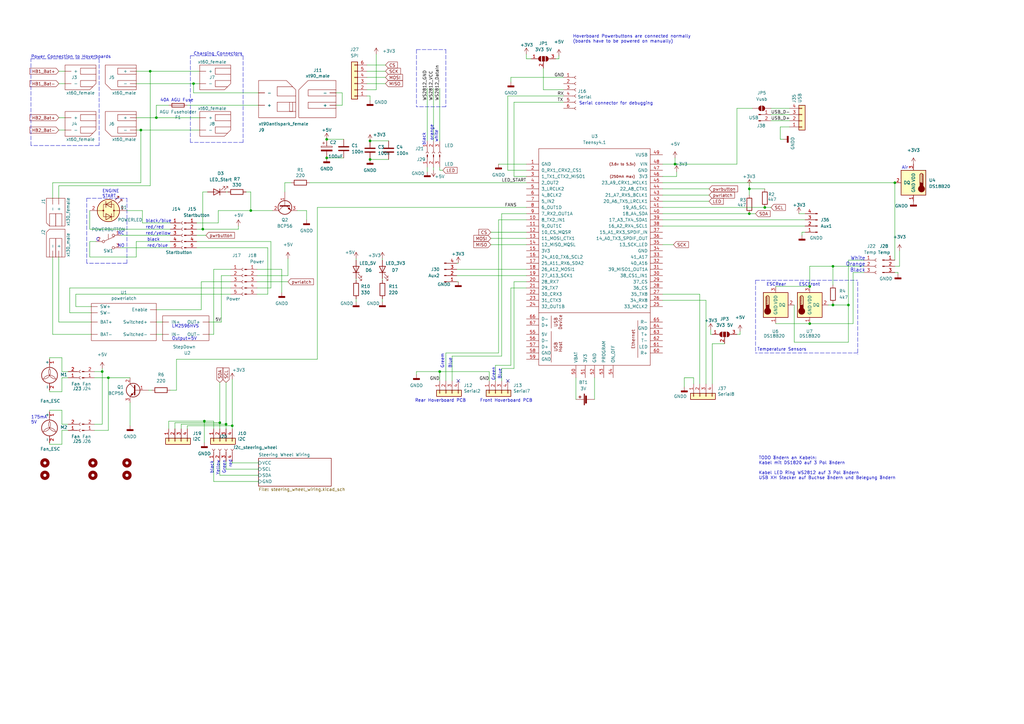
<source format=kicad_sch>
(kicad_sch
	(version 20231120)
	(generator "eeschema")
	(generator_version "8.0")
	(uuid "00e38d63-5436-49db-81f5-697421f168fc")
	(paper "A3")
	(lib_symbols
		(symbol "Bobbycar_components:StepDown"
			(pin_names
				(offset 1.016)
			)
			(exclude_from_sim no)
			(in_bom yes)
			(on_board yes)
			(property "Reference" "U"
				(at -1.27 0 0)
				(effects
					(font
						(size 1.27 1.27)
					)
				)
			)
			(property "Value" "StepDown"
				(at 0 6.35 0)
				(effects
					(font
						(size 1.27 1.27)
					)
				)
			)
			(property "Footprint" ""
				(at 0 0 0)
				(effects
					(font
						(size 1.27 1.27)
					)
					(hide yes)
				)
			)
			(property "Datasheet" ""
				(at 0 0 0)
				(effects
					(font
						(size 1.27 1.27)
					)
					(hide yes)
				)
			)
			(property "Description" ""
				(at 0 0 0)
				(effects
					(font
						(size 1.27 1.27)
					)
					(hide yes)
				)
			)
			(symbol "StepDown_0_1"
				(rectangle
					(start -10.16 5.08)
					(end 8.89 -5.08)
					(stroke
						(width 0)
						(type default)
					)
					(fill
						(type none)
					)
				)
			)
			(symbol "StepDown_1_1"
				(pin power_in line
					(at -10.16 2.54 0)
					(length 2.54)
					(name "IN+"
						(effects
							(font
								(size 1.27 1.27)
							)
						)
					)
					(number "~"
						(effects
							(font
								(size 1.27 1.27)
							)
						)
					)
				)
				(pin power_in line
					(at -10.16 -2.54 0)
					(length 2.54)
					(name "IN-"
						(effects
							(font
								(size 1.27 1.27)
							)
						)
					)
					(number "~"
						(effects
							(font
								(size 1.27 1.27)
							)
						)
					)
				)
				(pin power_out line
					(at 8.89 2.54 180)
					(length 2.54)
					(name "OUT+"
						(effects
							(font
								(size 1.27 1.27)
							)
						)
					)
					(number "~"
						(effects
							(font
								(size 1.27 1.27)
							)
						)
					)
				)
				(pin power_out line
					(at 8.89 -2.54 180)
					(length 2.54)
					(name "OUT-"
						(effects
							(font
								(size 1.27 1.27)
							)
						)
					)
					(number "~"
						(effects
							(font
								(size 1.27 1.27)
							)
						)
					)
				)
			)
		)
		(symbol "Bobbycar_components:powerlatch"
			(pin_names
				(offset 1.016)
			)
			(exclude_from_sim no)
			(in_bom yes)
			(on_board yes)
			(property "Reference" "U"
				(at -1.27 6.35 0)
				(effects
					(font
						(size 1.27 1.27)
					)
				)
			)
			(property "Value" "powerlatch"
				(at 0 10.16 0)
				(effects
					(font
						(size 1.27 1.27)
					)
				)
			)
			(property "Footprint" ""
				(at 0 0 0)
				(effects
					(font
						(size 1.27 1.27)
					)
					(hide yes)
				)
			)
			(property "Datasheet" ""
				(at 0 0 0)
				(effects
					(font
						(size 1.27 1.27)
					)
					(hide yes)
				)
			)
			(property "Description" ""
				(at 0 0 0)
				(effects
					(font
						(size 1.27 1.27)
					)
					(hide yes)
				)
			)
			(symbol "powerlatch_0_1"
				(rectangle
					(start -12.7 8.89)
					(end 13.97 -6.35)
					(stroke
						(width 0)
						(type default)
					)
					(fill
						(type none)
					)
				)
			)
			(symbol "powerlatch_1_1"
				(pin power_in line
					(at -12.7 1.27 0)
					(length 2.54)
					(name "BAT+"
						(effects
							(font
								(size 1.27 1.27)
							)
						)
					)
					(number "~"
						(effects
							(font
								(size 1.27 1.27)
							)
						)
					)
				)
				(pin power_in line
					(at -12.7 -3.81 0)
					(length 2.54)
					(name "BAT-"
						(effects
							(font
								(size 1.27 1.27)
							)
						)
					)
					(number "~"
						(effects
							(font
								(size 1.27 1.27)
							)
						)
					)
				)
				(pin input line
					(at 13.97 6.35 180)
					(length 2.54)
					(name "Enable"
						(effects
							(font
								(size 1.27 1.27)
							)
						)
					)
					(number "~"
						(effects
							(font
								(size 1.27 1.27)
							)
						)
					)
				)
				(pin input line
					(at -12.7 7.62 0)
					(length 2.54)
					(name "SW+"
						(effects
							(font
								(size 1.27 1.27)
							)
						)
					)
					(number "~"
						(effects
							(font
								(size 1.27 1.27)
							)
						)
					)
				)
				(pin input line
					(at -12.7 5.08 0)
					(length 2.54)
					(name "SW-"
						(effects
							(font
								(size 1.27 1.27)
							)
						)
					)
					(number "~"
						(effects
							(font
								(size 1.27 1.27)
							)
						)
					)
				)
				(pin power_in line
					(at 13.97 1.27 180)
					(length 2.54)
					(name "Switched+"
						(effects
							(font
								(size 1.27 1.27)
							)
						)
					)
					(number "~"
						(effects
							(font
								(size 1.27 1.27)
							)
						)
					)
				)
				(pin power_in line
					(at 13.97 -3.81 180)
					(length 2.54)
					(name "Switched-"
						(effects
							(font
								(size 1.27 1.27)
							)
						)
					)
					(number "~"
						(effects
							(font
								(size 1.27 1.27)
							)
						)
					)
				)
			)
		)
		(symbol "Bobbycar_components:xt30_female"
			(pin_names
				(offset 1.016)
			)
			(exclude_from_sim no)
			(in_bom yes)
			(on_board yes)
			(property "Reference" "J"
				(at 0 15.24 0)
				(effects
					(font
						(size 1.27 1.27)
					)
				)
			)
			(property "Value" "xt30_female"
				(at 0 12.7 0)
				(effects
					(font
						(size 1.27 1.27)
					)
				)
			)
			(property "Footprint" ""
				(at 0 0 0)
				(effects
					(font
						(size 1.27 1.27)
					)
					(hide yes)
				)
			)
			(property "Datasheet" ""
				(at 0 0 0)
				(effects
					(font
						(size 1.27 1.27)
					)
					(hide yes)
				)
			)
			(property "Description" ""
				(at 0 0 0)
				(effects
					(font
						(size 1.27 1.27)
					)
					(hide yes)
				)
			)
			(symbol "xt30_female_0_1"
				(polyline
					(pts
						(xy -2.54 11.43) (xy -2.54 6.35) (xy 0 6.35) (xy 0 11.43)
					)
					(stroke
						(width 0)
						(type default)
					)
					(fill
						(type none)
					)
				)
				(polyline
					(pts
						(xy 0 11.43) (xy 0 6.35) (xy 2.54 6.35) (xy 2.54 11.43)
					)
					(stroke
						(width 0)
						(type default)
					)
					(fill
						(type none)
					)
				)
			)
			(symbol "xt30_female_1_1"
				(polyline
					(pts
						(xy -3.81 0) (xy 3.81 0) (xy 3.81 11.43) (xy -2.54 11.43) (xy -3.81 10.16) (xy -3.81 0)
					)
					(stroke
						(width 0)
						(type default)
					)
					(fill
						(type none)
					)
				)
				(pin power_out line
					(at 1.27 0 90)
					(length 2.54)
					(name "+"
						(effects
							(font
								(size 1.27 1.27)
							)
						)
					)
					(number "~"
						(effects
							(font
								(size 1.27 1.27)
							)
						)
					)
				)
				(pin power_out line
					(at -1.27 0 90)
					(length 2.54)
					(name "-"
						(effects
							(font
								(size 1.27 1.27)
							)
						)
					)
					(number "~"
						(effects
							(font
								(size 1.27 1.27)
							)
						)
					)
				)
			)
		)
		(symbol "Bobbycar_components:xt30_male"
			(pin_names
				(offset 1.016)
			)
			(exclude_from_sim no)
			(in_bom yes)
			(on_board yes)
			(property "Reference" "J"
				(at 0 16.51 0)
				(effects
					(font
						(size 1.27 1.27)
					)
				)
			)
			(property "Value" "xt30_male"
				(at 0 13.97 0)
				(effects
					(font
						(size 1.27 1.27)
					)
				)
			)
			(property "Footprint" ""
				(at 0 0 0)
				(effects
					(font
						(size 1.27 1.27)
					)
					(hide yes)
				)
			)
			(property "Datasheet" ""
				(at 0 0 0)
				(effects
					(font
						(size 1.27 1.27)
					)
					(hide yes)
				)
			)
			(property "Description" ""
				(at 0 0 0)
				(effects
					(font
						(size 1.27 1.27)
					)
					(hide yes)
				)
			)
			(symbol "xt30_male_0_1"
				(polyline
					(pts
						(xy -2.54 0) (xy -2.54 7.62) (xy 0 7.62) (xy 0 0)
					)
					(stroke
						(width 0)
						(type default)
					)
					(fill
						(type none)
					)
				)
				(polyline
					(pts
						(xy 0 0) (xy 0 7.62) (xy 2.54 7.62) (xy 2.54 0)
					)
					(stroke
						(width 0)
						(type default)
					)
					(fill
						(type none)
					)
				)
				(polyline
					(pts
						(xy -3.81 0) (xy 3.81 0) (xy 3.81 11.43) (xy -2.54 11.43) (xy -3.81 10.16) (xy -3.81 0)
					)
					(stroke
						(width 0)
						(type default)
					)
					(fill
						(type none)
					)
				)
			)
			(symbol "xt30_male_1_1"
				(pin power_in line
					(at 1.27 0 90)
					(length 2.54)
					(name "+"
						(effects
							(font
								(size 1.27 1.27)
							)
						)
					)
					(number "~"
						(effects
							(font
								(size 1.27 1.27)
							)
						)
					)
				)
				(pin power_in line
					(at -1.27 0 90)
					(length 2.54)
					(name "-"
						(effects
							(font
								(size 1.27 1.27)
							)
						)
					)
					(number "~"
						(effects
							(font
								(size 1.27 1.27)
							)
						)
					)
				)
			)
		)
		(symbol "Bobbycar_components:xt60_female"
			(pin_names
				(offset 1.016)
			)
			(exclude_from_sim no)
			(in_bom yes)
			(on_board yes)
			(property "Reference" "J"
				(at 0 11.43 0)
				(effects
					(font
						(size 1.27 1.27)
					)
				)
			)
			(property "Value" "xt60_female"
				(at 0 13.97 0)
				(effects
					(font
						(size 1.27 1.27)
					)
				)
			)
			(property "Footprint" ""
				(at 0 0 0)
				(effects
					(font
						(size 1.27 1.27)
					)
					(hide yes)
				)
			)
			(property "Datasheet" ""
				(at 0 0 0)
				(effects
					(font
						(size 1.27 1.27)
					)
					(hide yes)
				)
			)
			(property "Description" ""
				(at 0 0 0)
				(effects
					(font
						(size 1.27 1.27)
					)
					(hide yes)
				)
			)
			(symbol "xt60_female_0_1"
				(polyline
					(pts
						(xy -3.81 11.43) (xy -3.81 6.35) (xy -1.27 6.35) (xy -1.27 12.7)
					)
					(stroke
						(width 0)
						(type default)
					)
					(fill
						(type none)
					)
				)
				(polyline
					(pts
						(xy 1.27 12.7) (xy 1.27 6.35) (xy 3.81 6.35) (xy 3.81 12.7)
					)
					(stroke
						(width 0)
						(type default)
					)
					(fill
						(type none)
					)
				)
			)
			(symbol "xt60_female_1_1"
				(polyline
					(pts
						(xy -5.08 0) (xy -5.08 10.16) (xy -2.54 12.7) (xy 5.08 12.7) (xy 5.08 0) (xy -5.08 0)
					)
					(stroke
						(width 0)
						(type default)
					)
					(fill
						(type none)
					)
				)
				(pin power_out line
					(at 2.54 0 90)
					(length 2.54)
					(name "+"
						(effects
							(font
								(size 1.27 1.27)
							)
						)
					)
					(number "~"
						(effects
							(font
								(size 1.27 1.27)
							)
						)
					)
				)
				(pin power_out line
					(at -2.54 0 90)
					(length 2.54)
					(name "-"
						(effects
							(font
								(size 1.27 1.27)
							)
						)
					)
					(number "~"
						(effects
							(font
								(size 1.27 1.27)
							)
						)
					)
				)
			)
		)
		(symbol "Bobbycar_components:xt60_male"
			(pin_names
				(offset 1.016)
			)
			(exclude_from_sim no)
			(in_bom yes)
			(on_board yes)
			(property "Reference" "J"
				(at 0 11.43 0)
				(effects
					(font
						(size 1.27 1.27)
					)
				)
			)
			(property "Value" "xt60_male"
				(at 0 13.97 0)
				(effects
					(font
						(size 1.27 1.27)
					)
				)
			)
			(property "Footprint" ""
				(at -1.27 -2.54 0)
				(effects
					(font
						(size 1.27 1.27)
					)
					(hide yes)
				)
			)
			(property "Datasheet" ""
				(at -1.27 -2.54 0)
				(effects
					(font
						(size 1.27 1.27)
					)
					(hide yes)
				)
			)
			(property "Description" ""
				(at 0 0 0)
				(effects
					(font
						(size 1.27 1.27)
					)
					(hide yes)
				)
			)
			(symbol "xt60_male_0_1"
				(polyline
					(pts
						(xy -3.81 0) (xy -3.81 7.62) (xy -1.27 7.62) (xy -1.27 0)
					)
					(stroke
						(width 0)
						(type default)
					)
					(fill
						(type none)
					)
				)
				(polyline
					(pts
						(xy 1.27 0) (xy 1.27 7.62) (xy 3.81 7.62) (xy 3.81 0)
					)
					(stroke
						(width 0)
						(type default)
					)
					(fill
						(type none)
					)
				)
				(polyline
					(pts
						(xy -5.08 0) (xy -5.08 10.16) (xy -2.54 12.7) (xy 5.08 12.7) (xy 5.08 0) (xy -5.08 0)
					)
					(stroke
						(width 0)
						(type default)
					)
					(fill
						(type none)
					)
				)
			)
			(symbol "xt60_male_1_1"
				(pin power_in line
					(at 2.54 0 90)
					(length 2.54)
					(name "+"
						(effects
							(font
								(size 1.27 1.27)
							)
						)
					)
					(number "~"
						(effects
							(font
								(size 1.27 1.27)
							)
						)
					)
				)
				(pin power_in line
					(at -2.54 0 90)
					(length 2.54)
					(name "-"
						(effects
							(font
								(size 1.27 1.27)
							)
						)
					)
					(number "~"
						(effects
							(font
								(size 1.27 1.27)
							)
						)
					)
				)
			)
		)
		(symbol "Bobbycar_components:xt90_male"
			(pin_names
				(offset 1.016)
			)
			(exclude_from_sim no)
			(in_bom yes)
			(on_board yes)
			(property "Reference" "J"
				(at 0 19.05 0)
				(effects
					(font
						(size 1.27 1.27)
					)
				)
			)
			(property "Value" "xt90_male"
				(at 0 16.51 0)
				(effects
					(font
						(size 1.27 1.27)
					)
				)
			)
			(property "Footprint" ""
				(at 0 0 0)
				(effects
					(font
						(size 1.27 1.27)
					)
					(hide yes)
				)
			)
			(property "Datasheet" ""
				(at 0 0 0)
				(effects
					(font
						(size 1.27 1.27)
					)
					(hide yes)
				)
			)
			(property "Description" ""
				(at 0 0 0)
				(effects
					(font
						(size 1.27 1.27)
					)
					(hide yes)
				)
			)
			(symbol "xt90_male_0_1"
				(polyline
					(pts
						(xy -3.81 0) (xy -3.81 11.43) (xy -1.27 11.43) (xy -1.27 0)
					)
					(stroke
						(width 0)
						(type default)
					)
					(fill
						(type none)
					)
				)
				(polyline
					(pts
						(xy 1.27 0) (xy 1.27 11.43) (xy 3.81 11.43) (xy 3.81 0)
					)
					(stroke
						(width 0)
						(type default)
					)
					(fill
						(type none)
					)
				)
			)
			(symbol "xt90_male_1_1"
				(polyline
					(pts
						(xy -7.62 0) (xy 7.62 0) (xy 7.62 15.24) (xy -3.81 15.24) (xy -7.62 11.43) (xy -7.62 0)
					)
					(stroke
						(width 0)
						(type default)
					)
					(fill
						(type none)
					)
				)
				(pin power_in line
					(at 2.54 0 90)
					(length 2.54)
					(name "+"
						(effects
							(font
								(size 1.27 1.27)
							)
						)
					)
					(number "~"
						(effects
							(font
								(size 1.27 1.27)
							)
						)
					)
				)
				(pin power_in line
					(at -2.54 0 90)
					(length 2.54)
					(name "-"
						(effects
							(font
								(size 1.27 1.27)
							)
						)
					)
					(number "~"
						(effects
							(font
								(size 1.27 1.27)
							)
						)
					)
				)
			)
		)
		(symbol "Bobbycar_components:xt90antispark_female"
			(pin_names
				(offset 1.016)
			)
			(exclude_from_sim no)
			(in_bom yes)
			(on_board yes)
			(property "Reference" "J"
				(at 0 16.51 0)
				(effects
					(font
						(size 1.27 1.27)
					)
				)
			)
			(property "Value" "xt90antispark_female"
				(at 1.27 19.05 0)
				(effects
					(font
						(size 1.27 1.27)
					)
				)
			)
			(property "Footprint" ""
				(at 0 0 0)
				(effects
					(font
						(size 1.27 1.27)
					)
					(hide yes)
				)
			)
			(property "Datasheet" ""
				(at 0 0 0)
				(effects
					(font
						(size 1.27 1.27)
					)
					(hide yes)
				)
			)
			(property "Description" ""
				(at 0 0 0)
				(effects
					(font
						(size 1.27 1.27)
					)
					(hide yes)
				)
			)
			(symbol "xt90antispark_female_0_1"
				(polyline
					(pts
						(xy -5.08 13.97) (xy -5.08 7.62) (xy -1.27 7.62) (xy -1.27 15.24)
					)
					(stroke
						(width 0)
						(type default)
					)
					(fill
						(type none)
					)
				)
				(polyline
					(pts
						(xy 1.27 13.97) (xy 5.08 13.97) (xy 5.08 12.7) (xy 1.27 12.7)
					)
					(stroke
						(width 0)
						(type default)
					)
					(fill
						(type none)
					)
				)
				(polyline
					(pts
						(xy 1.27 15.24) (xy 1.27 7.62) (xy 5.08 7.62) (xy 5.08 15.24)
					)
					(stroke
						(width 0)
						(type default)
					)
					(fill
						(type none)
					)
				)
				(polyline
					(pts
						(xy -7.62 0) (xy 7.62 0) (xy 7.62 15.24) (xy -3.81 15.24) (xy -7.62 11.43) (xy -7.62 0)
					)
					(stroke
						(width 0)
						(type default)
					)
					(fill
						(type none)
					)
				)
			)
			(symbol "xt90antispark_female_1_1"
				(pin power_out line
					(at 2.54 0 90)
					(length 2.54)
					(name "+"
						(effects
							(font
								(size 1.27 1.27)
							)
						)
					)
					(number "~"
						(effects
							(font
								(size 1.27 1.27)
							)
						)
					)
				)
				(pin power_out line
					(at -2.54 0 90)
					(length 2.54)
					(name "-"
						(effects
							(font
								(size 1.27 1.27)
							)
						)
					)
					(number "~"
						(effects
							(font
								(size 1.27 1.27)
							)
						)
					)
				)
			)
		)
		(symbol "Bobbycar_wiring-rescue:LED_Dual_2pin-Device"
			(pin_names
				(offset 0) hide)
			(exclude_from_sim no)
			(in_bom yes)
			(on_board yes)
			(property "Reference" "D"
				(at 0 5.715 0)
				(effects
					(font
						(size 1.27 1.27)
					)
				)
			)
			(property "Value" "LED_Dual_2pin-Device"
				(at 0 -6.35 0)
				(effects
					(font
						(size 1.27 1.27)
					)
				)
			)
			(property "Footprint" ""
				(at 0 0 0)
				(effects
					(font
						(size 1.27 1.27)
					)
					(hide yes)
				)
			)
			(property "Datasheet" ""
				(at 0 0 0)
				(effects
					(font
						(size 1.27 1.27)
					)
					(hide yes)
				)
			)
			(property "Description" ""
				(at 0 0 0)
				(effects
					(font
						(size 1.27 1.27)
					)
					(hide yes)
				)
			)
			(property "ki_fp_filters" "LED* LED_SMD:* LED_THT:*"
				(at 0 0 0)
				(effects
					(font
						(size 1.27 1.27)
					)
					(hide yes)
				)
			)
			(symbol "LED_Dual_2pin-Device_0_1"
				(circle
					(center -2.032 0)
					(radius 0.254)
					(stroke
						(width 0)
						(type default)
					)
					(fill
						(type outline)
					)
				)
				(polyline
					(pts
						(xy -4.572 0) (xy -2.54 0)
					)
					(stroke
						(width 0)
						(type default)
					)
					(fill
						(type none)
					)
				)
				(polyline
					(pts
						(xy -2.032 0) (xy -2.54 0)
					)
					(stroke
						(width 0)
						(type default)
					)
					(fill
						(type none)
					)
				)
				(polyline
					(pts
						(xy -1.016 3.81) (xy -1.016 1.27)
					)
					(stroke
						(width 0.2032)
						(type default)
					)
					(fill
						(type none)
					)
				)
				(polyline
					(pts
						(xy 1.27 -1.27) (xy 1.27 -3.81)
					)
					(stroke
						(width 0.2032)
						(type default)
					)
					(fill
						(type none)
					)
				)
				(polyline
					(pts
						(xy 4.064 0) (xy 2.286 0)
					)
					(stroke
						(width 0)
						(type default)
					)
					(fill
						(type outline)
					)
				)
				(polyline
					(pts
						(xy 4.318 5.842) (xy 4.318 5.08)
					)
					(stroke
						(width 0.2032)
						(type default)
					)
					(fill
						(type none)
					)
				)
				(polyline
					(pts
						(xy 5.588 4.572) (xy 5.588 3.81)
					)
					(stroke
						(width 0.2032)
						(type default)
					)
					(fill
						(type none)
					)
				)
				(polyline
					(pts
						(xy 2.794 4.318) (xy 4.318 5.842) (xy 3.556 5.842)
					)
					(stroke
						(width 0.2032)
						(type default)
					)
					(fill
						(type none)
					)
				)
				(polyline
					(pts
						(xy 4.064 3.048) (xy 5.588 4.572) (xy 4.826 4.572)
					)
					(stroke
						(width 0.2032)
						(type default)
					)
					(fill
						(type none)
					)
				)
				(polyline
					(pts
						(xy -1.016 -1.27) (xy -1.016 -3.81) (xy 1.27 -2.54) (xy -1.016 -1.27)
					)
					(stroke
						(width 0.2032)
						(type default)
					)
					(fill
						(type none)
					)
				)
				(polyline
					(pts
						(xy 1.27 3.81) (xy 1.27 1.27) (xy -1.016 2.54) (xy 1.27 3.81)
					)
					(stroke
						(width 0.2032)
						(type default)
					)
					(fill
						(type none)
					)
				)
				(polyline
					(pts
						(xy 2.286 2.54) (xy -2.032 2.54) (xy -2.032 -2.54) (xy 2.286 -2.54) (xy 2.286 2.54)
					)
					(stroke
						(width 0)
						(type default)
					)
					(fill
						(type none)
					)
				)
				(circle
					(center 0 0)
					(radius 4.572)
					(stroke
						(width 0.254)
						(type default)
					)
					(fill
						(type background)
					)
				)
				(circle
					(center 2.286 0)
					(radius 0.254)
					(stroke
						(width 0)
						(type default)
					)
					(fill
						(type outline)
					)
				)
			)
			(symbol "LED_Dual_2pin-Device_1_1"
				(pin input line
					(at 7.62 0 180)
					(length 3.81)
					(name "KA"
						(effects
							(font
								(size 1.27 1.27)
							)
						)
					)
					(number "1"
						(effects
							(font
								(size 1.27 1.27)
							)
						)
					)
				)
				(pin input line
					(at -7.62 0 0)
					(length 3.048)
					(name "AK"
						(effects
							(font
								(size 1.27 1.27)
							)
						)
					)
					(number "2"
						(effects
							(font
								(size 1.27 1.27)
							)
						)
					)
				)
			)
		)
		(symbol "Connector:Conn_01x02_Female"
			(pin_names
				(offset 1.016) hide)
			(exclude_from_sim no)
			(in_bom yes)
			(on_board yes)
			(property "Reference" "J"
				(at 0 2.54 0)
				(effects
					(font
						(size 1.27 1.27)
					)
				)
			)
			(property "Value" "Conn_01x02_Female"
				(at 0 -5.08 0)
				(effects
					(font
						(size 1.27 1.27)
					)
				)
			)
			(property "Footprint" ""
				(at 0 0 0)
				(effects
					(font
						(size 1.27 1.27)
					)
					(hide yes)
				)
			)
			(property "Datasheet" "~"
				(at 0 0 0)
				(effects
					(font
						(size 1.27 1.27)
					)
					(hide yes)
				)
			)
			(property "Description" "Generic connector, single row, 01x02, script generated (kicad-library-utils/schlib/autogen/connector/)"
				(at 0 0 0)
				(effects
					(font
						(size 1.27 1.27)
					)
					(hide yes)
				)
			)
			(property "ki_keywords" "connector"
				(at 0 0 0)
				(effects
					(font
						(size 1.27 1.27)
					)
					(hide yes)
				)
			)
			(property "ki_fp_filters" "Connector*:*_1x??_*"
				(at 0 0 0)
				(effects
					(font
						(size 1.27 1.27)
					)
					(hide yes)
				)
			)
			(symbol "Conn_01x02_Female_1_1"
				(arc
					(start 0 -2.032)
					(mid -0.5058 -2.54)
					(end 0 -3.048)
					(stroke
						(width 0.1524)
						(type default)
					)
					(fill
						(type none)
					)
				)
				(polyline
					(pts
						(xy -1.27 -2.54) (xy -0.508 -2.54)
					)
					(stroke
						(width 0.1524)
						(type default)
					)
					(fill
						(type none)
					)
				)
				(polyline
					(pts
						(xy -1.27 0) (xy -0.508 0)
					)
					(stroke
						(width 0.1524)
						(type default)
					)
					(fill
						(type none)
					)
				)
				(arc
					(start 0 0.508)
					(mid -0.5058 0)
					(end 0 -0.508)
					(stroke
						(width 0.1524)
						(type default)
					)
					(fill
						(type none)
					)
				)
				(pin passive line
					(at -5.08 0 0)
					(length 3.81)
					(name "Pin_1"
						(effects
							(font
								(size 1.27 1.27)
							)
						)
					)
					(number "1"
						(effects
							(font
								(size 1.27 1.27)
							)
						)
					)
				)
				(pin passive line
					(at -5.08 -2.54 0)
					(length 3.81)
					(name "Pin_2"
						(effects
							(font
								(size 1.27 1.27)
							)
						)
					)
					(number "2"
						(effects
							(font
								(size 1.27 1.27)
							)
						)
					)
				)
			)
		)
		(symbol "Connector:Conn_01x02_Male"
			(pin_names
				(offset 1.016) hide)
			(exclude_from_sim no)
			(in_bom yes)
			(on_board yes)
			(property "Reference" "J"
				(at 0 2.54 0)
				(effects
					(font
						(size 1.27 1.27)
					)
				)
			)
			(property "Value" "Conn_01x02_Male"
				(at 0 -5.08 0)
				(effects
					(font
						(size 1.27 1.27)
					)
				)
			)
			(property "Footprint" ""
				(at 0 0 0)
				(effects
					(font
						(size 1.27 1.27)
					)
					(hide yes)
				)
			)
			(property "Datasheet" "~"
				(at 0 0 0)
				(effects
					(font
						(size 1.27 1.27)
					)
					(hide yes)
				)
			)
			(property "Description" "Generic connector, single row, 01x02, script generated (kicad-library-utils/schlib/autogen/connector/)"
				(at 0 0 0)
				(effects
					(font
						(size 1.27 1.27)
					)
					(hide yes)
				)
			)
			(property "ki_keywords" "connector"
				(at 0 0 0)
				(effects
					(font
						(size 1.27 1.27)
					)
					(hide yes)
				)
			)
			(property "ki_fp_filters" "Connector*:*_1x??_*"
				(at 0 0 0)
				(effects
					(font
						(size 1.27 1.27)
					)
					(hide yes)
				)
			)
			(symbol "Conn_01x02_Male_1_1"
				(polyline
					(pts
						(xy 1.27 -2.54) (xy 0.8636 -2.54)
					)
					(stroke
						(width 0.1524)
						(type default)
					)
					(fill
						(type none)
					)
				)
				(polyline
					(pts
						(xy 1.27 0) (xy 0.8636 0)
					)
					(stroke
						(width 0.1524)
						(type default)
					)
					(fill
						(type none)
					)
				)
				(rectangle
					(start 0.8636 -2.413)
					(end 0 -2.667)
					(stroke
						(width 0.1524)
						(type default)
					)
					(fill
						(type outline)
					)
				)
				(rectangle
					(start 0.8636 0.127)
					(end 0 -0.127)
					(stroke
						(width 0.1524)
						(type default)
					)
					(fill
						(type outline)
					)
				)
				(pin passive line
					(at 5.08 0 180)
					(length 3.81)
					(name "Pin_1"
						(effects
							(font
								(size 1.27 1.27)
							)
						)
					)
					(number "1"
						(effects
							(font
								(size 1.27 1.27)
							)
						)
					)
				)
				(pin passive line
					(at 5.08 -2.54 180)
					(length 3.81)
					(name "Pin_2"
						(effects
							(font
								(size 1.27 1.27)
							)
						)
					)
					(number "2"
						(effects
							(font
								(size 1.27 1.27)
							)
						)
					)
				)
			)
		)
		(symbol "Connector:Conn_01x02_Pin"
			(pin_names
				(offset 1.016) hide)
			(exclude_from_sim no)
			(in_bom yes)
			(on_board yes)
			(property "Reference" "J"
				(at 0 2.54 0)
				(effects
					(font
						(size 1.27 1.27)
					)
				)
			)
			(property "Value" "Conn_01x02_Pin"
				(at 0 -5.08 0)
				(effects
					(font
						(size 1.27 1.27)
					)
				)
			)
			(property "Footprint" ""
				(at 0 0 0)
				(effects
					(font
						(size 1.27 1.27)
					)
					(hide yes)
				)
			)
			(property "Datasheet" "~"
				(at 0 0 0)
				(effects
					(font
						(size 1.27 1.27)
					)
					(hide yes)
				)
			)
			(property "Description" "Generic connector, single row, 01x02, script generated"
				(at 0 0 0)
				(effects
					(font
						(size 1.27 1.27)
					)
					(hide yes)
				)
			)
			(property "ki_locked" ""
				(at 0 0 0)
				(effects
					(font
						(size 1.27 1.27)
					)
				)
			)
			(property "ki_keywords" "connector"
				(at 0 0 0)
				(effects
					(font
						(size 1.27 1.27)
					)
					(hide yes)
				)
			)
			(property "ki_fp_filters" "Connector*:*_1x??_*"
				(at 0 0 0)
				(effects
					(font
						(size 1.27 1.27)
					)
					(hide yes)
				)
			)
			(symbol "Conn_01x02_Pin_1_1"
				(polyline
					(pts
						(xy 1.27 -2.54) (xy 0.8636 -2.54)
					)
					(stroke
						(width 0.1524)
						(type default)
					)
					(fill
						(type none)
					)
				)
				(polyline
					(pts
						(xy 1.27 0) (xy 0.8636 0)
					)
					(stroke
						(width 0.1524)
						(type default)
					)
					(fill
						(type none)
					)
				)
				(rectangle
					(start 0.8636 -2.413)
					(end 0 -2.667)
					(stroke
						(width 0.1524)
						(type default)
					)
					(fill
						(type outline)
					)
				)
				(rectangle
					(start 0.8636 0.127)
					(end 0 -0.127)
					(stroke
						(width 0.1524)
						(type default)
					)
					(fill
						(type outline)
					)
				)
				(pin passive line
					(at 5.08 0 180)
					(length 3.81)
					(name "Pin_1"
						(effects
							(font
								(size 1.27 1.27)
							)
						)
					)
					(number "1"
						(effects
							(font
								(size 1.27 1.27)
							)
						)
					)
				)
				(pin passive line
					(at 5.08 -2.54 180)
					(length 3.81)
					(name "Pin_2"
						(effects
							(font
								(size 1.27 1.27)
							)
						)
					)
					(number "2"
						(effects
							(font
								(size 1.27 1.27)
							)
						)
					)
				)
			)
		)
		(symbol "Connector:Conn_01x03_Female"
			(pin_names
				(offset 1.016) hide)
			(exclude_from_sim no)
			(in_bom yes)
			(on_board yes)
			(property "Reference" "J"
				(at 0 5.08 0)
				(effects
					(font
						(size 1.27 1.27)
					)
				)
			)
			(property "Value" "Conn_01x03_Female"
				(at 0 -5.08 0)
				(effects
					(font
						(size 1.27 1.27)
					)
				)
			)
			(property "Footprint" ""
				(at 0 0 0)
				(effects
					(font
						(size 1.27 1.27)
					)
					(hide yes)
				)
			)
			(property "Datasheet" "~"
				(at 0 0 0)
				(effects
					(font
						(size 1.27 1.27)
					)
					(hide yes)
				)
			)
			(property "Description" "Generic connector, single row, 01x03, script generated (kicad-library-utils/schlib/autogen/connector/)"
				(at 0 0 0)
				(effects
					(font
						(size 1.27 1.27)
					)
					(hide yes)
				)
			)
			(property "ki_keywords" "connector"
				(at 0 0 0)
				(effects
					(font
						(size 1.27 1.27)
					)
					(hide yes)
				)
			)
			(property "ki_fp_filters" "Connector*:*_1x??_*"
				(at 0 0 0)
				(effects
					(font
						(size 1.27 1.27)
					)
					(hide yes)
				)
			)
			(symbol "Conn_01x03_Female_1_1"
				(arc
					(start 0 -2.032)
					(mid -0.5058 -2.54)
					(end 0 -3.048)
					(stroke
						(width 0.1524)
						(type default)
					)
					(fill
						(type none)
					)
				)
				(polyline
					(pts
						(xy -1.27 -2.54) (xy -0.508 -2.54)
					)
					(stroke
						(width 0.1524)
						(type default)
					)
					(fill
						(type none)
					)
				)
				(polyline
					(pts
						(xy -1.27 0) (xy -0.508 0)
					)
					(stroke
						(width 0.1524)
						(type default)
					)
					(fill
						(type none)
					)
				)
				(polyline
					(pts
						(xy -1.27 2.54) (xy -0.508 2.54)
					)
					(stroke
						(width 0.1524)
						(type default)
					)
					(fill
						(type none)
					)
				)
				(arc
					(start 0 0.508)
					(mid -0.5058 0)
					(end 0 -0.508)
					(stroke
						(width 0.1524)
						(type default)
					)
					(fill
						(type none)
					)
				)
				(arc
					(start 0 3.048)
					(mid -0.5058 2.54)
					(end 0 2.032)
					(stroke
						(width 0.1524)
						(type default)
					)
					(fill
						(type none)
					)
				)
				(pin passive line
					(at -5.08 2.54 0)
					(length 3.81)
					(name "Pin_1"
						(effects
							(font
								(size 1.27 1.27)
							)
						)
					)
					(number "1"
						(effects
							(font
								(size 1.27 1.27)
							)
						)
					)
				)
				(pin passive line
					(at -5.08 0 0)
					(length 3.81)
					(name "Pin_2"
						(effects
							(font
								(size 1.27 1.27)
							)
						)
					)
					(number "2"
						(effects
							(font
								(size 1.27 1.27)
							)
						)
					)
				)
				(pin passive line
					(at -5.08 -2.54 0)
					(length 3.81)
					(name "Pin_3"
						(effects
							(font
								(size 1.27 1.27)
							)
						)
					)
					(number "3"
						(effects
							(font
								(size 1.27 1.27)
							)
						)
					)
				)
			)
		)
		(symbol "Connector:Conn_01x03_Male"
			(pin_names
				(offset 1.016) hide)
			(exclude_from_sim no)
			(in_bom yes)
			(on_board yes)
			(property "Reference" "J"
				(at 0 5.08 0)
				(effects
					(font
						(size 1.27 1.27)
					)
				)
			)
			(property "Value" "Conn_01x03_Male"
				(at 0 -5.08 0)
				(effects
					(font
						(size 1.27 1.27)
					)
				)
			)
			(property "Footprint" ""
				(at 0 0 0)
				(effects
					(font
						(size 1.27 1.27)
					)
					(hide yes)
				)
			)
			(property "Datasheet" "~"
				(at 0 0 0)
				(effects
					(font
						(size 1.27 1.27)
					)
					(hide yes)
				)
			)
			(property "Description" "Generic connector, single row, 01x03, script generated (kicad-library-utils/schlib/autogen/connector/)"
				(at 0 0 0)
				(effects
					(font
						(size 1.27 1.27)
					)
					(hide yes)
				)
			)
			(property "ki_keywords" "connector"
				(at 0 0 0)
				(effects
					(font
						(size 1.27 1.27)
					)
					(hide yes)
				)
			)
			(property "ki_fp_filters" "Connector*:*_1x??_*"
				(at 0 0 0)
				(effects
					(font
						(size 1.27 1.27)
					)
					(hide yes)
				)
			)
			(symbol "Conn_01x03_Male_1_1"
				(polyline
					(pts
						(xy 1.27 -2.54) (xy 0.8636 -2.54)
					)
					(stroke
						(width 0.1524)
						(type default)
					)
					(fill
						(type none)
					)
				)
				(polyline
					(pts
						(xy 1.27 0) (xy 0.8636 0)
					)
					(stroke
						(width 0.1524)
						(type default)
					)
					(fill
						(type none)
					)
				)
				(polyline
					(pts
						(xy 1.27 2.54) (xy 0.8636 2.54)
					)
					(stroke
						(width 0.1524)
						(type default)
					)
					(fill
						(type none)
					)
				)
				(rectangle
					(start 0.8636 -2.413)
					(end 0 -2.667)
					(stroke
						(width 0.1524)
						(type default)
					)
					(fill
						(type outline)
					)
				)
				(rectangle
					(start 0.8636 0.127)
					(end 0 -0.127)
					(stroke
						(width 0.1524)
						(type default)
					)
					(fill
						(type outline)
					)
				)
				(rectangle
					(start 0.8636 2.667)
					(end 0 2.413)
					(stroke
						(width 0.1524)
						(type default)
					)
					(fill
						(type outline)
					)
				)
				(pin passive line
					(at 5.08 2.54 180)
					(length 3.81)
					(name "Pin_1"
						(effects
							(font
								(size 1.27 1.27)
							)
						)
					)
					(number "1"
						(effects
							(font
								(size 1.27 1.27)
							)
						)
					)
				)
				(pin passive line
					(at 5.08 0 180)
					(length 3.81)
					(name "Pin_2"
						(effects
							(font
								(size 1.27 1.27)
							)
						)
					)
					(number "2"
						(effects
							(font
								(size 1.27 1.27)
							)
						)
					)
				)
				(pin passive line
					(at 5.08 -2.54 180)
					(length 3.81)
					(name "Pin_3"
						(effects
							(font
								(size 1.27 1.27)
							)
						)
					)
					(number "3"
						(effects
							(font
								(size 1.27 1.27)
							)
						)
					)
				)
			)
		)
		(symbol "Connector:Conn_01x04_Female"
			(pin_names
				(offset 1.016) hide)
			(exclude_from_sim no)
			(in_bom yes)
			(on_board yes)
			(property "Reference" "J"
				(at 0 5.08 0)
				(effects
					(font
						(size 1.27 1.27)
					)
				)
			)
			(property "Value" "Conn_01x04_Female"
				(at 0 -7.62 0)
				(effects
					(font
						(size 1.27 1.27)
					)
				)
			)
			(property "Footprint" ""
				(at 0 0 0)
				(effects
					(font
						(size 1.27 1.27)
					)
					(hide yes)
				)
			)
			(property "Datasheet" "~"
				(at 0 0 0)
				(effects
					(font
						(size 1.27 1.27)
					)
					(hide yes)
				)
			)
			(property "Description" "Generic connector, single row, 01x04, script generated (kicad-library-utils/schlib/autogen/connector/)"
				(at 0 0 0)
				(effects
					(font
						(size 1.27 1.27)
					)
					(hide yes)
				)
			)
			(property "ki_keywords" "connector"
				(at 0 0 0)
				(effects
					(font
						(size 1.27 1.27)
					)
					(hide yes)
				)
			)
			(property "ki_fp_filters" "Connector*:*_1x??_*"
				(at 0 0 0)
				(effects
					(font
						(size 1.27 1.27)
					)
					(hide yes)
				)
			)
			(symbol "Conn_01x04_Female_1_1"
				(arc
					(start 0 -4.572)
					(mid -0.5058 -5.08)
					(end 0 -5.588)
					(stroke
						(width 0.1524)
						(type default)
					)
					(fill
						(type none)
					)
				)
				(arc
					(start 0 -2.032)
					(mid -0.5058 -2.54)
					(end 0 -3.048)
					(stroke
						(width 0.1524)
						(type default)
					)
					(fill
						(type none)
					)
				)
				(polyline
					(pts
						(xy -1.27 -5.08) (xy -0.508 -5.08)
					)
					(stroke
						(width 0.1524)
						(type default)
					)
					(fill
						(type none)
					)
				)
				(polyline
					(pts
						(xy -1.27 -2.54) (xy -0.508 -2.54)
					)
					(stroke
						(width 0.1524)
						(type default)
					)
					(fill
						(type none)
					)
				)
				(polyline
					(pts
						(xy -1.27 0) (xy -0.508 0)
					)
					(stroke
						(width 0.1524)
						(type default)
					)
					(fill
						(type none)
					)
				)
				(polyline
					(pts
						(xy -1.27 2.54) (xy -0.508 2.54)
					)
					(stroke
						(width 0.1524)
						(type default)
					)
					(fill
						(type none)
					)
				)
				(arc
					(start 0 0.508)
					(mid -0.5058 0)
					(end 0 -0.508)
					(stroke
						(width 0.1524)
						(type default)
					)
					(fill
						(type none)
					)
				)
				(arc
					(start 0 3.048)
					(mid -0.5058 2.54)
					(end 0 2.032)
					(stroke
						(width 0.1524)
						(type default)
					)
					(fill
						(type none)
					)
				)
				(pin passive line
					(at -5.08 2.54 0)
					(length 3.81)
					(name "Pin_1"
						(effects
							(font
								(size 1.27 1.27)
							)
						)
					)
					(number "1"
						(effects
							(font
								(size 1.27 1.27)
							)
						)
					)
				)
				(pin passive line
					(at -5.08 0 0)
					(length 3.81)
					(name "Pin_2"
						(effects
							(font
								(size 1.27 1.27)
							)
						)
					)
					(number "2"
						(effects
							(font
								(size 1.27 1.27)
							)
						)
					)
				)
				(pin passive line
					(at -5.08 -2.54 0)
					(length 3.81)
					(name "Pin_3"
						(effects
							(font
								(size 1.27 1.27)
							)
						)
					)
					(number "3"
						(effects
							(font
								(size 1.27 1.27)
							)
						)
					)
				)
				(pin passive line
					(at -5.08 -5.08 0)
					(length 3.81)
					(name "Pin_4"
						(effects
							(font
								(size 1.27 1.27)
							)
						)
					)
					(number "4"
						(effects
							(font
								(size 1.27 1.27)
							)
						)
					)
				)
			)
		)
		(symbol "Connector:Conn_01x04_Male"
			(pin_names
				(offset 1.016) hide)
			(exclude_from_sim no)
			(in_bom yes)
			(on_board yes)
			(property "Reference" "J"
				(at 0 5.08 0)
				(effects
					(font
						(size 1.27 1.27)
					)
				)
			)
			(property "Value" "Conn_01x04_Male"
				(at 0 -7.62 0)
				(effects
					(font
						(size 1.27 1.27)
					)
				)
			)
			(property "Footprint" ""
				(at 0 0 0)
				(effects
					(font
						(size 1.27 1.27)
					)
					(hide yes)
				)
			)
			(property "Datasheet" "~"
				(at 0 0 0)
				(effects
					(font
						(size 1.27 1.27)
					)
					(hide yes)
				)
			)
			(property "Description" "Generic connector, single row, 01x04, script generated (kicad-library-utils/schlib/autogen/connector/)"
				(at 0 0 0)
				(effects
					(font
						(size 1.27 1.27)
					)
					(hide yes)
				)
			)
			(property "ki_keywords" "connector"
				(at 0 0 0)
				(effects
					(font
						(size 1.27 1.27)
					)
					(hide yes)
				)
			)
			(property "ki_fp_filters" "Connector*:*_1x??_*"
				(at 0 0 0)
				(effects
					(font
						(size 1.27 1.27)
					)
					(hide yes)
				)
			)
			(symbol "Conn_01x04_Male_1_1"
				(polyline
					(pts
						(xy 1.27 -5.08) (xy 0.8636 -5.08)
					)
					(stroke
						(width 0.1524)
						(type default)
					)
					(fill
						(type none)
					)
				)
				(polyline
					(pts
						(xy 1.27 -2.54) (xy 0.8636 -2.54)
					)
					(stroke
						(width 0.1524)
						(type default)
					)
					(fill
						(type none)
					)
				)
				(polyline
					(pts
						(xy 1.27 0) (xy 0.8636 0)
					)
					(stroke
						(width 0.1524)
						(type default)
					)
					(fill
						(type none)
					)
				)
				(polyline
					(pts
						(xy 1.27 2.54) (xy 0.8636 2.54)
					)
					(stroke
						(width 0.1524)
						(type default)
					)
					(fill
						(type none)
					)
				)
				(rectangle
					(start 0.8636 -4.953)
					(end 0 -5.207)
					(stroke
						(width 0.1524)
						(type default)
					)
					(fill
						(type outline)
					)
				)
				(rectangle
					(start 0.8636 -2.413)
					(end 0 -2.667)
					(stroke
						(width 0.1524)
						(type default)
					)
					(fill
						(type outline)
					)
				)
				(rectangle
					(start 0.8636 0.127)
					(end 0 -0.127)
					(stroke
						(width 0.1524)
						(type default)
					)
					(fill
						(type outline)
					)
				)
				(rectangle
					(start 0.8636 2.667)
					(end 0 2.413)
					(stroke
						(width 0.1524)
						(type default)
					)
					(fill
						(type outline)
					)
				)
				(pin passive line
					(at 5.08 2.54 180)
					(length 3.81)
					(name "Pin_1"
						(effects
							(font
								(size 1.27 1.27)
							)
						)
					)
					(number "1"
						(effects
							(font
								(size 1.27 1.27)
							)
						)
					)
				)
				(pin passive line
					(at 5.08 0 180)
					(length 3.81)
					(name "Pin_2"
						(effects
							(font
								(size 1.27 1.27)
							)
						)
					)
					(number "2"
						(effects
							(font
								(size 1.27 1.27)
							)
						)
					)
				)
				(pin passive line
					(at 5.08 -2.54 180)
					(length 3.81)
					(name "Pin_3"
						(effects
							(font
								(size 1.27 1.27)
							)
						)
					)
					(number "3"
						(effects
							(font
								(size 1.27 1.27)
							)
						)
					)
				)
				(pin passive line
					(at 5.08 -5.08 180)
					(length 3.81)
					(name "Pin_4"
						(effects
							(font
								(size 1.27 1.27)
							)
						)
					)
					(number "4"
						(effects
							(font
								(size 1.27 1.27)
							)
						)
					)
				)
			)
		)
		(symbol "Connector:Conn_01x05_Female"
			(pin_names
				(offset 1.016) hide)
			(exclude_from_sim no)
			(in_bom yes)
			(on_board yes)
			(property "Reference" "J"
				(at 0 7.62 0)
				(effects
					(font
						(size 1.27 1.27)
					)
				)
			)
			(property "Value" "Conn_01x05_Female"
				(at 0 -7.62 0)
				(effects
					(font
						(size 1.27 1.27)
					)
				)
			)
			(property "Footprint" ""
				(at 0 0 0)
				(effects
					(font
						(size 1.27 1.27)
					)
					(hide yes)
				)
			)
			(property "Datasheet" "~"
				(at 0 0 0)
				(effects
					(font
						(size 1.27 1.27)
					)
					(hide yes)
				)
			)
			(property "Description" "Generic connector, single row, 01x05, script generated (kicad-library-utils/schlib/autogen/connector/)"
				(at 0 0 0)
				(effects
					(font
						(size 1.27 1.27)
					)
					(hide yes)
				)
			)
			(property "ki_keywords" "connector"
				(at 0 0 0)
				(effects
					(font
						(size 1.27 1.27)
					)
					(hide yes)
				)
			)
			(property "ki_fp_filters" "Connector*:*_1x??_*"
				(at 0 0 0)
				(effects
					(font
						(size 1.27 1.27)
					)
					(hide yes)
				)
			)
			(symbol "Conn_01x05_Female_1_1"
				(arc
					(start 0 -4.572)
					(mid -0.5058 -5.08)
					(end 0 -5.588)
					(stroke
						(width 0.1524)
						(type default)
					)
					(fill
						(type none)
					)
				)
				(arc
					(start 0 -2.032)
					(mid -0.5058 -2.54)
					(end 0 -3.048)
					(stroke
						(width 0.1524)
						(type default)
					)
					(fill
						(type none)
					)
				)
				(polyline
					(pts
						(xy -1.27 -5.08) (xy -0.508 -5.08)
					)
					(stroke
						(width 0.1524)
						(type default)
					)
					(fill
						(type none)
					)
				)
				(polyline
					(pts
						(xy -1.27 -2.54) (xy -0.508 -2.54)
					)
					(stroke
						(width 0.1524)
						(type default)
					)
					(fill
						(type none)
					)
				)
				(polyline
					(pts
						(xy -1.27 0) (xy -0.508 0)
					)
					(stroke
						(width 0.1524)
						(type default)
					)
					(fill
						(type none)
					)
				)
				(polyline
					(pts
						(xy -1.27 2.54) (xy -0.508 2.54)
					)
					(stroke
						(width 0.1524)
						(type default)
					)
					(fill
						(type none)
					)
				)
				(polyline
					(pts
						(xy -1.27 5.08) (xy -0.508 5.08)
					)
					(stroke
						(width 0.1524)
						(type default)
					)
					(fill
						(type none)
					)
				)
				(arc
					(start 0 0.508)
					(mid -0.5058 0)
					(end 0 -0.508)
					(stroke
						(width 0.1524)
						(type default)
					)
					(fill
						(type none)
					)
				)
				(arc
					(start 0 3.048)
					(mid -0.5058 2.54)
					(end 0 2.032)
					(stroke
						(width 0.1524)
						(type default)
					)
					(fill
						(type none)
					)
				)
				(arc
					(start 0 5.588)
					(mid -0.5058 5.08)
					(end 0 4.572)
					(stroke
						(width 0.1524)
						(type default)
					)
					(fill
						(type none)
					)
				)
				(pin passive line
					(at -5.08 5.08 0)
					(length 3.81)
					(name "Pin_1"
						(effects
							(font
								(size 1.27 1.27)
							)
						)
					)
					(number "1"
						(effects
							(font
								(size 1.27 1.27)
							)
						)
					)
				)
				(pin passive line
					(at -5.08 2.54 0)
					(length 3.81)
					(name "Pin_2"
						(effects
							(font
								(size 1.27 1.27)
							)
						)
					)
					(number "2"
						(effects
							(font
								(size 1.27 1.27)
							)
						)
					)
				)
				(pin passive line
					(at -5.08 0 0)
					(length 3.81)
					(name "Pin_3"
						(effects
							(font
								(size 1.27 1.27)
							)
						)
					)
					(number "3"
						(effects
							(font
								(size 1.27 1.27)
							)
						)
					)
				)
				(pin passive line
					(at -5.08 -2.54 0)
					(length 3.81)
					(name "Pin_4"
						(effects
							(font
								(size 1.27 1.27)
							)
						)
					)
					(number "4"
						(effects
							(font
								(size 1.27 1.27)
							)
						)
					)
				)
				(pin passive line
					(at -5.08 -5.08 0)
					(length 3.81)
					(name "Pin_5"
						(effects
							(font
								(size 1.27 1.27)
							)
						)
					)
					(number "5"
						(effects
							(font
								(size 1.27 1.27)
							)
						)
					)
				)
			)
		)
		(symbol "Connector:Conn_01x05_Male"
			(pin_names
				(offset 1.016) hide)
			(exclude_from_sim no)
			(in_bom yes)
			(on_board yes)
			(property "Reference" "J"
				(at 0 7.62 0)
				(effects
					(font
						(size 1.27 1.27)
					)
				)
			)
			(property "Value" "Conn_01x05_Male"
				(at 0 -7.62 0)
				(effects
					(font
						(size 1.27 1.27)
					)
				)
			)
			(property "Footprint" ""
				(at 0 0 0)
				(effects
					(font
						(size 1.27 1.27)
					)
					(hide yes)
				)
			)
			(property "Datasheet" "~"
				(at 0 0 0)
				(effects
					(font
						(size 1.27 1.27)
					)
					(hide yes)
				)
			)
			(property "Description" "Generic connector, single row, 01x05, script generated (kicad-library-utils/schlib/autogen/connector/)"
				(at 0 0 0)
				(effects
					(font
						(size 1.27 1.27)
					)
					(hide yes)
				)
			)
			(property "ki_keywords" "connector"
				(at 0 0 0)
				(effects
					(font
						(size 1.27 1.27)
					)
					(hide yes)
				)
			)
			(property "ki_fp_filters" "Connector*:*_1x??_*"
				(at 0 0 0)
				(effects
					(font
						(size 1.27 1.27)
					)
					(hide yes)
				)
			)
			(symbol "Conn_01x05_Male_1_1"
				(polyline
					(pts
						(xy 1.27 -5.08) (xy 0.8636 -5.08)
					)
					(stroke
						(width 0.1524)
						(type default)
					)
					(fill
						(type none)
					)
				)
				(polyline
					(pts
						(xy 1.27 -2.54) (xy 0.8636 -2.54)
					)
					(stroke
						(width 0.1524)
						(type default)
					)
					(fill
						(type none)
					)
				)
				(polyline
					(pts
						(xy 1.27 0) (xy 0.8636 0)
					)
					(stroke
						(width 0.1524)
						(type default)
					)
					(fill
						(type none)
					)
				)
				(polyline
					(pts
						(xy 1.27 2.54) (xy 0.8636 2.54)
					)
					(stroke
						(width 0.1524)
						(type default)
					)
					(fill
						(type none)
					)
				)
				(polyline
					(pts
						(xy 1.27 5.08) (xy 0.8636 5.08)
					)
					(stroke
						(width 0.1524)
						(type default)
					)
					(fill
						(type none)
					)
				)
				(rectangle
					(start 0.8636 -4.953)
					(end 0 -5.207)
					(stroke
						(width 0.1524)
						(type default)
					)
					(fill
						(type outline)
					)
				)
				(rectangle
					(start 0.8636 -2.413)
					(end 0 -2.667)
					(stroke
						(width 0.1524)
						(type default)
					)
					(fill
						(type outline)
					)
				)
				(rectangle
					(start 0.8636 0.127)
					(end 0 -0.127)
					(stroke
						(width 0.1524)
						(type default)
					)
					(fill
						(type outline)
					)
				)
				(rectangle
					(start 0.8636 2.667)
					(end 0 2.413)
					(stroke
						(width 0.1524)
						(type default)
					)
					(fill
						(type outline)
					)
				)
				(rectangle
					(start 0.8636 5.207)
					(end 0 4.953)
					(stroke
						(width 0.1524)
						(type default)
					)
					(fill
						(type outline)
					)
				)
				(pin passive line
					(at 5.08 5.08 180)
					(length 3.81)
					(name "Pin_1"
						(effects
							(font
								(size 1.27 1.27)
							)
						)
					)
					(number "1"
						(effects
							(font
								(size 1.27 1.27)
							)
						)
					)
				)
				(pin passive line
					(at 5.08 2.54 180)
					(length 3.81)
					(name "Pin_2"
						(effects
							(font
								(size 1.27 1.27)
							)
						)
					)
					(number "2"
						(effects
							(font
								(size 1.27 1.27)
							)
						)
					)
				)
				(pin passive line
					(at 5.08 0 180)
					(length 3.81)
					(name "Pin_3"
						(effects
							(font
								(size 1.27 1.27)
							)
						)
					)
					(number "3"
						(effects
							(font
								(size 1.27 1.27)
							)
						)
					)
				)
				(pin passive line
					(at 5.08 -2.54 180)
					(length 3.81)
					(name "Pin_4"
						(effects
							(font
								(size 1.27 1.27)
							)
						)
					)
					(number "4"
						(effects
							(font
								(size 1.27 1.27)
							)
						)
					)
				)
				(pin passive line
					(at 5.08 -5.08 180)
					(length 3.81)
					(name "Pin_5"
						(effects
							(font
								(size 1.27 1.27)
							)
						)
					)
					(number "5"
						(effects
							(font
								(size 1.27 1.27)
							)
						)
					)
				)
			)
		)
		(symbol "Connector:Conn_01x06_Female"
			(pin_names
				(offset 1.016) hide)
			(exclude_from_sim no)
			(in_bom yes)
			(on_board yes)
			(property "Reference" "J"
				(at 0 7.62 0)
				(effects
					(font
						(size 1.27 1.27)
					)
				)
			)
			(property "Value" "Conn_01x06_Female"
				(at 0 -10.16 0)
				(effects
					(font
						(size 1.27 1.27)
					)
				)
			)
			(property "Footprint" ""
				(at 0 0 0)
				(effects
					(font
						(size 1.27 1.27)
					)
					(hide yes)
				)
			)
			(property "Datasheet" "~"
				(at 0 0 0)
				(effects
					(font
						(size 1.27 1.27)
					)
					(hide yes)
				)
			)
			(property "Description" "Generic connector, single row, 01x06, script generated (kicad-library-utils/schlib/autogen/connector/)"
				(at 0 0 0)
				(effects
					(font
						(size 1.27 1.27)
					)
					(hide yes)
				)
			)
			(property "ki_keywords" "connector"
				(at 0 0 0)
				(effects
					(font
						(size 1.27 1.27)
					)
					(hide yes)
				)
			)
			(property "ki_fp_filters" "Connector*:*_1x??_*"
				(at 0 0 0)
				(effects
					(font
						(size 1.27 1.27)
					)
					(hide yes)
				)
			)
			(symbol "Conn_01x06_Female_1_1"
				(arc
					(start 0 -7.112)
					(mid -0.5058 -7.62)
					(end 0 -8.128)
					(stroke
						(width 0.1524)
						(type default)
					)
					(fill
						(type none)
					)
				)
				(arc
					(start 0 -4.572)
					(mid -0.5058 -5.08)
					(end 0 -5.588)
					(stroke
						(width 0.1524)
						(type default)
					)
					(fill
						(type none)
					)
				)
				(arc
					(start 0 -2.032)
					(mid -0.5058 -2.54)
					(end 0 -3.048)
					(stroke
						(width 0.1524)
						(type default)
					)
					(fill
						(type none)
					)
				)
				(polyline
					(pts
						(xy -1.27 -7.62) (xy -0.508 -7.62)
					)
					(stroke
						(width 0.1524)
						(type default)
					)
					(fill
						(type none)
					)
				)
				(polyline
					(pts
						(xy -1.27 -5.08) (xy -0.508 -5.08)
					)
					(stroke
						(width 0.1524)
						(type default)
					)
					(fill
						(type none)
					)
				)
				(polyline
					(pts
						(xy -1.27 -2.54) (xy -0.508 -2.54)
					)
					(stroke
						(width 0.1524)
						(type default)
					)
					(fill
						(type none)
					)
				)
				(polyline
					(pts
						(xy -1.27 0) (xy -0.508 0)
					)
					(stroke
						(width 0.1524)
						(type default)
					)
					(fill
						(type none)
					)
				)
				(polyline
					(pts
						(xy -1.27 2.54) (xy -0.508 2.54)
					)
					(stroke
						(width 0.1524)
						(type default)
					)
					(fill
						(type none)
					)
				)
				(polyline
					(pts
						(xy -1.27 5.08) (xy -0.508 5.08)
					)
					(stroke
						(width 0.1524)
						(type default)
					)
					(fill
						(type none)
					)
				)
				(arc
					(start 0 0.508)
					(mid -0.5058 0)
					(end 0 -0.508)
					(stroke
						(width 0.1524)
						(type default)
					)
					(fill
						(type none)
					)
				)
				(arc
					(start 0 3.048)
					(mid -0.5058 2.54)
					(end 0 2.032)
					(stroke
						(width 0.1524)
						(type default)
					)
					(fill
						(type none)
					)
				)
				(arc
					(start 0 5.588)
					(mid -0.5058 5.08)
					(end 0 4.572)
					(stroke
						(width 0.1524)
						(type default)
					)
					(fill
						(type none)
					)
				)
				(pin passive line
					(at -5.08 5.08 0)
					(length 3.81)
					(name "Pin_1"
						(effects
							(font
								(size 1.27 1.27)
							)
						)
					)
					(number "1"
						(effects
							(font
								(size 1.27 1.27)
							)
						)
					)
				)
				(pin passive line
					(at -5.08 2.54 0)
					(length 3.81)
					(name "Pin_2"
						(effects
							(font
								(size 1.27 1.27)
							)
						)
					)
					(number "2"
						(effects
							(font
								(size 1.27 1.27)
							)
						)
					)
				)
				(pin passive line
					(at -5.08 0 0)
					(length 3.81)
					(name "Pin_3"
						(effects
							(font
								(size 1.27 1.27)
							)
						)
					)
					(number "3"
						(effects
							(font
								(size 1.27 1.27)
							)
						)
					)
				)
				(pin passive line
					(at -5.08 -2.54 0)
					(length 3.81)
					(name "Pin_4"
						(effects
							(font
								(size 1.27 1.27)
							)
						)
					)
					(number "4"
						(effects
							(font
								(size 1.27 1.27)
							)
						)
					)
				)
				(pin passive line
					(at -5.08 -5.08 0)
					(length 3.81)
					(name "Pin_5"
						(effects
							(font
								(size 1.27 1.27)
							)
						)
					)
					(number "5"
						(effects
							(font
								(size 1.27 1.27)
							)
						)
					)
				)
				(pin passive line
					(at -5.08 -7.62 0)
					(length 3.81)
					(name "Pin_6"
						(effects
							(font
								(size 1.27 1.27)
							)
						)
					)
					(number "6"
						(effects
							(font
								(size 1.27 1.27)
							)
						)
					)
				)
			)
		)
		(symbol "Connector_Generic:Conn_01x04"
			(pin_names
				(offset 1.016) hide)
			(exclude_from_sim no)
			(in_bom yes)
			(on_board yes)
			(property "Reference" "J"
				(at 0 5.08 0)
				(effects
					(font
						(size 1.27 1.27)
					)
				)
			)
			(property "Value" "Conn_01x04"
				(at 0 -7.62 0)
				(effects
					(font
						(size 1.27 1.27)
					)
				)
			)
			(property "Footprint" ""
				(at 0 0 0)
				(effects
					(font
						(size 1.27 1.27)
					)
					(hide yes)
				)
			)
			(property "Datasheet" "~"
				(at 0 0 0)
				(effects
					(font
						(size 1.27 1.27)
					)
					(hide yes)
				)
			)
			(property "Description" "Generic connector, single row, 01x04, script generated (kicad-library-utils/schlib/autogen/connector/)"
				(at 0 0 0)
				(effects
					(font
						(size 1.27 1.27)
					)
					(hide yes)
				)
			)
			(property "ki_keywords" "connector"
				(at 0 0 0)
				(effects
					(font
						(size 1.27 1.27)
					)
					(hide yes)
				)
			)
			(property "ki_fp_filters" "Connector*:*_1x??_*"
				(at 0 0 0)
				(effects
					(font
						(size 1.27 1.27)
					)
					(hide yes)
				)
			)
			(symbol "Conn_01x04_1_1"
				(rectangle
					(start -1.27 -4.953)
					(end 0 -5.207)
					(stroke
						(width 0.1524)
						(type default)
					)
					(fill
						(type none)
					)
				)
				(rectangle
					(start -1.27 -2.413)
					(end 0 -2.667)
					(stroke
						(width 0.1524)
						(type default)
					)
					(fill
						(type none)
					)
				)
				(rectangle
					(start -1.27 0.127)
					(end 0 -0.127)
					(stroke
						(width 0.1524)
						(type default)
					)
					(fill
						(type none)
					)
				)
				(rectangle
					(start -1.27 2.667)
					(end 0 2.413)
					(stroke
						(width 0.1524)
						(type default)
					)
					(fill
						(type none)
					)
				)
				(rectangle
					(start -1.27 3.81)
					(end 1.27 -6.35)
					(stroke
						(width 0.254)
						(type default)
					)
					(fill
						(type background)
					)
				)
				(pin passive line
					(at -5.08 2.54 0)
					(length 3.81)
					(name "Pin_1"
						(effects
							(font
								(size 1.27 1.27)
							)
						)
					)
					(number "1"
						(effects
							(font
								(size 1.27 1.27)
							)
						)
					)
				)
				(pin passive line
					(at -5.08 0 0)
					(length 3.81)
					(name "Pin_2"
						(effects
							(font
								(size 1.27 1.27)
							)
						)
					)
					(number "2"
						(effects
							(font
								(size 1.27 1.27)
							)
						)
					)
				)
				(pin passive line
					(at -5.08 -2.54 0)
					(length 3.81)
					(name "Pin_3"
						(effects
							(font
								(size 1.27 1.27)
							)
						)
					)
					(number "3"
						(effects
							(font
								(size 1.27 1.27)
							)
						)
					)
				)
				(pin passive line
					(at -5.08 -5.08 0)
					(length 3.81)
					(name "Pin_4"
						(effects
							(font
								(size 1.27 1.27)
							)
						)
					)
					(number "4"
						(effects
							(font
								(size 1.27 1.27)
							)
						)
					)
				)
			)
		)
		(symbol "Connector_Generic:Conn_01x06"
			(pin_names
				(offset 1.016) hide)
			(exclude_from_sim no)
			(in_bom yes)
			(on_board yes)
			(property "Reference" "J"
				(at 0 7.62 0)
				(effects
					(font
						(size 1.27 1.27)
					)
				)
			)
			(property "Value" "Conn_01x06"
				(at 0 -10.16 0)
				(effects
					(font
						(size 1.27 1.27)
					)
				)
			)
			(property "Footprint" ""
				(at 0 0 0)
				(effects
					(font
						(size 1.27 1.27)
					)
					(hide yes)
				)
			)
			(property "Datasheet" "~"
				(at 0 0 0)
				(effects
					(font
						(size 1.27 1.27)
					)
					(hide yes)
				)
			)
			(property "Description" "Generic connector, single row, 01x06, script generated (kicad-library-utils/schlib/autogen/connector/)"
				(at 0 0 0)
				(effects
					(font
						(size 1.27 1.27)
					)
					(hide yes)
				)
			)
			(property "ki_keywords" "connector"
				(at 0 0 0)
				(effects
					(font
						(size 1.27 1.27)
					)
					(hide yes)
				)
			)
			(property "ki_fp_filters" "Connector*:*_1x??_*"
				(at 0 0 0)
				(effects
					(font
						(size 1.27 1.27)
					)
					(hide yes)
				)
			)
			(symbol "Conn_01x06_1_1"
				(rectangle
					(start -1.27 -7.493)
					(end 0 -7.747)
					(stroke
						(width 0.1524)
						(type default)
					)
					(fill
						(type none)
					)
				)
				(rectangle
					(start -1.27 -4.953)
					(end 0 -5.207)
					(stroke
						(width 0.1524)
						(type default)
					)
					(fill
						(type none)
					)
				)
				(rectangle
					(start -1.27 -2.413)
					(end 0 -2.667)
					(stroke
						(width 0.1524)
						(type default)
					)
					(fill
						(type none)
					)
				)
				(rectangle
					(start -1.27 0.127)
					(end 0 -0.127)
					(stroke
						(width 0.1524)
						(type default)
					)
					(fill
						(type none)
					)
				)
				(rectangle
					(start -1.27 2.667)
					(end 0 2.413)
					(stroke
						(width 0.1524)
						(type default)
					)
					(fill
						(type none)
					)
				)
				(rectangle
					(start -1.27 5.207)
					(end 0 4.953)
					(stroke
						(width 0.1524)
						(type default)
					)
					(fill
						(type none)
					)
				)
				(rectangle
					(start -1.27 6.35)
					(end 1.27 -8.89)
					(stroke
						(width 0.254)
						(type default)
					)
					(fill
						(type background)
					)
				)
				(pin passive line
					(at -5.08 5.08 0)
					(length 3.81)
					(name "Pin_1"
						(effects
							(font
								(size 1.27 1.27)
							)
						)
					)
					(number "1"
						(effects
							(font
								(size 1.27 1.27)
							)
						)
					)
				)
				(pin passive line
					(at -5.08 2.54 0)
					(length 3.81)
					(name "Pin_2"
						(effects
							(font
								(size 1.27 1.27)
							)
						)
					)
					(number "2"
						(effects
							(font
								(size 1.27 1.27)
							)
						)
					)
				)
				(pin passive line
					(at -5.08 0 0)
					(length 3.81)
					(name "Pin_3"
						(effects
							(font
								(size 1.27 1.27)
							)
						)
					)
					(number "3"
						(effects
							(font
								(size 1.27 1.27)
							)
						)
					)
				)
				(pin passive line
					(at -5.08 -2.54 0)
					(length 3.81)
					(name "Pin_4"
						(effects
							(font
								(size 1.27 1.27)
							)
						)
					)
					(number "4"
						(effects
							(font
								(size 1.27 1.27)
							)
						)
					)
				)
				(pin passive line
					(at -5.08 -5.08 0)
					(length 3.81)
					(name "Pin_5"
						(effects
							(font
								(size 1.27 1.27)
							)
						)
					)
					(number "5"
						(effects
							(font
								(size 1.27 1.27)
							)
						)
					)
				)
				(pin passive line
					(at -5.08 -7.62 0)
					(length 3.81)
					(name "Pin_6"
						(effects
							(font
								(size 1.27 1.27)
							)
						)
					)
					(number "6"
						(effects
							(font
								(size 1.27 1.27)
							)
						)
					)
				)
			)
		)
		(symbol "Device:Battery_Cell"
			(pin_numbers hide)
			(pin_names
				(offset 0) hide)
			(exclude_from_sim no)
			(in_bom yes)
			(on_board yes)
			(property "Reference" "BT"
				(at 2.54 2.54 0)
				(effects
					(font
						(size 1.27 1.27)
					)
					(justify left)
				)
			)
			(property "Value" "Battery_Cell"
				(at 2.54 0 0)
				(effects
					(font
						(size 1.27 1.27)
					)
					(justify left)
				)
			)
			(property "Footprint" ""
				(at 0 1.524 90)
				(effects
					(font
						(size 1.27 1.27)
					)
					(hide yes)
				)
			)
			(property "Datasheet" "~"
				(at 0 1.524 90)
				(effects
					(font
						(size 1.27 1.27)
					)
					(hide yes)
				)
			)
			(property "Description" "Single-cell battery"
				(at 0 0 0)
				(effects
					(font
						(size 1.27 1.27)
					)
					(hide yes)
				)
			)
			(property "ki_keywords" "battery cell"
				(at 0 0 0)
				(effects
					(font
						(size 1.27 1.27)
					)
					(hide yes)
				)
			)
			(symbol "Battery_Cell_0_1"
				(rectangle
					(start -2.286 1.778)
					(end 2.286 1.524)
					(stroke
						(width 0)
						(type default)
					)
					(fill
						(type outline)
					)
				)
				(rectangle
					(start -1.5748 1.1938)
					(end 1.4732 0.6858)
					(stroke
						(width 0)
						(type default)
					)
					(fill
						(type outline)
					)
				)
				(polyline
					(pts
						(xy 0 0.762) (xy 0 0)
					)
					(stroke
						(width 0)
						(type default)
					)
					(fill
						(type none)
					)
				)
				(polyline
					(pts
						(xy 0 1.778) (xy 0 2.54)
					)
					(stroke
						(width 0)
						(type default)
					)
					(fill
						(type none)
					)
				)
				(polyline
					(pts
						(xy 0.508 3.429) (xy 1.524 3.429)
					)
					(stroke
						(width 0.254)
						(type default)
					)
					(fill
						(type none)
					)
				)
				(polyline
					(pts
						(xy 1.016 3.937) (xy 1.016 2.921)
					)
					(stroke
						(width 0.254)
						(type default)
					)
					(fill
						(type none)
					)
				)
			)
			(symbol "Battery_Cell_1_1"
				(pin passive line
					(at 0 5.08 270)
					(length 2.54)
					(name "+"
						(effects
							(font
								(size 1.27 1.27)
							)
						)
					)
					(number "1"
						(effects
							(font
								(size 1.27 1.27)
							)
						)
					)
				)
				(pin passive line
					(at 0 -2.54 90)
					(length 2.54)
					(name "-"
						(effects
							(font
								(size 1.27 1.27)
							)
						)
					)
					(number "2"
						(effects
							(font
								(size 1.27 1.27)
							)
						)
					)
				)
			)
		)
		(symbol "Device:C"
			(pin_numbers hide)
			(pin_names
				(offset 0.254)
			)
			(exclude_from_sim no)
			(in_bom yes)
			(on_board yes)
			(property "Reference" "C"
				(at 0.635 2.54 0)
				(effects
					(font
						(size 1.27 1.27)
					)
					(justify left)
				)
			)
			(property "Value" "C"
				(at 0.635 -2.54 0)
				(effects
					(font
						(size 1.27 1.27)
					)
					(justify left)
				)
			)
			(property "Footprint" ""
				(at 0.9652 -3.81 0)
				(effects
					(font
						(size 1.27 1.27)
					)
					(hide yes)
				)
			)
			(property "Datasheet" "~"
				(at 0 0 0)
				(effects
					(font
						(size 1.27 1.27)
					)
					(hide yes)
				)
			)
			(property "Description" "Unpolarized capacitor"
				(at 0 0 0)
				(effects
					(font
						(size 1.27 1.27)
					)
					(hide yes)
				)
			)
			(property "ki_keywords" "cap capacitor"
				(at 0 0 0)
				(effects
					(font
						(size 1.27 1.27)
					)
					(hide yes)
				)
			)
			(property "ki_fp_filters" "C_*"
				(at 0 0 0)
				(effects
					(font
						(size 1.27 1.27)
					)
					(hide yes)
				)
			)
			(symbol "C_0_1"
				(polyline
					(pts
						(xy -2.032 -0.762) (xy 2.032 -0.762)
					)
					(stroke
						(width 0.508)
						(type default)
					)
					(fill
						(type none)
					)
				)
				(polyline
					(pts
						(xy -2.032 0.762) (xy 2.032 0.762)
					)
					(stroke
						(width 0.508)
						(type default)
					)
					(fill
						(type none)
					)
				)
			)
			(symbol "C_1_1"
				(pin passive line
					(at 0 3.81 270)
					(length 2.794)
					(name "~"
						(effects
							(font
								(size 1.27 1.27)
							)
						)
					)
					(number "1"
						(effects
							(font
								(size 1.27 1.27)
							)
						)
					)
				)
				(pin passive line
					(at 0 -3.81 90)
					(length 2.794)
					(name "~"
						(effects
							(font
								(size 1.27 1.27)
							)
						)
					)
					(number "2"
						(effects
							(font
								(size 1.27 1.27)
							)
						)
					)
				)
			)
		)
		(symbol "Device:C_Polarized"
			(pin_numbers hide)
			(pin_names
				(offset 0.254)
			)
			(exclude_from_sim no)
			(in_bom yes)
			(on_board yes)
			(property "Reference" "C"
				(at 0.635 2.54 0)
				(effects
					(font
						(size 1.27 1.27)
					)
					(justify left)
				)
			)
			(property "Value" "C_Polarized"
				(at 0.635 -2.54 0)
				(effects
					(font
						(size 1.27 1.27)
					)
					(justify left)
				)
			)
			(property "Footprint" ""
				(at 0.9652 -3.81 0)
				(effects
					(font
						(size 1.27 1.27)
					)
					(hide yes)
				)
			)
			(property "Datasheet" "~"
				(at 0 0 0)
				(effects
					(font
						(size 1.27 1.27)
					)
					(hide yes)
				)
			)
			(property "Description" "Polarized capacitor"
				(at 0 0 0)
				(effects
					(font
						(size 1.27 1.27)
					)
					(hide yes)
				)
			)
			(property "ki_keywords" "cap capacitor"
				(at 0 0 0)
				(effects
					(font
						(size 1.27 1.27)
					)
					(hide yes)
				)
			)
			(property "ki_fp_filters" "CP_*"
				(at 0 0 0)
				(effects
					(font
						(size 1.27 1.27)
					)
					(hide yes)
				)
			)
			(symbol "C_Polarized_0_1"
				(rectangle
					(start -2.286 0.508)
					(end 2.286 1.016)
					(stroke
						(width 0)
						(type default)
					)
					(fill
						(type none)
					)
				)
				(polyline
					(pts
						(xy -1.778 2.286) (xy -0.762 2.286)
					)
					(stroke
						(width 0)
						(type default)
					)
					(fill
						(type none)
					)
				)
				(polyline
					(pts
						(xy -1.27 2.794) (xy -1.27 1.778)
					)
					(stroke
						(width 0)
						(type default)
					)
					(fill
						(type none)
					)
				)
				(rectangle
					(start 2.286 -0.508)
					(end -2.286 -1.016)
					(stroke
						(width 0)
						(type default)
					)
					(fill
						(type outline)
					)
				)
			)
			(symbol "C_Polarized_1_1"
				(pin passive line
					(at 0 3.81 270)
					(length 2.794)
					(name "~"
						(effects
							(font
								(size 1.27 1.27)
							)
						)
					)
					(number "1"
						(effects
							(font
								(size 1.27 1.27)
							)
						)
					)
				)
				(pin passive line
					(at 0 -3.81 90)
					(length 2.794)
					(name "~"
						(effects
							(font
								(size 1.27 1.27)
							)
						)
					)
					(number "2"
						(effects
							(font
								(size 1.27 1.27)
							)
						)
					)
				)
			)
		)
		(symbol "Device:Fuse"
			(pin_numbers hide)
			(pin_names
				(offset 0)
			)
			(exclude_from_sim no)
			(in_bom yes)
			(on_board yes)
			(property "Reference" "F"
				(at 2.032 0 90)
				(effects
					(font
						(size 1.27 1.27)
					)
				)
			)
			(property "Value" "Fuse"
				(at -1.905 0 90)
				(effects
					(font
						(size 1.27 1.27)
					)
				)
			)
			(property "Footprint" ""
				(at -1.778 0 90)
				(effects
					(font
						(size 1.27 1.27)
					)
					(hide yes)
				)
			)
			(property "Datasheet" "~"
				(at 0 0 0)
				(effects
					(font
						(size 1.27 1.27)
					)
					(hide yes)
				)
			)
			(property "Description" "Fuse"
				(at 0 0 0)
				(effects
					(font
						(size 1.27 1.27)
					)
					(hide yes)
				)
			)
			(property "ki_keywords" "fuse"
				(at 0 0 0)
				(effects
					(font
						(size 1.27 1.27)
					)
					(hide yes)
				)
			)
			(property "ki_fp_filters" "*Fuse*"
				(at 0 0 0)
				(effects
					(font
						(size 1.27 1.27)
					)
					(hide yes)
				)
			)
			(symbol "Fuse_0_1"
				(rectangle
					(start -0.762 -2.54)
					(end 0.762 2.54)
					(stroke
						(width 0.254)
						(type default)
					)
					(fill
						(type none)
					)
				)
				(polyline
					(pts
						(xy 0 2.54) (xy 0 -2.54)
					)
					(stroke
						(width 0)
						(type default)
					)
					(fill
						(type none)
					)
				)
			)
			(symbol "Fuse_1_1"
				(pin passive line
					(at 0 3.81 270)
					(length 1.27)
					(name "~"
						(effects
							(font
								(size 1.27 1.27)
							)
						)
					)
					(number "1"
						(effects
							(font
								(size 1.27 1.27)
							)
						)
					)
				)
				(pin passive line
					(at 0 -3.81 90)
					(length 1.27)
					(name "~"
						(effects
							(font
								(size 1.27 1.27)
							)
						)
					)
					(number "2"
						(effects
							(font
								(size 1.27 1.27)
							)
						)
					)
				)
			)
		)
		(symbol "Device:LED"
			(pin_numbers hide)
			(pin_names
				(offset 1.016) hide)
			(exclude_from_sim no)
			(in_bom yes)
			(on_board yes)
			(property "Reference" "D"
				(at 0 2.54 0)
				(effects
					(font
						(size 1.27 1.27)
					)
				)
			)
			(property "Value" "LED"
				(at 0 -2.54 0)
				(effects
					(font
						(size 1.27 1.27)
					)
				)
			)
			(property "Footprint" ""
				(at 0 0 0)
				(effects
					(font
						(size 1.27 1.27)
					)
					(hide yes)
				)
			)
			(property "Datasheet" "~"
				(at 0 0 0)
				(effects
					(font
						(size 1.27 1.27)
					)
					(hide yes)
				)
			)
			(property "Description" "Light emitting diode"
				(at 0 0 0)
				(effects
					(font
						(size 1.27 1.27)
					)
					(hide yes)
				)
			)
			(property "ki_keywords" "LED diode"
				(at 0 0 0)
				(effects
					(font
						(size 1.27 1.27)
					)
					(hide yes)
				)
			)
			(property "ki_fp_filters" "LED* LED_SMD:* LED_THT:*"
				(at 0 0 0)
				(effects
					(font
						(size 1.27 1.27)
					)
					(hide yes)
				)
			)
			(symbol "LED_0_1"
				(polyline
					(pts
						(xy -1.27 -1.27) (xy -1.27 1.27)
					)
					(stroke
						(width 0.254)
						(type default)
					)
					(fill
						(type none)
					)
				)
				(polyline
					(pts
						(xy -1.27 0) (xy 1.27 0)
					)
					(stroke
						(width 0)
						(type default)
					)
					(fill
						(type none)
					)
				)
				(polyline
					(pts
						(xy 1.27 -1.27) (xy 1.27 1.27) (xy -1.27 0) (xy 1.27 -1.27)
					)
					(stroke
						(width 0.254)
						(type default)
					)
					(fill
						(type none)
					)
				)
				(polyline
					(pts
						(xy -3.048 -0.762) (xy -4.572 -2.286) (xy -3.81 -2.286) (xy -4.572 -2.286) (xy -4.572 -1.524)
					)
					(stroke
						(width 0)
						(type default)
					)
					(fill
						(type none)
					)
				)
				(polyline
					(pts
						(xy -1.778 -0.762) (xy -3.302 -2.286) (xy -2.54 -2.286) (xy -3.302 -2.286) (xy -3.302 -1.524)
					)
					(stroke
						(width 0)
						(type default)
					)
					(fill
						(type none)
					)
				)
			)
			(symbol "LED_1_1"
				(pin passive line
					(at -3.81 0 0)
					(length 2.54)
					(name "K"
						(effects
							(font
								(size 1.27 1.27)
							)
						)
					)
					(number "1"
						(effects
							(font
								(size 1.27 1.27)
							)
						)
					)
				)
				(pin passive line
					(at 3.81 0 180)
					(length 2.54)
					(name "A"
						(effects
							(font
								(size 1.27 1.27)
							)
						)
					)
					(number "2"
						(effects
							(font
								(size 1.27 1.27)
							)
						)
					)
				)
			)
		)
		(symbol "Device:R"
			(pin_numbers hide)
			(pin_names
				(offset 0)
			)
			(exclude_from_sim no)
			(in_bom yes)
			(on_board yes)
			(property "Reference" "R"
				(at 2.032 0 90)
				(effects
					(font
						(size 1.27 1.27)
					)
				)
			)
			(property "Value" "R"
				(at 0 0 90)
				(effects
					(font
						(size 1.27 1.27)
					)
				)
			)
			(property "Footprint" ""
				(at -1.778 0 90)
				(effects
					(font
						(size 1.27 1.27)
					)
					(hide yes)
				)
			)
			(property "Datasheet" "~"
				(at 0 0 0)
				(effects
					(font
						(size 1.27 1.27)
					)
					(hide yes)
				)
			)
			(property "Description" "Resistor"
				(at 0 0 0)
				(effects
					(font
						(size 1.27 1.27)
					)
					(hide yes)
				)
			)
			(property "ki_keywords" "R res resistor"
				(at 0 0 0)
				(effects
					(font
						(size 1.27 1.27)
					)
					(hide yes)
				)
			)
			(property "ki_fp_filters" "R_*"
				(at 0 0 0)
				(effects
					(font
						(size 1.27 1.27)
					)
					(hide yes)
				)
			)
			(symbol "R_0_1"
				(rectangle
					(start -1.016 -2.54)
					(end 1.016 2.54)
					(stroke
						(width 0.254)
						(type default)
					)
					(fill
						(type none)
					)
				)
			)
			(symbol "R_1_1"
				(pin passive line
					(at 0 3.81 270)
					(length 1.27)
					(name "~"
						(effects
							(font
								(size 1.27 1.27)
							)
						)
					)
					(number "1"
						(effects
							(font
								(size 1.27 1.27)
							)
						)
					)
				)
				(pin passive line
					(at 0 -3.81 90)
					(length 1.27)
					(name "~"
						(effects
							(font
								(size 1.27 1.27)
							)
						)
					)
					(number "2"
						(effects
							(font
								(size 1.27 1.27)
							)
						)
					)
				)
			)
		)
		(symbol "Jumper:SolderJumper_2_Open"
			(pin_numbers hide)
			(pin_names
				(offset 0) hide)
			(exclude_from_sim yes)
			(in_bom no)
			(on_board yes)
			(property "Reference" "JP"
				(at 0 2.032 0)
				(effects
					(font
						(size 1.27 1.27)
					)
				)
			)
			(property "Value" "SolderJumper_2_Open"
				(at 0 -2.54 0)
				(effects
					(font
						(size 1.27 1.27)
					)
				)
			)
			(property "Footprint" ""
				(at 0 0 0)
				(effects
					(font
						(size 1.27 1.27)
					)
					(hide yes)
				)
			)
			(property "Datasheet" "~"
				(at 0 0 0)
				(effects
					(font
						(size 1.27 1.27)
					)
					(hide yes)
				)
			)
			(property "Description" "Solder Jumper, 2-pole, open"
				(at 0 0 0)
				(effects
					(font
						(size 1.27 1.27)
					)
					(hide yes)
				)
			)
			(property "ki_keywords" "solder jumper SPST"
				(at 0 0 0)
				(effects
					(font
						(size 1.27 1.27)
					)
					(hide yes)
				)
			)
			(property "ki_fp_filters" "SolderJumper*Open*"
				(at 0 0 0)
				(effects
					(font
						(size 1.27 1.27)
					)
					(hide yes)
				)
			)
			(symbol "SolderJumper_2_Open_0_1"
				(arc
					(start -0.254 1.016)
					(mid -1.2656 0)
					(end -0.254 -1.016)
					(stroke
						(width 0)
						(type default)
					)
					(fill
						(type none)
					)
				)
				(arc
					(start -0.254 1.016)
					(mid -1.2656 0)
					(end -0.254 -1.016)
					(stroke
						(width 0)
						(type default)
					)
					(fill
						(type outline)
					)
				)
				(polyline
					(pts
						(xy -0.254 1.016) (xy -0.254 -1.016)
					)
					(stroke
						(width 0)
						(type default)
					)
					(fill
						(type none)
					)
				)
				(polyline
					(pts
						(xy 0.254 1.016) (xy 0.254 -1.016)
					)
					(stroke
						(width 0)
						(type default)
					)
					(fill
						(type none)
					)
				)
				(arc
					(start 0.254 -1.016)
					(mid 1.2656 0)
					(end 0.254 1.016)
					(stroke
						(width 0)
						(type default)
					)
					(fill
						(type none)
					)
				)
				(arc
					(start 0.254 -1.016)
					(mid 1.2656 0)
					(end 0.254 1.016)
					(stroke
						(width 0)
						(type default)
					)
					(fill
						(type outline)
					)
				)
			)
			(symbol "SolderJumper_2_Open_1_1"
				(pin passive line
					(at -3.81 0 0)
					(length 2.54)
					(name "A"
						(effects
							(font
								(size 1.27 1.27)
							)
						)
					)
					(number "1"
						(effects
							(font
								(size 1.27 1.27)
							)
						)
					)
				)
				(pin passive line
					(at 3.81 0 180)
					(length 2.54)
					(name "B"
						(effects
							(font
								(size 1.27 1.27)
							)
						)
					)
					(number "2"
						(effects
							(font
								(size 1.27 1.27)
							)
						)
					)
				)
			)
		)
		(symbol "Jumper:SolderJumper_3_Open"
			(pin_names
				(offset 0) hide)
			(exclude_from_sim no)
			(in_bom yes)
			(on_board yes)
			(property "Reference" "JP"
				(at -2.54 -2.54 0)
				(effects
					(font
						(size 1.27 1.27)
					)
				)
			)
			(property "Value" "SolderJumper_3_Open"
				(at 0 2.794 0)
				(effects
					(font
						(size 1.27 1.27)
					)
				)
			)
			(property "Footprint" ""
				(at 0 0 0)
				(effects
					(font
						(size 1.27 1.27)
					)
					(hide yes)
				)
			)
			(property "Datasheet" "~"
				(at 0 0 0)
				(effects
					(font
						(size 1.27 1.27)
					)
					(hide yes)
				)
			)
			(property "Description" "Solder Jumper, 3-pole, open"
				(at 0 0 0)
				(effects
					(font
						(size 1.27 1.27)
					)
					(hide yes)
				)
			)
			(property "ki_keywords" "Solder Jumper SPDT"
				(at 0 0 0)
				(effects
					(font
						(size 1.27 1.27)
					)
					(hide yes)
				)
			)
			(property "ki_fp_filters" "SolderJumper*Open*"
				(at 0 0 0)
				(effects
					(font
						(size 1.27 1.27)
					)
					(hide yes)
				)
			)
			(symbol "SolderJumper_3_Open_0_1"
				(arc
					(start -1.016 1.016)
					(mid -2.0275 0)
					(end -1.016 -1.016)
					(stroke
						(width 0)
						(type default)
					)
					(fill
						(type none)
					)
				)
				(arc
					(start -1.016 1.016)
					(mid -2.0275 0)
					(end -1.016 -1.016)
					(stroke
						(width 0)
						(type default)
					)
					(fill
						(type outline)
					)
				)
				(rectangle
					(start -0.508 1.016)
					(end 0.508 -1.016)
					(stroke
						(width 0)
						(type default)
					)
					(fill
						(type outline)
					)
				)
				(polyline
					(pts
						(xy -2.54 0) (xy -2.032 0)
					)
					(stroke
						(width 0)
						(type default)
					)
					(fill
						(type none)
					)
				)
				(polyline
					(pts
						(xy -1.016 1.016) (xy -1.016 -1.016)
					)
					(stroke
						(width 0)
						(type default)
					)
					(fill
						(type none)
					)
				)
				(polyline
					(pts
						(xy 0 -1.27) (xy 0 -1.016)
					)
					(stroke
						(width 0)
						(type default)
					)
					(fill
						(type none)
					)
				)
				(polyline
					(pts
						(xy 1.016 1.016) (xy 1.016 -1.016)
					)
					(stroke
						(width 0)
						(type default)
					)
					(fill
						(type none)
					)
				)
				(polyline
					(pts
						(xy 2.54 0) (xy 2.032 0)
					)
					(stroke
						(width 0)
						(type default)
					)
					(fill
						(type none)
					)
				)
				(arc
					(start 1.016 -1.016)
					(mid 2.0275 0)
					(end 1.016 1.016)
					(stroke
						(width 0)
						(type default)
					)
					(fill
						(type none)
					)
				)
				(arc
					(start 1.016 -1.016)
					(mid 2.0275 0)
					(end 1.016 1.016)
					(stroke
						(width 0)
						(type default)
					)
					(fill
						(type outline)
					)
				)
			)
			(symbol "SolderJumper_3_Open_1_1"
				(pin passive line
					(at -5.08 0 0)
					(length 2.54)
					(name "A"
						(effects
							(font
								(size 1.27 1.27)
							)
						)
					)
					(number "1"
						(effects
							(font
								(size 1.27 1.27)
							)
						)
					)
				)
				(pin passive line
					(at 0 -3.81 90)
					(length 2.54)
					(name "C"
						(effects
							(font
								(size 1.27 1.27)
							)
						)
					)
					(number "2"
						(effects
							(font
								(size 1.27 1.27)
							)
						)
					)
				)
				(pin passive line
					(at 5.08 0 180)
					(length 2.54)
					(name "B"
						(effects
							(font
								(size 1.27 1.27)
							)
						)
					)
					(number "3"
						(effects
							(font
								(size 1.27 1.27)
							)
						)
					)
				)
			)
		)
		(symbol "Mechanical:MountingHole"
			(pin_names
				(offset 1.016)
			)
			(exclude_from_sim no)
			(in_bom yes)
			(on_board yes)
			(property "Reference" "H"
				(at 0 5.08 0)
				(effects
					(font
						(size 1.27 1.27)
					)
				)
			)
			(property "Value" "MountingHole"
				(at 0 3.175 0)
				(effects
					(font
						(size 1.27 1.27)
					)
				)
			)
			(property "Footprint" ""
				(at 0 0 0)
				(effects
					(font
						(size 1.27 1.27)
					)
					(hide yes)
				)
			)
			(property "Datasheet" "~"
				(at 0 0 0)
				(effects
					(font
						(size 1.27 1.27)
					)
					(hide yes)
				)
			)
			(property "Description" "Mounting Hole without connection"
				(at 0 0 0)
				(effects
					(font
						(size 1.27 1.27)
					)
					(hide yes)
				)
			)
			(property "ki_keywords" "mounting hole"
				(at 0 0 0)
				(effects
					(font
						(size 1.27 1.27)
					)
					(hide yes)
				)
			)
			(property "ki_fp_filters" "MountingHole*"
				(at 0 0 0)
				(effects
					(font
						(size 1.27 1.27)
					)
					(hide yes)
				)
			)
			(symbol "MountingHole_0_1"
				(circle
					(center 0 0)
					(radius 1.27)
					(stroke
						(width 1.27)
						(type default)
					)
					(fill
						(type none)
					)
				)
			)
		)
		(symbol "Motor:Fan"
			(pin_names
				(offset 0)
			)
			(exclude_from_sim no)
			(in_bom yes)
			(on_board yes)
			(property "Reference" "M"
				(at 2.54 5.08 0)
				(effects
					(font
						(size 1.27 1.27)
					)
					(justify left)
				)
			)
			(property "Value" "Fan"
				(at 2.54 -2.54 0)
				(effects
					(font
						(size 1.27 1.27)
					)
					(justify left top)
				)
			)
			(property "Footprint" ""
				(at 0 0.254 0)
				(effects
					(font
						(size 1.27 1.27)
					)
					(hide yes)
				)
			)
			(property "Datasheet" "~"
				(at 0 0.254 0)
				(effects
					(font
						(size 1.27 1.27)
					)
					(hide yes)
				)
			)
			(property "Description" "Fan"
				(at 0 0 0)
				(effects
					(font
						(size 1.27 1.27)
					)
					(hide yes)
				)
			)
			(property "ki_keywords" "Fan Motor"
				(at 0 0 0)
				(effects
					(font
						(size 1.27 1.27)
					)
					(hide yes)
				)
			)
			(property "ki_fp_filters" "PinHeader*P2.54mm* TerminalBlock*"
				(at 0 0 0)
				(effects
					(font
						(size 1.27 1.27)
					)
					(hide yes)
				)
			)
			(symbol "Fan_0_1"
				(arc
					(start -2.54 -0.508)
					(mid 0.0028 0.9121)
					(end 0 3.81)
					(stroke
						(width 0)
						(type default)
					)
					(fill
						(type none)
					)
				)
				(polyline
					(pts
						(xy 0 -5.08) (xy 0 -4.572)
					)
					(stroke
						(width 0)
						(type default)
					)
					(fill
						(type none)
					)
				)
				(polyline
					(pts
						(xy 0 -2.2352) (xy 0 -2.6416)
					)
					(stroke
						(width 0)
						(type default)
					)
					(fill
						(type none)
					)
				)
				(polyline
					(pts
						(xy 0 4.2672) (xy 0 4.6228)
					)
					(stroke
						(width 0)
						(type default)
					)
					(fill
						(type none)
					)
				)
				(polyline
					(pts
						(xy 0 4.572) (xy 0 5.08)
					)
					(stroke
						(width 0)
						(type default)
					)
					(fill
						(type none)
					)
				)
				(circle
					(center 0 1.016)
					(radius 3.2512)
					(stroke
						(width 0.254)
						(type default)
					)
					(fill
						(type none)
					)
				)
				(arc
					(start 0 3.81)
					(mid 0.053 0.921)
					(end 2.54 -0.508)
					(stroke
						(width 0)
						(type default)
					)
					(fill
						(type none)
					)
				)
				(arc
					(start 2.54 -0.508)
					(mid 0 1.0618)
					(end -2.54 -0.508)
					(stroke
						(width 0)
						(type default)
					)
					(fill
						(type none)
					)
				)
			)
			(symbol "Fan_1_1"
				(pin passive line
					(at 0 7.62 270)
					(length 2.54)
					(name "+"
						(effects
							(font
								(size 1.27 1.27)
							)
						)
					)
					(number "1"
						(effects
							(font
								(size 1.27 1.27)
							)
						)
					)
				)
				(pin passive line
					(at 0 -5.08 90)
					(length 2.54)
					(name "-"
						(effects
							(font
								(size 1.27 1.27)
							)
						)
					)
					(number "2"
						(effects
							(font
								(size 1.27 1.27)
							)
						)
					)
				)
			)
		)
		(symbol "Sensor_Temperature:DS18B20"
			(pin_names
				(offset 1.016)
			)
			(exclude_from_sim no)
			(in_bom yes)
			(on_board yes)
			(property "Reference" "U"
				(at -3.81 6.35 0)
				(effects
					(font
						(size 1.27 1.27)
					)
				)
			)
			(property "Value" "DS18B20"
				(at 6.35 6.35 0)
				(effects
					(font
						(size 1.27 1.27)
					)
				)
			)
			(property "Footprint" "Package_TO_SOT_THT:TO-92_Inline"
				(at -25.4 -6.35 0)
				(effects
					(font
						(size 1.27 1.27)
					)
					(hide yes)
				)
			)
			(property "Datasheet" "http://datasheets.maximintegrated.com/en/ds/DS18B20.pdf"
				(at -3.81 6.35 0)
				(effects
					(font
						(size 1.27 1.27)
					)
					(hide yes)
				)
			)
			(property "Description" "Programmable Resolution 1-Wire Digital Thermometer TO-92"
				(at 0 0 0)
				(effects
					(font
						(size 1.27 1.27)
					)
					(hide yes)
				)
			)
			(property "ki_keywords" "OneWire 1Wire Dallas Maxim"
				(at 0 0 0)
				(effects
					(font
						(size 1.27 1.27)
					)
					(hide yes)
				)
			)
			(property "ki_fp_filters" "TO*92*"
				(at 0 0 0)
				(effects
					(font
						(size 1.27 1.27)
					)
					(hide yes)
				)
			)
			(symbol "DS18B20_0_1"
				(rectangle
					(start -5.08 5.08)
					(end 5.08 -5.08)
					(stroke
						(width 0.254)
						(type default)
					)
					(fill
						(type background)
					)
				)
				(circle
					(center -3.302 -2.54)
					(radius 1.27)
					(stroke
						(width 0.254)
						(type default)
					)
					(fill
						(type outline)
					)
				)
				(rectangle
					(start -2.667 -1.905)
					(end -3.937 0)
					(stroke
						(width 0.254)
						(type default)
					)
					(fill
						(type outline)
					)
				)
				(arc
					(start -2.667 3.175)
					(mid -3.302 3.8072)
					(end -3.937 3.175)
					(stroke
						(width 0.254)
						(type default)
					)
					(fill
						(type none)
					)
				)
				(polyline
					(pts
						(xy -3.937 0.635) (xy -3.302 0.635)
					)
					(stroke
						(width 0.254)
						(type default)
					)
					(fill
						(type none)
					)
				)
				(polyline
					(pts
						(xy -3.937 1.27) (xy -3.302 1.27)
					)
					(stroke
						(width 0.254)
						(type default)
					)
					(fill
						(type none)
					)
				)
				(polyline
					(pts
						(xy -3.937 1.905) (xy -3.302 1.905)
					)
					(stroke
						(width 0.254)
						(type default)
					)
					(fill
						(type none)
					)
				)
				(polyline
					(pts
						(xy -3.937 2.54) (xy -3.302 2.54)
					)
					(stroke
						(width 0.254)
						(type default)
					)
					(fill
						(type none)
					)
				)
				(polyline
					(pts
						(xy -3.937 3.175) (xy -3.937 0)
					)
					(stroke
						(width 0.254)
						(type default)
					)
					(fill
						(type none)
					)
				)
				(polyline
					(pts
						(xy -3.937 3.175) (xy -3.302 3.175)
					)
					(stroke
						(width 0.254)
						(type default)
					)
					(fill
						(type none)
					)
				)
				(polyline
					(pts
						(xy -2.667 3.175) (xy -2.667 0)
					)
					(stroke
						(width 0.254)
						(type default)
					)
					(fill
						(type none)
					)
				)
			)
			(symbol "DS18B20_1_1"
				(pin power_in line
					(at 0 -7.62 90)
					(length 2.54)
					(name "GND"
						(effects
							(font
								(size 1.27 1.27)
							)
						)
					)
					(number "1"
						(effects
							(font
								(size 1.27 1.27)
							)
						)
					)
				)
				(pin bidirectional line
					(at 7.62 0 180)
					(length 2.54)
					(name "DQ"
						(effects
							(font
								(size 1.27 1.27)
							)
						)
					)
					(number "2"
						(effects
							(font
								(size 1.27 1.27)
							)
						)
					)
				)
				(pin power_in line
					(at 0 7.62 270)
					(length 2.54)
					(name "VDD"
						(effects
							(font
								(size 1.27 1.27)
							)
						)
					)
					(number "3"
						(effects
							(font
								(size 1.27 1.27)
							)
						)
					)
				)
			)
		)
		(symbol "Switch:SW_Push_SPDT"
			(pin_names
				(offset 0) hide)
			(exclude_from_sim no)
			(in_bom yes)
			(on_board yes)
			(property "Reference" "SW"
				(at 0 4.318 0)
				(effects
					(font
						(size 1.27 1.27)
					)
				)
			)
			(property "Value" "SW_Push_SPDT"
				(at 0 -5.08 0)
				(effects
					(font
						(size 1.27 1.27)
					)
				)
			)
			(property "Footprint" ""
				(at 0 0 0)
				(effects
					(font
						(size 1.27 1.27)
					)
					(hide yes)
				)
			)
			(property "Datasheet" "~"
				(at 0 0 0)
				(effects
					(font
						(size 1.27 1.27)
					)
					(hide yes)
				)
			)
			(property "Description" "Momentary Switch, single pole double throw"
				(at 0 0 0)
				(effects
					(font
						(size 1.27 1.27)
					)
					(hide yes)
				)
			)
			(property "ki_keywords" "switch single-pole double-throw spdt ON-ON"
				(at 0 0 0)
				(effects
					(font
						(size 1.27 1.27)
					)
					(hide yes)
				)
			)
			(symbol "SW_Push_SPDT_0_0"
				(circle
					(center -2.032 0)
					(radius 0.508)
					(stroke
						(width 0)
						(type default)
					)
					(fill
						(type none)
					)
				)
				(polyline
					(pts
						(xy 0 1.016) (xy 0 3.048)
					)
					(stroke
						(width 0)
						(type default)
					)
					(fill
						(type none)
					)
				)
				(circle
					(center 2.032 -2.54)
					(radius 0.508)
					(stroke
						(width 0)
						(type default)
					)
					(fill
						(type none)
					)
				)
			)
			(symbol "SW_Push_SPDT_0_1"
				(polyline
					(pts
						(xy -1.524 0.254) (xy 2.54 2.032)
					)
					(stroke
						(width 0)
						(type default)
					)
					(fill
						(type none)
					)
				)
				(circle
					(center 2.032 2.54)
					(radius 0.508)
					(stroke
						(width 0)
						(type default)
					)
					(fill
						(type none)
					)
				)
			)
			(symbol "SW_Push_SPDT_1_1"
				(pin passive line
					(at 5.08 2.54 180)
					(length 2.54)
					(name "A"
						(effects
							(font
								(size 1.27 1.27)
							)
						)
					)
					(number "1"
						(effects
							(font
								(size 1.27 1.27)
							)
						)
					)
				)
				(pin passive line
					(at -5.08 0 0)
					(length 2.54)
					(name "B"
						(effects
							(font
								(size 1.27 1.27)
							)
						)
					)
					(number "2"
						(effects
							(font
								(size 1.27 1.27)
							)
						)
					)
				)
				(pin passive line
					(at 5.08 -2.54 180)
					(length 2.54)
					(name "C"
						(effects
							(font
								(size 1.27 1.27)
							)
						)
					)
					(number "3"
						(effects
							(font
								(size 1.27 1.27)
							)
						)
					)
				)
			)
		)
		(symbol "Transistor_BJT:BCP56"
			(pin_names
				(offset 0) hide)
			(exclude_from_sim no)
			(in_bom yes)
			(on_board yes)
			(property "Reference" "Q"
				(at 5.08 1.905 0)
				(effects
					(font
						(size 1.27 1.27)
					)
					(justify left)
				)
			)
			(property "Value" "BCP56"
				(at 5.08 0 0)
				(effects
					(font
						(size 1.27 1.27)
					)
					(justify left)
				)
			)
			(property "Footprint" "Package_TO_SOT_SMD:SOT-223-3_TabPin2"
				(at 5.08 -1.905 0)
				(effects
					(font
						(size 1.27 1.27)
						(italic yes)
					)
					(justify left)
					(hide yes)
				)
			)
			(property "Datasheet" "http://cache.nxp.com/documents/data_sheet/BCP56_BCX56_BC56PA.pdf?pspll=1"
				(at 0 0 0)
				(effects
					(font
						(size 1.27 1.27)
					)
					(justify left)
					(hide yes)
				)
			)
			(property "Description" "1A Ic, 80V Vce, NPN Medium Power Transistor, SOT-223"
				(at 0 0 0)
				(effects
					(font
						(size 1.27 1.27)
					)
					(hide yes)
				)
			)
			(property "ki_keywords" "NPN Transistor"
				(at 0 0 0)
				(effects
					(font
						(size 1.27 1.27)
					)
					(hide yes)
				)
			)
			(property "ki_fp_filters" "SOT?223*"
				(at 0 0 0)
				(effects
					(font
						(size 1.27 1.27)
					)
					(hide yes)
				)
			)
			(symbol "BCP56_0_1"
				(polyline
					(pts
						(xy 0.635 0.635) (xy 2.54 2.54)
					)
					(stroke
						(width 0)
						(type default)
					)
					(fill
						(type none)
					)
				)
				(polyline
					(pts
						(xy 0.635 -0.635) (xy 2.54 -2.54) (xy 2.54 -2.54)
					)
					(stroke
						(width 0)
						(type default)
					)
					(fill
						(type none)
					)
				)
				(polyline
					(pts
						(xy 0.635 1.905) (xy 0.635 -1.905) (xy 0.635 -1.905)
					)
					(stroke
						(width 0.508)
						(type default)
					)
					(fill
						(type none)
					)
				)
				(polyline
					(pts
						(xy 1.27 -1.778) (xy 1.778 -1.27) (xy 2.286 -2.286) (xy 1.27 -1.778) (xy 1.27 -1.778)
					)
					(stroke
						(width 0)
						(type default)
					)
					(fill
						(type outline)
					)
				)
				(circle
					(center 1.27 0)
					(radius 2.8194)
					(stroke
						(width 0.254)
						(type default)
					)
					(fill
						(type none)
					)
				)
			)
			(symbol "BCP56_1_1"
				(pin input line
					(at -5.08 0 0)
					(length 5.715)
					(name "B"
						(effects
							(font
								(size 1.27 1.27)
							)
						)
					)
					(number "1"
						(effects
							(font
								(size 1.27 1.27)
							)
						)
					)
				)
				(pin passive line
					(at 2.54 5.08 270)
					(length 2.54)
					(name "C"
						(effects
							(font
								(size 1.27 1.27)
							)
						)
					)
					(number "2"
						(effects
							(font
								(size 1.27 1.27)
							)
						)
					)
				)
				(pin passive line
					(at 2.54 -5.08 90)
					(length 2.54)
					(name "E"
						(effects
							(font
								(size 1.27 1.27)
							)
						)
					)
					(number "3"
						(effects
							(font
								(size 1.27 1.27)
							)
						)
					)
				)
				(pin passive line
					(at 2.54 5.08 270)
					(length 2.54) hide
					(name "C"
						(effects
							(font
								(size 1.27 1.27)
							)
						)
					)
					(number "4"
						(effects
							(font
								(size 1.27 1.27)
							)
						)
					)
				)
			)
		)
		(symbol "power:+3V3"
			(power)
			(pin_names
				(offset 0)
			)
			(exclude_from_sim no)
			(in_bom yes)
			(on_board yes)
			(property "Reference" "#PWR"
				(at 0 -3.81 0)
				(effects
					(font
						(size 1.27 1.27)
					)
					(hide yes)
				)
			)
			(property "Value" "+3V3"
				(at 0 3.556 0)
				(effects
					(font
						(size 1.27 1.27)
					)
				)
			)
			(property "Footprint" ""
				(at 0 0 0)
				(effects
					(font
						(size 1.27 1.27)
					)
					(hide yes)
				)
			)
			(property "Datasheet" ""
				(at 0 0 0)
				(effects
					(font
						(size 1.27 1.27)
					)
					(hide yes)
				)
			)
			(property "Description" "Power symbol creates a global label with name \"+3V3\""
				(at 0 0 0)
				(effects
					(font
						(size 1.27 1.27)
					)
					(hide yes)
				)
			)
			(property "ki_keywords" "global power"
				(at 0 0 0)
				(effects
					(font
						(size 1.27 1.27)
					)
					(hide yes)
				)
			)
			(symbol "+3V3_0_1"
				(polyline
					(pts
						(xy -0.762 1.27) (xy 0 2.54)
					)
					(stroke
						(width 0)
						(type default)
					)
					(fill
						(type none)
					)
				)
				(polyline
					(pts
						(xy 0 0) (xy 0 2.54)
					)
					(stroke
						(width 0)
						(type default)
					)
					(fill
						(type none)
					)
				)
				(polyline
					(pts
						(xy 0 2.54) (xy 0.762 1.27)
					)
					(stroke
						(width 0)
						(type default)
					)
					(fill
						(type none)
					)
				)
			)
			(symbol "+3V3_1_1"
				(pin power_in line
					(at 0 0 90)
					(length 0) hide
					(name "+3V3"
						(effects
							(font
								(size 1.27 1.27)
							)
						)
					)
					(number "1"
						(effects
							(font
								(size 1.27 1.27)
							)
						)
					)
				)
			)
		)
		(symbol "power:+5V"
			(power)
			(pin_names
				(offset 0)
			)
			(exclude_from_sim no)
			(in_bom yes)
			(on_board yes)
			(property "Reference" "#PWR"
				(at 0 -3.81 0)
				(effects
					(font
						(size 1.27 1.27)
					)
					(hide yes)
				)
			)
			(property "Value" "+5V"
				(at 0 3.556 0)
				(effects
					(font
						(size 1.27 1.27)
					)
				)
			)
			(property "Footprint" ""
				(at 0 0 0)
				(effects
					(font
						(size 1.27 1.27)
					)
					(hide yes)
				)
			)
			(property "Datasheet" ""
				(at 0 0 0)
				(effects
					(font
						(size 1.27 1.27)
					)
					(hide yes)
				)
			)
			(property "Description" "Power symbol creates a global label with name \"+5V\""
				(at 0 0 0)
				(effects
					(font
						(size 1.27 1.27)
					)
					(hide yes)
				)
			)
			(property "ki_keywords" "global power"
				(at 0 0 0)
				(effects
					(font
						(size 1.27 1.27)
					)
					(hide yes)
				)
			)
			(symbol "+5V_0_1"
				(polyline
					(pts
						(xy -0.762 1.27) (xy 0 2.54)
					)
					(stroke
						(width 0)
						(type default)
					)
					(fill
						(type none)
					)
				)
				(polyline
					(pts
						(xy 0 0) (xy 0 2.54)
					)
					(stroke
						(width 0)
						(type default)
					)
					(fill
						(type none)
					)
				)
				(polyline
					(pts
						(xy 0 2.54) (xy 0.762 1.27)
					)
					(stroke
						(width 0)
						(type default)
					)
					(fill
						(type none)
					)
				)
			)
			(symbol "+5V_1_1"
				(pin power_in line
					(at 0 0 90)
					(length 0) hide
					(name "+5V"
						(effects
							(font
								(size 1.27 1.27)
							)
						)
					)
					(number "1"
						(effects
							(font
								(size 1.27 1.27)
							)
						)
					)
				)
			)
		)
		(symbol "power:GNDD"
			(power)
			(pin_names
				(offset 0)
			)
			(exclude_from_sim no)
			(in_bom yes)
			(on_board yes)
			(property "Reference" "#PWR"
				(at 0 -6.35 0)
				(effects
					(font
						(size 1.27 1.27)
					)
					(hide yes)
				)
			)
			(property "Value" "GNDD"
				(at 0 -3.175 0)
				(effects
					(font
						(size 1.27 1.27)
					)
				)
			)
			(property "Footprint" ""
				(at 0 0 0)
				(effects
					(font
						(size 1.27 1.27)
					)
					(hide yes)
				)
			)
			(property "Datasheet" ""
				(at 0 0 0)
				(effects
					(font
						(size 1.27 1.27)
					)
					(hide yes)
				)
			)
			(property "Description" "Power symbol creates a global label with name \"GNDD\" , digital ground"
				(at 0 0 0)
				(effects
					(font
						(size 1.27 1.27)
					)
					(hide yes)
				)
			)
			(property "ki_keywords" "global power"
				(at 0 0 0)
				(effects
					(font
						(size 1.27 1.27)
					)
					(hide yes)
				)
			)
			(symbol "GNDD_0_1"
				(rectangle
					(start -1.27 -1.524)
					(end 1.27 -2.032)
					(stroke
						(width 0.254)
						(type default)
					)
					(fill
						(type outline)
					)
				)
				(polyline
					(pts
						(xy 0 0) (xy 0 -1.524)
					)
					(stroke
						(width 0)
						(type default)
					)
					(fill
						(type none)
					)
				)
			)
			(symbol "GNDD_1_1"
				(pin power_in line
					(at 0 0 270)
					(length 0) hide
					(name "GNDD"
						(effects
							(font
								(size 1.27 1.27)
							)
						)
					)
					(number "1"
						(effects
							(font
								(size 1.27 1.27)
							)
						)
					)
				)
			)
		)
		(symbol "teensy:Teensy4.1"
			(pin_names
				(offset 1.016)
			)
			(exclude_from_sim no)
			(in_bom yes)
			(on_board yes)
			(property "Reference" "U"
				(at 0 64.77 0)
				(effects
					(font
						(size 1.27 1.27)
					)
				)
			)
			(property "Value" "Teensy4.1"
				(at 0 62.23 0)
				(effects
					(font
						(size 1.27 1.27)
					)
				)
			)
			(property "Footprint" ""
				(at -10.16 10.16 0)
				(effects
					(font
						(size 1.27 1.27)
					)
					(hide yes)
				)
			)
			(property "Datasheet" ""
				(at -10.16 10.16 0)
				(effects
					(font
						(size 1.27 1.27)
					)
					(hide yes)
				)
			)
			(property "Description" ""
				(at 0 0 0)
				(effects
					(font
						(size 1.27 1.27)
					)
					(hide yes)
				)
			)
			(symbol "Teensy4.1_0_0"
				(polyline
					(pts
						(xy -22.86 -6.35) (xy 22.86 -6.35)
					)
					(stroke
						(width 0)
						(type default)
					)
					(fill
						(type none)
					)
				)
				(polyline
					(pts
						(xy -17.78 -26.67) (xy -17.78 -13.97)
					)
					(stroke
						(width 0)
						(type default)
					)
					(fill
						(type none)
					)
				)
				(polyline
					(pts
						(xy -17.78 -7.62) (xy -17.78 -12.7)
					)
					(stroke
						(width 0)
						(type default)
					)
					(fill
						(type none)
					)
				)
				(polyline
					(pts
						(xy 17.78 -9.525) (xy 17.78 -24.765)
					)
					(stroke
						(width 0)
						(type default)
					)
					(fill
						(type none)
					)
				)
				(text "(250mA max)"
					(at 11.43 49.53 0)
					(effects
						(font
							(size 1.016 1.016)
						)
					)
				)
				(text "(3.6v to 5.5v)"
					(at 11.43 54.61 0)
					(effects
						(font
							(size 1.016 1.016)
						)
					)
				)
				(text "Device"
					(at -13.97 -10.16 900)
					(effects
						(font
							(size 1.27 1.27)
						)
					)
				)
				(text "Ethernet"
					(at 15.875 -17.145 900)
					(effects
						(font
							(size 1.27 1.27)
						)
					)
				)
				(text "Host"
					(at -13.97 -20.32 900)
					(effects
						(font
							(size 1.27 1.27)
						)
					)
				)
				(text "USB"
					(at -15.875 -20.32 900)
					(effects
						(font
							(size 1.27 1.27)
						)
					)
				)
				(text "USB"
					(at -15.875 -10.16 900)
					(effects
						(font
							(size 1.27 1.27)
						)
					)
				)
				(pin bidirectional line
					(at -27.94 31.75 0)
					(length 5.08)
					(name "8_TX2_IN1"
						(effects
							(font
								(size 1.27 1.27)
							)
						)
					)
					(number "10"
						(effects
							(font
								(size 1.27 1.27)
							)
						)
					)
				)
				(pin bidirectional line
					(at -27.94 29.21 0)
					(length 5.08)
					(name "9_OUT1C"
						(effects
							(font
								(size 1.27 1.27)
							)
						)
					)
					(number "11"
						(effects
							(font
								(size 1.27 1.27)
							)
						)
					)
				)
				(pin bidirectional line
					(at -27.94 26.67 0)
					(length 5.08)
					(name "10_CS_MQSR"
						(effects
							(font
								(size 1.27 1.27)
							)
						)
					)
					(number "12"
						(effects
							(font
								(size 1.27 1.27)
							)
						)
					)
				)
				(pin bidirectional line
					(at -27.94 24.13 0)
					(length 5.08)
					(name "11_MOSI_CTX1"
						(effects
							(font
								(size 1.27 1.27)
							)
						)
					)
					(number "13"
						(effects
							(font
								(size 1.27 1.27)
							)
						)
					)
				)
				(pin bidirectional line
					(at -27.94 21.59 0)
					(length 5.08)
					(name "12_MISO_MQSL"
						(effects
							(font
								(size 1.27 1.27)
							)
						)
					)
					(number "14"
						(effects
							(font
								(size 1.27 1.27)
							)
						)
					)
				)
				(pin power_in line
					(at -27.94 19.05 0)
					(length 5.08)
					(name "3V3"
						(effects
							(font
								(size 1.27 1.27)
							)
						)
					)
					(number "15"
						(effects
							(font
								(size 1.27 1.27)
							)
						)
					)
				)
				(pin bidirectional line
					(at -27.94 16.51 0)
					(length 5.08)
					(name "24_A10_TX6_SCL2"
						(effects
							(font
								(size 1.27 1.27)
							)
						)
					)
					(number "16"
						(effects
							(font
								(size 1.27 1.27)
							)
						)
					)
				)
				(pin bidirectional line
					(at -27.94 13.97 0)
					(length 5.08)
					(name "25_A11_RX6_SDA2"
						(effects
							(font
								(size 1.27 1.27)
							)
						)
					)
					(number "17"
						(effects
							(font
								(size 1.27 1.27)
							)
						)
					)
				)
				(pin bidirectional line
					(at -27.94 11.43 0)
					(length 5.08)
					(name "26_A12_MOSI1"
						(effects
							(font
								(size 1.27 1.27)
							)
						)
					)
					(number "18"
						(effects
							(font
								(size 1.27 1.27)
							)
						)
					)
				)
				(pin bidirectional line
					(at -27.94 8.89 0)
					(length 5.08)
					(name "27_A13_SCK1"
						(effects
							(font
								(size 1.27 1.27)
							)
						)
					)
					(number "19"
						(effects
							(font
								(size 1.27 1.27)
							)
						)
					)
				)
				(pin bidirectional line
					(at -27.94 6.35 0)
					(length 5.08)
					(name "28_RX7"
						(effects
							(font
								(size 1.27 1.27)
							)
						)
					)
					(number "20"
						(effects
							(font
								(size 1.27 1.27)
							)
						)
					)
				)
				(pin bidirectional line
					(at -27.94 3.81 0)
					(length 5.08)
					(name "29_TX7"
						(effects
							(font
								(size 1.27 1.27)
							)
						)
					)
					(number "21"
						(effects
							(font
								(size 1.27 1.27)
							)
						)
					)
				)
				(pin bidirectional line
					(at -27.94 1.27 0)
					(length 5.08)
					(name "30_CRX3"
						(effects
							(font
								(size 1.27 1.27)
							)
						)
					)
					(number "22"
						(effects
							(font
								(size 1.27 1.27)
							)
						)
					)
				)
				(pin bidirectional line
					(at -27.94 -1.27 0)
					(length 5.08)
					(name "31_CTX3"
						(effects
							(font
								(size 1.27 1.27)
							)
						)
					)
					(number "23"
						(effects
							(font
								(size 1.27 1.27)
							)
						)
					)
				)
				(pin bidirectional line
					(at -27.94 -3.81 0)
					(length 5.08)
					(name "32_OUT1B"
						(effects
							(font
								(size 1.27 1.27)
							)
						)
					)
					(number "24"
						(effects
							(font
								(size 1.27 1.27)
							)
						)
					)
				)
				(pin bidirectional line
					(at 27.94 -3.81 180)
					(length 5.08)
					(name "33_MCLK2"
						(effects
							(font
								(size 1.27 1.27)
							)
						)
					)
					(number "25"
						(effects
							(font
								(size 1.27 1.27)
							)
						)
					)
				)
				(pin bidirectional line
					(at 27.94 -1.27 180)
					(length 5.08)
					(name "34_RX8"
						(effects
							(font
								(size 1.27 1.27)
							)
						)
					)
					(number "26"
						(effects
							(font
								(size 1.27 1.27)
							)
						)
					)
				)
				(pin bidirectional line
					(at 27.94 1.27 180)
					(length 5.08)
					(name "35_TX8"
						(effects
							(font
								(size 1.27 1.27)
							)
						)
					)
					(number "27"
						(effects
							(font
								(size 1.27 1.27)
							)
						)
					)
				)
				(pin bidirectional line
					(at 27.94 3.81 180)
					(length 5.08)
					(name "36_CS"
						(effects
							(font
								(size 1.27 1.27)
							)
						)
					)
					(number "28"
						(effects
							(font
								(size 1.27 1.27)
							)
						)
					)
				)
				(pin bidirectional line
					(at 27.94 6.35 180)
					(length 5.08)
					(name "37_CS"
						(effects
							(font
								(size 1.27 1.27)
							)
						)
					)
					(number "29"
						(effects
							(font
								(size 1.27 1.27)
							)
						)
					)
				)
				(pin bidirectional line
					(at 27.94 8.89 180)
					(length 5.08)
					(name "38_CS1_IN1"
						(effects
							(font
								(size 1.27 1.27)
							)
						)
					)
					(number "30"
						(effects
							(font
								(size 1.27 1.27)
							)
						)
					)
				)
				(pin bidirectional line
					(at 27.94 11.43 180)
					(length 5.08)
					(name "39_MISO1_OUT1A"
						(effects
							(font
								(size 1.27 1.27)
							)
						)
					)
					(number "31"
						(effects
							(font
								(size 1.27 1.27)
							)
						)
					)
				)
				(pin bidirectional line
					(at 27.94 13.97 180)
					(length 5.08)
					(name "40_A16"
						(effects
							(font
								(size 1.27 1.27)
							)
						)
					)
					(number "32"
						(effects
							(font
								(size 1.27 1.27)
							)
						)
					)
				)
				(pin bidirectional line
					(at 27.94 16.51 180)
					(length 5.08)
					(name "41_A17"
						(effects
							(font
								(size 1.27 1.27)
							)
						)
					)
					(number "33"
						(effects
							(font
								(size 1.27 1.27)
							)
						)
					)
				)
				(pin bidirectional line
					(at 27.94 21.59 180)
					(length 5.08)
					(name "13_SCK_LED"
						(effects
							(font
								(size 1.27 1.27)
							)
						)
					)
					(number "35"
						(effects
							(font
								(size 1.27 1.27)
							)
						)
					)
				)
				(pin bidirectional line
					(at 27.94 24.13 180)
					(length 5.08)
					(name "14_A0_TX3_SPDIF_OUT"
						(effects
							(font
								(size 1.27 1.27)
							)
						)
					)
					(number "36"
						(effects
							(font
								(size 1.27 1.27)
							)
						)
					)
				)
				(pin bidirectional line
					(at 27.94 26.67 180)
					(length 5.08)
					(name "15_A1_RX3_SPDIF_IN"
						(effects
							(font
								(size 1.27 1.27)
							)
						)
					)
					(number "37"
						(effects
							(font
								(size 1.27 1.27)
							)
						)
					)
				)
				(pin bidirectional line
					(at 27.94 29.21 180)
					(length 5.08)
					(name "16_A2_RX4_SCL1"
						(effects
							(font
								(size 1.27 1.27)
							)
						)
					)
					(number "38"
						(effects
							(font
								(size 1.27 1.27)
							)
						)
					)
				)
				(pin bidirectional line
					(at 27.94 31.75 180)
					(length 5.08)
					(name "17_A3_TX4_SDA1"
						(effects
							(font
								(size 1.27 1.27)
							)
						)
					)
					(number "39"
						(effects
							(font
								(size 1.27 1.27)
							)
						)
					)
				)
				(pin bidirectional line
					(at 27.94 34.29 180)
					(length 5.08)
					(name "18_A4_SDA"
						(effects
							(font
								(size 1.27 1.27)
							)
						)
					)
					(number "40"
						(effects
							(font
								(size 1.27 1.27)
							)
						)
					)
				)
				(pin bidirectional line
					(at 27.94 36.83 180)
					(length 5.08)
					(name "19_A5_SCL"
						(effects
							(font
								(size 1.27 1.27)
							)
						)
					)
					(number "41"
						(effects
							(font
								(size 1.27 1.27)
							)
						)
					)
				)
				(pin bidirectional line
					(at 27.94 39.37 180)
					(length 5.08)
					(name "20_A6_TX5_LRCLK1"
						(effects
							(font
								(size 1.27 1.27)
							)
						)
					)
					(number "42"
						(effects
							(font
								(size 1.27 1.27)
							)
						)
					)
				)
				(pin bidirectional line
					(at 27.94 41.91 180)
					(length 5.08)
					(name "21_A7_RX5_BCLK1"
						(effects
							(font
								(size 1.27 1.27)
							)
						)
					)
					(number "43"
						(effects
							(font
								(size 1.27 1.27)
							)
						)
					)
				)
				(pin bidirectional line
					(at 27.94 44.45 180)
					(length 5.08)
					(name "22_A8_CTX1"
						(effects
							(font
								(size 1.27 1.27)
							)
						)
					)
					(number "44"
						(effects
							(font
								(size 1.27 1.27)
							)
						)
					)
				)
				(pin bidirectional line
					(at 27.94 46.99 180)
					(length 5.08)
					(name "23_A9_CRX1_MCLK1"
						(effects
							(font
								(size 1.27 1.27)
							)
						)
					)
					(number "45"
						(effects
							(font
								(size 1.27 1.27)
							)
						)
					)
				)
				(pin output line
					(at 27.94 49.53 180)
					(length 5.08)
					(name "3V3"
						(effects
							(font
								(size 1.27 1.27)
							)
						)
					)
					(number "46"
						(effects
							(font
								(size 1.27 1.27)
							)
						)
					)
				)
				(pin output line
					(at 27.94 52.07 180)
					(length 5.08)
					(name "GND"
						(effects
							(font
								(size 1.27 1.27)
							)
						)
					)
					(number "47"
						(effects
							(font
								(size 1.27 1.27)
							)
						)
					)
				)
				(pin power_in line
					(at 27.94 54.61 180)
					(length 5.08)
					(name "VIN"
						(effects
							(font
								(size 1.27 1.27)
							)
						)
					)
					(number "48"
						(effects
							(font
								(size 1.27 1.27)
							)
						)
					)
				)
				(pin power_out line
					(at 27.94 58.42 180)
					(length 5.08)
					(name "VUSB"
						(effects
							(font
								(size 1.27 1.27)
							)
						)
					)
					(number "49"
						(effects
							(font
								(size 1.27 1.27)
							)
						)
					)
				)
				(pin bidirectional line
					(at -27.94 44.45 0)
					(length 5.08)
					(name "3_LRCLK2"
						(effects
							(font
								(size 1.27 1.27)
							)
						)
					)
					(number "5"
						(effects
							(font
								(size 1.27 1.27)
							)
						)
					)
				)
				(pin power_in line
					(at -7.62 -33.02 90)
					(length 5.08)
					(name "VBAT"
						(effects
							(font
								(size 1.27 1.27)
							)
						)
					)
					(number "50"
						(effects
							(font
								(size 1.27 1.27)
							)
						)
					)
				)
				(pin power_in line
					(at -3.81 -33.02 90)
					(length 5.08)
					(name "3V3"
						(effects
							(font
								(size 1.27 1.27)
							)
						)
					)
					(number "51"
						(effects
							(font
								(size 1.27 1.27)
							)
						)
					)
				)
				(pin input line
					(at 0 -33.02 90)
					(length 5.08)
					(name "GND"
						(effects
							(font
								(size 1.27 1.27)
							)
						)
					)
					(number "52"
						(effects
							(font
								(size 1.27 1.27)
							)
						)
					)
				)
				(pin input line
					(at 3.81 -33.02 90)
					(length 5.08)
					(name "PROGRAM"
						(effects
							(font
								(size 1.27 1.27)
							)
						)
					)
					(number "53"
						(effects
							(font
								(size 1.27 1.27)
							)
						)
					)
				)
				(pin input line
					(at 7.62 -33.02 90)
					(length 5.08)
					(name "ON_OFF"
						(effects
							(font
								(size 1.27 1.27)
							)
						)
					)
					(number "54"
						(effects
							(font
								(size 1.27 1.27)
							)
						)
					)
				)
				(pin power_out line
					(at -27.94 -15.24 0)
					(length 5.08)
					(name "5V"
						(effects
							(font
								(size 1.27 1.27)
							)
						)
					)
					(number "55"
						(effects
							(font
								(size 1.27 1.27)
							)
						)
					)
				)
				(pin bidirectional line
					(at -27.94 -17.78 0)
					(length 5.08)
					(name "D-"
						(effects
							(font
								(size 1.27 1.27)
							)
						)
					)
					(number "56"
						(effects
							(font
								(size 1.27 1.27)
							)
						)
					)
				)
				(pin bidirectional line
					(at -27.94 -20.32 0)
					(length 5.08)
					(name "D+"
						(effects
							(font
								(size 1.27 1.27)
							)
						)
					)
					(number "57"
						(effects
							(font
								(size 1.27 1.27)
							)
						)
					)
				)
				(pin power_in line
					(at -27.94 -22.86 0)
					(length 5.08)
					(name "GND"
						(effects
							(font
								(size 1.27 1.27)
							)
						)
					)
					(number "58"
						(effects
							(font
								(size 1.27 1.27)
							)
						)
					)
				)
				(pin power_in line
					(at -27.94 -25.4 0)
					(length 5.08)
					(name "GND"
						(effects
							(font
								(size 1.27 1.27)
							)
						)
					)
					(number "59"
						(effects
							(font
								(size 1.27 1.27)
							)
						)
					)
				)
				(pin bidirectional line
					(at -27.94 41.91 0)
					(length 5.08)
					(name "4_BCLK2"
						(effects
							(font
								(size 1.27 1.27)
							)
						)
					)
					(number "6"
						(effects
							(font
								(size 1.27 1.27)
							)
						)
					)
				)
				(pin bidirectional line
					(at 27.94 -22.86 180)
					(length 5.08)
					(name "R+"
						(effects
							(font
								(size 1.27 1.27)
							)
						)
					)
					(number "60"
						(effects
							(font
								(size 1.27 1.27)
							)
						)
					)
				)
				(pin bidirectional line
					(at 27.94 -20.32 180)
					(length 5.08)
					(name "LED"
						(effects
							(font
								(size 1.27 1.27)
							)
						)
					)
					(number "61"
						(effects
							(font
								(size 1.27 1.27)
							)
						)
					)
				)
				(pin bidirectional line
					(at 27.94 -17.78 180)
					(length 5.08)
					(name "T-"
						(effects
							(font
								(size 1.27 1.27)
							)
						)
					)
					(number "62"
						(effects
							(font
								(size 1.27 1.27)
							)
						)
					)
				)
				(pin bidirectional line
					(at 27.94 -15.24 180)
					(length 5.08)
					(name "T+"
						(effects
							(font
								(size 1.27 1.27)
							)
						)
					)
					(number "63"
						(effects
							(font
								(size 1.27 1.27)
							)
						)
					)
				)
				(pin power_in line
					(at 27.94 -12.7 180)
					(length 5.08)
					(name "GND"
						(effects
							(font
								(size 1.27 1.27)
							)
						)
					)
					(number "64"
						(effects
							(font
								(size 1.27 1.27)
							)
						)
					)
				)
				(pin bidirectional line
					(at 27.94 -10.16 180)
					(length 5.08)
					(name "R-"
						(effects
							(font
								(size 1.27 1.27)
							)
						)
					)
					(number "65"
						(effects
							(font
								(size 1.27 1.27)
							)
						)
					)
				)
				(pin bidirectional line
					(at -27.94 -8.89 0)
					(length 5.08)
					(name "D-"
						(effects
							(font
								(size 1.27 1.27)
							)
						)
					)
					(number "66"
						(effects
							(font
								(size 1.27 1.27)
							)
						)
					)
				)
				(pin bidirectional line
					(at -27.94 -11.43 0)
					(length 5.08)
					(name "D+"
						(effects
							(font
								(size 1.27 1.27)
							)
						)
					)
					(number "67"
						(effects
							(font
								(size 1.27 1.27)
							)
						)
					)
				)
				(pin bidirectional line
					(at -27.94 39.37 0)
					(length 5.08)
					(name "5_IN2"
						(effects
							(font
								(size 1.27 1.27)
							)
						)
					)
					(number "7"
						(effects
							(font
								(size 1.27 1.27)
							)
						)
					)
				)
				(pin bidirectional line
					(at -27.94 36.83 0)
					(length 5.08)
					(name "6_OUT1D"
						(effects
							(font
								(size 1.27 1.27)
							)
						)
					)
					(number "8"
						(effects
							(font
								(size 1.27 1.27)
							)
						)
					)
				)
				(pin bidirectional line
					(at -27.94 34.29 0)
					(length 5.08)
					(name "7_RX2_OUT1A"
						(effects
							(font
								(size 1.27 1.27)
							)
						)
					)
					(number "9"
						(effects
							(font
								(size 1.27 1.27)
							)
						)
					)
				)
			)
			(symbol "Teensy4.1_0_1"
				(rectangle
					(start -22.86 60.96)
					(end 22.86 -27.94)
					(stroke
						(width 0)
						(type default)
					)
					(fill
						(type none)
					)
				)
				(rectangle
					(start -20.32 -1.27)
					(end -20.32 -1.27)
					(stroke
						(width 0)
						(type default)
					)
					(fill
						(type none)
					)
				)
			)
			(symbol "Teensy4.1_1_1"
				(pin power_in line
					(at -27.94 54.61 0)
					(length 5.08)
					(name "GND"
						(effects
							(font
								(size 1.27 1.27)
							)
						)
					)
					(number "1"
						(effects
							(font
								(size 1.27 1.27)
							)
						)
					)
				)
				(pin bidirectional line
					(at -27.94 52.07 0)
					(length 5.08)
					(name "0_RX1_CRX2_CS1"
						(effects
							(font
								(size 1.27 1.27)
							)
						)
					)
					(number "2"
						(effects
							(font
								(size 1.27 1.27)
							)
						)
					)
				)
				(pin bidirectional line
					(at -27.94 49.53 0)
					(length 5.08)
					(name "1_TX1_CTX2_MISO1"
						(effects
							(font
								(size 1.27 1.27)
							)
						)
					)
					(number "3"
						(effects
							(font
								(size 1.27 1.27)
							)
						)
					)
				)
				(pin power_in line
					(at 27.94 19.05 180)
					(length 5.08)
					(name "GND"
						(effects
							(font
								(size 1.27 1.27)
							)
						)
					)
					(number "34"
						(effects
							(font
								(size 1.27 1.27)
							)
						)
					)
				)
				(pin bidirectional line
					(at -27.94 46.99 0)
					(length 5.08)
					(name "2_OUT2"
						(effects
							(font
								(size 1.27 1.27)
							)
						)
					)
					(number "4"
						(effects
							(font
								(size 1.27 1.27)
							)
						)
					)
				)
			)
		)
	)
	(junction
		(at 57.785 53.34)
		(diameter 0)
		(color 0 0 0 0)
		(uuid "051b8cb0-ae77-4e09-98a7-bf2103319e66")
	)
	(junction
		(at 41.91 152.4)
		(diameter 0)
		(color 0 0 0 0)
		(uuid "08d3dd73-6f4c-4fc2-8e37-f281b85fe0d4")
	)
	(junction
		(at 92.71 173.99)
		(diameter 0)
		(color 0 0 0 0)
		(uuid "0b10b5dd-1068-4091-bac0-79652863a01e")
	)
	(junction
		(at 79.375 34.29)
		(diameter 0)
		(color 0 0 0 0)
		(uuid "123968c6-74e7-4754-8c36-08ea08e42555")
	)
	(junction
		(at 367.03 74.93)
		(diameter 0)
		(color 0 0 0 0)
		(uuid "13c686e2-c0db-4808-91fc-09a512330a5d")
	)
	(junction
		(at 44.45 154.94)
		(diameter 0)
		(color 0 0 0 0)
		(uuid "17f40a5c-3441-49ae-8b83-88ce922d0e3d")
	)
	(junction
		(at 332.105 132.715)
		(diameter 0)
		(color 0 0 0 0)
		(uuid "1dcbe33f-cc83-406d-a028-85a460c31bac")
	)
	(junction
		(at 83.185 93.98)
		(diameter 0)
		(color 0 0 0 0)
		(uuid "2235841a-9c52-451a-9616-b84a520feeb5")
	)
	(junction
		(at 347.98 125.095)
		(diameter 0)
		(color 0 0 0 0)
		(uuid "30ff234b-df3a-42aa-bb37-f6ff7d49aec5")
	)
	(junction
		(at 180.34 152.4)
		(diameter 0)
		(color 0 0 0 0)
		(uuid "38f3170a-b54c-4011-af49-381b27b9e9bb")
	)
	(junction
		(at 151.765 57.785)
		(diameter 0)
		(color 0 0 0 0)
		(uuid "3a3e70b1-2cc8-4a66-89cd-35460ef8a407")
	)
	(junction
		(at 307.34 77.47)
		(diameter 0)
		(color 0 0 0 0)
		(uuid "491aa4a0-bd75-41a9-b432-7f6b372d01bf")
	)
	(junction
		(at 133.985 64.77)
		(diameter 0)
		(color 0 0 0 0)
		(uuid "5096b250-cff0-4068-b724-0f0e0414784d")
	)
	(junction
		(at 341.63 109.22)
		(diameter 0)
		(color 0 0 0 0)
		(uuid "51826272-e64e-4c84-9c7b-b0f63fbb4416")
	)
	(junction
		(at 313.69 85.09)
		(diameter 0)
		(color 0 0 0 0)
		(uuid "6718ba4d-08c9-4b14-9c3d-11686b888e41")
	)
	(junction
		(at 83.82 172.72)
		(diameter 0)
		(color 0 0 0 0)
		(uuid "69403c96-f918-448f-9931-0f743ebdeac3")
	)
	(junction
		(at 341.63 125.095)
		(diameter 0)
		(color 0 0 0 0)
		(uuid "6bbe664c-afc8-4a26-beda-656dd9cea5b8")
	)
	(junction
		(at 276.86 67.31)
		(diameter 0)
		(color 0 0 0 0)
		(uuid "6ee0cc52-61bb-4faa-b2c8-d972f1d2f606")
	)
	(junction
		(at 332.105 117.475)
		(diameter 0)
		(color 0 0 0 0)
		(uuid "6fb4cb96-e032-467f-b1ab-7c739561664d")
	)
	(junction
		(at 64.135 48.26)
		(diameter 0)
		(color 0 0 0 0)
		(uuid "79451892-db6b-4999-916d-6392174ee493")
	)
	(junction
		(at 133.985 57.15)
		(diameter 0)
		(color 0 0 0 0)
		(uuid "88d9f69e-d0e5-4bba-b2dc-36fd356eba4e")
	)
	(junction
		(at 102.87 86.36)
		(diameter 0)
		(color 0 0 0 0)
		(uuid "8e0c5536-8f0c-41c4-a920-c1fe2d0aeb28")
	)
	(junction
		(at 151.765 65.405)
		(diameter 0)
		(color 0 0 0 0)
		(uuid "9f171a87-ffde-46b1-b9bd-87ba6a6c823d")
	)
	(junction
		(at 95.25 174.625)
		(diameter 0)
		(color 0 0 0 0)
		(uuid "ae42da24-02f4-42e7-8f2c-3c1c04118f9b")
	)
	(junction
		(at 307.34 87.63)
		(diameter 0)
		(color 0 0 0 0)
		(uuid "b0f0ff58-8e70-44ba-af15-fb73a5def2f9")
	)
	(junction
		(at 90.17 173.355)
		(diameter 0)
		(color 0 0 0 0)
		(uuid "e6bbf99a-2bfc-49bf-a0f1-56b03ff0b655")
	)
	(junction
		(at 61.595 29.21)
		(diameter 0)
		(color 0 0 0 0)
		(uuid "fad4c712-0a2e-465d-a9f8-83d26bd66e37")
	)
	(no_connect
		(at 208.28 156.21)
		(uuid "57276367-9ce4-4738-88d7-6e8cb94c966c")
	)
	(no_connect
		(at 187.96 156.21)
		(uuid "72b36951-3ec7-4569-9c88-cf9b4afe1cae")
	)
	(wire
		(pts
			(xy 66.675 132.08) (xy 64.135 132.08)
		)
		(stroke
			(width 0)
			(type default)
		)
		(uuid "009b5465-0a65-4237-93e7-eb65321eeb18")
	)
	(wire
		(pts
			(xy 209.55 118.11) (xy 215.9 118.11)
		)
		(stroke
			(width 0)
			(type default)
		)
		(uuid "012449ca-e035-4431-bba7-b7e11af64b21")
	)
	(wire
		(pts
			(xy 57.785 53.34) (xy 57.785 74.93)
		)
		(stroke
			(width 0)
			(type default)
		)
		(uuid "02538207-54a8-4266-8d51-23871852b2ff")
	)
	(wire
		(pts
			(xy 291.465 137.16) (xy 292.1 137.16)
		)
		(stroke
			(width 0)
			(type default)
		)
		(uuid "0337e135-f3b5-4e41-85e1-fcc7d4d06ef3")
	)
	(wire
		(pts
			(xy 151.765 65.405) (xy 159.385 65.405)
		)
		(stroke
			(width 0)
			(type default)
		)
		(uuid "046aff1b-63dd-4fa2-ad6b-a0c87f57f7dd")
	)
	(wire
		(pts
			(xy 140.335 43.18) (xy 137.795 43.18)
		)
		(stroke
			(width 0)
			(type default)
		)
		(uuid "04cf2f2c-74bf-400d-b4f6-201720df00ed")
	)
	(wire
		(pts
			(xy 180.34 69.85) (xy 180.34 68.58)
		)
		(stroke
			(width 0)
			(type default)
		)
		(uuid "07c85266-e742-45aa-9c3b-788d2e43ec5d")
	)
	(wire
		(pts
			(xy 64.135 43.18) (xy 64.135 48.26)
		)
		(stroke
			(width 0)
			(type default)
		)
		(uuid "083becc8-e25d-4206-9636-55457650bbe3")
	)
	(polyline
		(pts
			(xy 309.88 114.935) (xy 309.88 144.78)
		)
		(stroke
			(width 0)
			(type dash)
		)
		(uuid "09e06fde-36b0-4ab7-b996-d98c02ce3f76")
	)
	(wire
		(pts
			(xy 150.495 39.37) (xy 151.765 39.37)
		)
		(stroke
			(width 0)
			(type default)
		)
		(uuid "09ec5a1f-8168-4109-a329-ef099cef6d16")
	)
	(wire
		(pts
			(xy 83.82 172.72) (xy 69.215 172.72)
		)
		(stroke
			(width 0)
			(type default)
		)
		(uuid "0a177102-b386-476a-bb78-cfa41e5981d4")
	)
	(wire
		(pts
			(xy 133.985 64.77) (xy 140.97 64.77)
		)
		(stroke
			(width 0)
			(type default)
		)
		(uuid "0a265115-6c7a-45ab-97a3-c695e3ee67d2")
	)
	(polyline
		(pts
			(xy 12.7 59.69) (xy 12.7 24.13)
		)
		(stroke
			(width 0)
			(type dash)
		)
		(uuid "0b4c0f05-c855-4742-bad2-dbf645d5842b")
	)
	(wire
		(pts
			(xy 215.9 24.13) (xy 217.805 24.13)
		)
		(stroke
			(width 0)
			(type default)
		)
		(uuid "0b759eb5-2b5d-497b-bde5-ba020c43a39d")
	)
	(wire
		(pts
			(xy 271.78 67.31) (xy 276.86 67.31)
		)
		(stroke
			(width 0)
			(type default)
		)
		(uuid "0bf9b321-fb4d-49fd-9592-7ab5a99eb177")
	)
	(wire
		(pts
			(xy 90.17 156.845) (xy 90.17 173.355)
		)
		(stroke
			(width 0)
			(type default)
		)
		(uuid "0cc9bf07-55b9-458f-b8aa-41b2f51fa940")
	)
	(wire
		(pts
			(xy 92.71 156.845) (xy 92.71 173.99)
		)
		(stroke
			(width 0)
			(type default)
		)
		(uuid "0d5b0f48-7e11-42a1-aa49-31f1b69cb91d")
	)
	(wire
		(pts
			(xy 150.495 31.75) (xy 158.115 31.75)
		)
		(stroke
			(width 0)
			(type default)
		)
		(uuid "0e78b584-2869-48ac-b293-95bd208efc94")
	)
	(wire
		(pts
			(xy 31.115 120.65) (xy 31.115 125.73)
		)
		(stroke
			(width 0)
			(type default)
		)
		(uuid "0f6a1023-ed00-4bd6-afef-ff227538c5e3")
	)
	(wire
		(pts
			(xy 177.8 36.195) (xy 177.8 57.785)
		)
		(stroke
			(width 0)
			(type default)
		)
		(uuid "11274c77-8dea-42af-9338-4bcf2f325c89")
	)
	(wire
		(pts
			(xy 82.55 127) (xy 82.55 115.57)
		)
		(stroke
			(width 0)
			(type default)
		)
		(uuid "1136c54b-6feb-40f7-ae6a-0f9521f82981")
	)
	(wire
		(pts
			(xy 37.465 125.73) (xy 31.115 125.73)
		)
		(stroke
			(width 0)
			(type default)
		)
		(uuid "1199146e-a60b-416a-b503-e77d6d2892f9")
	)
	(wire
		(pts
			(xy 21.59 137.16) (xy 21.59 105.41)
		)
		(stroke
			(width 0)
			(type default)
		)
		(uuid "12a24e86-2c38-4685-bba9-fff8dddb4cb0")
	)
	(wire
		(pts
			(xy 26.67 53.34) (xy 24.13 53.34)
		)
		(stroke
			(width 0)
			(type default)
		)
		(uuid "12c8f4c9-cb79-4390-b96c-a717c693de17")
	)
	(wire
		(pts
			(xy 24.13 48.26) (xy 26.67 48.26)
		)
		(stroke
			(width 0)
			(type default)
		)
		(uuid "12f8e43c-8f83-48d3-a9b5-5f3ebc0b6c43")
	)
	(wire
		(pts
			(xy 349.885 111.76) (xy 354.33 111.76)
		)
		(stroke
			(width 0)
			(type default)
		)
		(uuid "13786dec-2489-4053-b561-88e4a3312eb2")
	)
	(wire
		(pts
			(xy 316.23 44.45) (xy 323.85 44.45)
		)
		(stroke
			(width 0)
			(type default)
		)
		(uuid "152f228d-6758-4b22-9827-c17006c80350")
	)
	(wire
		(pts
			(xy 20.32 146.685) (xy 25.4 146.685)
		)
		(stroke
			(width 0)
			(type default)
		)
		(uuid "1542b558-bfe7-4e44-b051-52e954f089c4")
	)
	(polyline
		(pts
			(xy 351.79 144.78) (xy 309.88 144.78)
		)
		(stroke
			(width 0)
			(type dash)
		)
		(uuid "1570d25c-8719-49ce-9fd6-6144a7fe414f")
	)
	(wire
		(pts
			(xy 243.84 154.94) (xy 243.84 163.83)
		)
		(stroke
			(width 0)
			(type default)
		)
		(uuid "171ac760-a511-466f-8910-fb69c68fa937")
	)
	(wire
		(pts
			(xy 61.595 29.21) (xy 61.595 76.2)
		)
		(stroke
			(width 0)
			(type default)
		)
		(uuid "17ed3508-fa2e-4593-a799-bfd39a6cc14d")
	)
	(wire
		(pts
			(xy 127 74.93) (xy 215.9 74.93)
		)
		(stroke
			(width 0)
			(type default)
		)
		(uuid "181e9518-7706-4189-a885-5e6e3aee3bb9")
	)
	(wire
		(pts
			(xy 83.185 93.98) (xy 83.185 78.74)
		)
		(stroke
			(width 0)
			(type default)
		)
		(uuid "1df9a412-b56c-4e84-b38b-6a4bc05a97be")
	)
	(wire
		(pts
			(xy 38.735 173.99) (xy 41.91 173.99)
		)
		(stroke
			(width 0)
			(type default)
		)
		(uuid "1e6a20ef-296c-4f96-9891-ff8455ce839d")
	)
	(wire
		(pts
			(xy 25.4 182.245) (xy 20.32 182.245)
		)
		(stroke
			(width 0)
			(type default)
		)
		(uuid "1f97d1e3-c5f6-4344-9fb6-6c723b7697fa")
	)
	(polyline
		(pts
			(xy 52.07 81.28) (xy 52.07 107.95)
		)
		(stroke
			(width 0)
			(type dash)
		)
		(uuid "1fbb0219-551e-409b-a61b-76e8cebdfb9d")
	)
	(wire
		(pts
			(xy 347.98 106.68) (xy 347.98 125.095)
		)
		(stroke
			(width 0)
			(type default)
		)
		(uuid "20c35e19-7499-4a32-968e-c106eec1aefe")
	)
	(wire
		(pts
			(xy 69.215 172.72) (xy 69.215 175.895)
		)
		(stroke
			(width 0)
			(type default)
		)
		(uuid "25531609-ada1-438f-9524-2d6b2aacec2a")
	)
	(wire
		(pts
			(xy 20.32 168.275) (xy 25.4 168.275)
		)
		(stroke
			(width 0)
			(type default)
		)
		(uuid "26301722-d82d-4669-b21f-04874a1fbca3")
	)
	(wire
		(pts
			(xy 146.05 106.045) (xy 146.05 106.68)
		)
		(stroke
			(width 0)
			(type default)
		)
		(uuid "26a5e061-05bb-41a8-bc7a-df1564b11e90")
	)
	(wire
		(pts
			(xy 130.175 85.09) (xy 215.9 85.09)
		)
		(stroke
			(width 0)
			(type default)
		)
		(uuid "2762442d-9432-4074-b79b-8eeab3eaf9a7")
	)
	(polyline
		(pts
			(xy 40.64 24.13) (xy 40.64 59.69)
		)
		(stroke
			(width 0)
			(type dash)
		)
		(uuid "282c8e53-3acc-42f0-a92a-6aa976b97a93")
	)
	(wire
		(pts
			(xy 137.795 38.1) (xy 140.335 38.1)
		)
		(stroke
			(width 0)
			(type default)
		)
		(uuid "2878a73c-5447-4cd9-8194-14f52ab9459c")
	)
	(wire
		(pts
			(xy 89.535 86.36) (xy 102.87 86.36)
		)
		(stroke
			(width 0)
			(type default)
		)
		(uuid "28e146f5-f85f-47b5-94b5-a67c33d23635")
	)
	(wire
		(pts
			(xy 154.305 36.83) (xy 150.495 36.83)
		)
		(stroke
			(width 0)
			(type default)
		)
		(uuid "2ba9fb94-a1fa-486c-8933-fbe2803c354e")
	)
	(wire
		(pts
			(xy 72.39 160.02) (xy 69.85 160.02)
		)
		(stroke
			(width 0)
			(type default)
		)
		(uuid "2d84a257-2801-4282-83f8-8a08920949d3")
	)
	(wire
		(pts
			(xy 87.63 197.485) (xy 106.045 197.485)
		)
		(stroke
			(width 0)
			(type default)
		)
		(uuid "2dedad72-81da-422a-b7ec-330645064577")
	)
	(wire
		(pts
			(xy 354.33 109.22) (xy 341.63 109.22)
		)
		(stroke
			(width 0)
			(type default)
		)
		(uuid "2f50addc-928c-4435-b241-4bd66bfb0934")
	)
	(wire
		(pts
			(xy 55.88 99.06) (xy 55.88 105.41)
		)
		(stroke
			(width 0)
			(type default)
		)
		(uuid "2fd044b6-377e-455f-89e0-f4f69a117f77")
	)
	(wire
		(pts
			(xy 154.305 22.225) (xy 154.305 36.83)
		)
		(stroke
			(width 0)
			(type default)
		)
		(uuid "3017e6b7-2d49-4427-9dc1-83cc27ee24a4")
	)
	(wire
		(pts
			(xy 180.34 152.4) (xy 180.34 156.21)
		)
		(stroke
			(width 0)
			(type default)
		)
		(uuid "30c33e3e-fb78-498d-bffe-76273d527004")
	)
	(wire
		(pts
			(xy 209.55 31.75) (xy 209.55 33.655)
		)
		(stroke
			(width 0)
			(type default)
		)
		(uuid "322a7fce-26c4-4bb5-ba5a-1688f26585cf")
	)
	(wire
		(pts
			(xy 20.32 168.91) (xy 20.32 168.275)
		)
		(stroke
			(width 0)
			(type default)
		)
		(uuid "33072d10-86aa-4a72-9898-01c2c9b5842e")
	)
	(wire
		(pts
			(xy 347.98 140.335) (xy 347.98 125.095)
		)
		(stroke
			(width 0)
			(type default)
		)
		(uuid "33aa439f-8f27-4c20-8909-3dc70d367c43")
	)
	(wire
		(pts
			(xy 332.105 132.715) (xy 349.885 132.715)
		)
		(stroke
			(width 0)
			(type default)
		)
		(uuid "33e2f234-7e68-4c90-b3d3-06c043b0935f")
	)
	(wire
		(pts
			(xy 27.94 176.53) (xy 25.4 176.53)
		)
		(stroke
			(width 0)
			(type default)
		)
		(uuid "34e399b2-48be-42f9-842e-e3b66c7c06bb")
	)
	(wire
		(pts
			(xy 209.55 149.86) (xy 203.2 149.86)
		)
		(stroke
			(width 0)
			(type default)
		)
		(uuid "34eb38bf-2fc7-4a28-893e-3d3609a85d23")
	)
	(wire
		(pts
			(xy 41.91 151.13) (xy 41.91 152.4)
		)
		(stroke
			(width 0)
			(type default)
		)
		(uuid "35a7735a-ee25-458f-bb48-cd448dcda5d3")
	)
	(wire
		(pts
			(xy 57.785 53.34) (xy 81.915 53.34)
		)
		(stroke
			(width 0)
			(type default)
		)
		(uuid "35c09d1f-2914-4d1e-a002-df30af772f3b")
	)
	(wire
		(pts
			(xy 24.13 76.2) (xy 24.13 81.28)
		)
		(stroke
			(width 0)
			(type default)
		)
		(uuid "35ef9c4a-35f6-467b-a704-b1d9354880cf")
	)
	(wire
		(pts
			(xy 205.74 156.21) (xy 205.74 151.13)
		)
		(stroke
			(width 0)
			(type default)
		)
		(uuid "36ecbda1-f753-44e8-9b94-b54819f7ef15")
	)
	(polyline
		(pts
			(xy 182.88 43.815) (xy 170.815 43.815)
		)
		(stroke
			(width 0)
			(type dash)
		)
		(uuid "374316c4-15a5-4072-bc2a-06291d270741")
	)
	(wire
		(pts
			(xy 316.23 49.53) (xy 323.85 49.53)
		)
		(stroke
			(width 0)
			(type default)
		)
		(uuid "377075d2-fda4-48bc-8c81-d9f88210845e")
	)
	(wire
		(pts
			(xy 25.4 154.94) (xy 25.4 160.655)
		)
		(stroke
			(width 0)
			(type default)
		)
		(uuid "39ae077c-5133-4896-9953-71244e980cb5")
	)
	(wire
		(pts
			(xy 354.33 106.68) (xy 347.98 106.68)
		)
		(stroke
			(width 0)
			(type default)
		)
		(uuid "3aa28a58-d2d7-4f0a-91cb-81d577d309f4")
	)
	(wire
		(pts
			(xy 38.735 154.94) (xy 44.45 154.94)
		)
		(stroke
			(width 0)
			(type default)
		)
		(uuid "3bc3df81-b30e-4a41-a38c-bca401c1fdb4")
	)
	(wire
		(pts
			(xy 94.615 120.65) (xy 31.115 120.65)
		)
		(stroke
			(width 0)
			(type default)
		)
		(uuid "3bdb6e74-df98-4382-9a1e-8b7b42de8b63")
	)
	(wire
		(pts
			(xy 24.13 132.08) (xy 37.465 132.08)
		)
		(stroke
			(width 0)
			(type default)
		)
		(uuid "3e0392c0-affc-4114-9de5-1f1cfe79418a")
	)
	(wire
		(pts
			(xy 76.835 43.18) (xy 106.045 43.18)
		)
		(stroke
			(width 0)
			(type default)
		)
		(uuid "3e3d55c8-e0ea-48fb-8421-a84b7cb7055b")
	)
	(wire
		(pts
			(xy 95.25 189.865) (xy 106.045 189.865)
		)
		(stroke
			(width 0)
			(type default)
		)
		(uuid "3e585ce6-ffe4-401c-995c-ba0fb6462563")
	)
	(wire
		(pts
			(xy 87.63 197.485) (xy 87.63 189.23)
		)
		(stroke
			(width 0)
			(type default)
		)
		(uuid "4063c2e6-8261-47a4-afbb-00437840fe26")
	)
	(wire
		(pts
			(xy 292.1 140.97) (xy 297.18 140.97)
		)
		(stroke
			(width 0)
			(type default)
		)
		(uuid "416b293b-f69f-4a4d-afb2-5ec85e49494d")
	)
	(wire
		(pts
			(xy 61.595 29.21) (xy 81.915 29.21)
		)
		(stroke
			(width 0)
			(type default)
		)
		(uuid "422b10b9-e829-44a2-8808-05edd8cb3050")
	)
	(wire
		(pts
			(xy 92.71 173.99) (xy 74.295 173.99)
		)
		(stroke
			(width 0)
			(type default)
		)
		(uuid "4254ab22-9d9b-4884-a1f8-0bb4242f8894")
	)
	(wire
		(pts
			(xy 276.86 67.31) (xy 276.86 64.77)
		)
		(stroke
			(width 0)
			(type default)
		)
		(uuid "44a31d09-65ce-45e2-98f9-0649161b54b4")
	)
	(wire
		(pts
			(xy 187.96 107.95) (xy 187.325 107.95)
		)
		(stroke
			(width 0)
			(type default)
		)
		(uuid "469e3ced-fa71-45f7-a6a0-be05c61f7b6e")
	)
	(wire
		(pts
			(xy 25.4 168.275) (xy 25.4 173.99)
		)
		(stroke
			(width 0)
			(type default)
		)
		(uuid "46fa1be4-d517-4eaf-a68b-dce661fc076c")
	)
	(wire
		(pts
			(xy 79.375 38.1) (xy 79.375 34.29)
		)
		(stroke
			(width 0)
			(type default)
		)
		(uuid "475ed8b3-90bf-48cd-bce5-d8f48b689541")
	)
	(wire
		(pts
			(xy 323.85 52.07) (xy 320.04 52.07)
		)
		(stroke
			(width 0)
			(type default)
		)
		(uuid "47d5879e-6a79-429e-98ab-e86a71cb2a96")
	)
	(wire
		(pts
			(xy 156.845 114.3) (xy 156.845 114.935)
		)
		(stroke
			(width 0)
			(type default)
		)
		(uuid "489dbc75-626f-4f7d-a79e-4718b12503a5")
	)
	(polyline
		(pts
			(xy 309.88 114.935) (xy 351.79 114.935)
		)
		(stroke
			(width 0)
			(type dash)
		)
		(uuid "48e63767-c45b-4543-b818-8f00f0600bf9")
	)
	(wire
		(pts
			(xy 205.74 146.05) (xy 205.74 87.63)
		)
		(stroke
			(width 0)
			(type default)
		)
		(uuid "49df14a4-9231-4e0c-8be6-325780f5026d")
	)
	(wire
		(pts
			(xy 133.985 57.15) (xy 140.97 57.15)
		)
		(stroke
			(width 0)
			(type default)
		)
		(uuid "49efe05d-ee93-4a15-b852-734325ebf0af")
	)
	(wire
		(pts
			(xy 89.535 91.44) (xy 89.535 86.36)
		)
		(stroke
			(width 0)
			(type default)
		)
		(uuid "4abd83b2-2075-4fec-a627-5a1558b56d3f")
	)
	(wire
		(pts
			(xy 307.34 87.63) (xy 309.88 87.63)
		)
		(stroke
			(width 0)
			(type default)
		)
		(uuid "4bcbd014-3a02-4ae0-8600-940a4b84d1cb")
	)
	(wire
		(pts
			(xy 185.42 156.21) (xy 185.42 146.05)
		)
		(stroke
			(width 0)
			(type default)
		)
		(uuid "4c843bdb-6c9e-40dd-85e2-0567846e18ba")
	)
	(wire
		(pts
			(xy 307.34 77.47) (xy 307.34 80.01)
		)
		(stroke
			(width 0)
			(type default)
		)
		(uuid "4caf3f28-fdef-4bb6-9ef1-b05fcb6a9cc7")
	)
	(wire
		(pts
			(xy 368.935 102.87) (xy 368.935 109.22)
		)
		(stroke
			(width 0)
			(type default)
		)
		(uuid "4cd66851-08f4-4acb-9fff-9781de2b31d6")
	)
	(wire
		(pts
			(xy 332.105 109.22) (xy 332.105 117.475)
		)
		(stroke
			(width 0)
			(type default)
		)
		(uuid "4f7c7ee0-aecc-4a3e-93eb-625bf8325b8f")
	)
	(wire
		(pts
			(xy 83.185 93.98) (xy 97.79 93.98)
		)
		(stroke
			(width 0)
			(type default)
		)
		(uuid "50208326-4c3d-4fc0-b1bc-7c7f78e47333")
	)
	(wire
		(pts
			(xy 90.17 173.355) (xy 90.17 175.895)
		)
		(stroke
			(width 0)
			(type default)
		)
		(uuid "50511df0-cbe7-4439-9e9c-f26e04b637db")
	)
	(wire
		(pts
			(xy 303.53 135.89) (xy 303.53 137.16)
		)
		(stroke
			(width 0)
			(type default)
		)
		(uuid "51cd4b7a-f1e2-47b7-89da-e68317a010af")
	)
	(wire
		(pts
			(xy 271.78 100.33) (xy 276.225 100.33)
		)
		(stroke
			(width 0)
			(type default)
		)
		(uuid "52703b70-40ed-4524-896c-4f29b49e5f4c")
	)
	(wire
		(pts
			(xy 36.83 93.98) (xy 36.83 86.36)
		)
		(stroke
			(width 0)
			(type default)
		)
		(uuid "53e34696-241f-47e5-a477-f469335c8a61")
	)
	(wire
		(pts
			(xy 58.42 91.44) (xy 69.85 91.44)
		)
		(stroke
			(width 0)
			(type default)
		)
		(uuid "547eeec1-a95c-431b-95a4-2ff936d52170")
	)
	(wire
		(pts
			(xy 119.38 74.93) (xy 116.84 74.93)
		)
		(stroke
			(width 0)
			(type default)
		)
		(uuid "54dfed87-fbe5-47ab-b620-2d6ba5ea0bcb")
	)
	(wire
		(pts
			(xy 280.67 154.94) (xy 284.48 154.94)
		)
		(stroke
			(width 0)
			(type default)
		)
		(uuid "54ff2b74-a097-4453-8324-77a7f0da32d4")
	)
	(wire
		(pts
			(xy 341.63 109.22) (xy 341.63 116.84)
		)
		(stroke
			(width 0)
			(type default)
		)
		(uuid "55612800-7186-4844-8635-2f2dadf3eaf1")
	)
	(wire
		(pts
			(xy 87.63 172.72) (xy 83.82 172.72)
		)
		(stroke
			(width 0)
			(type default)
		)
		(uuid "55c7ef39-b251-4a11-94d4-60a109929c6f")
	)
	(wire
		(pts
			(xy 271.78 120.65) (xy 287.02 120.65)
		)
		(stroke
			(width 0)
			(type default)
		)
		(uuid "562f5eba-e575-42fa-917e-5433ec2c0cbc")
	)
	(wire
		(pts
			(xy 105.41 118.11) (xy 111.125 118.11)
		)
		(stroke
			(width 0)
			(type default)
		)
		(uuid "56e486f5-556e-4d8e-a75a-487ed98d2e59")
	)
	(wire
		(pts
			(xy 341.63 125.095) (xy 341.63 124.46)
		)
		(stroke
			(width 0)
			(type default)
		)
		(uuid "58c209f0-2b9e-4f7d-aa27-5cf3bc9ef328")
	)
	(wire
		(pts
			(xy 200.66 152.4) (xy 200.66 156.21)
		)
		(stroke
			(width 0)
			(type default)
		)
		(uuid "58d71c09-ba53-43d7-9fc9-7054806963d2")
	)
	(wire
		(pts
			(xy 177.8 68.58) (xy 177.8 69.85)
		)
		(stroke
			(width 0)
			(type default)
		)
		(uuid "58dfd4b5-1213-4f4d-8f38-79c6f352f825")
	)
	(wire
		(pts
			(xy 36.83 99.06) (xy 36.83 105.41)
		)
		(stroke
			(width 0)
			(type default)
		)
		(uuid "58e8a243-dbf1-46ec-a9ca-62db6c046a4b")
	)
	(polyline
		(pts
			(xy 182.88 20.32) (xy 182.88 43.815)
		)
		(stroke
			(width 0)
			(type dash)
		)
		(uuid "59066bb7-c104-449a-a331-bd2de5193eeb")
	)
	(wire
		(pts
			(xy 284.48 154.94) (xy 284.48 157.48)
		)
		(stroke
			(width 0)
			(type default)
		)
		(uuid "599e77ee-1933-4be7-bc86-05c7e9cc20c6")
	)
	(wire
		(pts
			(xy 94.615 118.11) (xy 28.575 118.11)
		)
		(stroke
			(width 0)
			(type default)
		)
		(uuid "5a040418-8644-4cf8-9de0-ba3624649e9e")
	)
	(wire
		(pts
			(xy 116.84 74.93) (xy 116.84 78.74)
		)
		(stroke
			(width 0)
			(type default)
		)
		(uuid "5a1c01fb-cf82-4e17-9a62-00e0a3adba47")
	)
	(wire
		(pts
			(xy 94.615 113.03) (xy 90.805 113.03)
		)
		(stroke
			(width 0)
			(type default)
		)
		(uuid "5b15d041-2d51-4c90-8164-397806011835")
	)
	(wire
		(pts
			(xy 187.96 115.57) (xy 187.325 115.57)
		)
		(stroke
			(width 0)
			(type default)
		)
		(uuid "5b7729b0-f65f-4a87-acb8-ccc12b4f51f9")
	)
	(wire
		(pts
			(xy 95.25 174.625) (xy 95.25 175.895)
		)
		(stroke
			(width 0)
			(type default)
		)
		(uuid "5c3c20ac-7d6a-4a6a-8d79-b176608d957f")
	)
	(wire
		(pts
			(xy 339.725 125.095) (xy 341.63 125.095)
		)
		(stroke
			(width 0)
			(type default)
		)
		(uuid "5d0d6a13-8484-4646-bacd-2fbc9cb5413d")
	)
	(wire
		(pts
			(xy 76.835 175.895) (xy 76.835 174.625)
		)
		(stroke
			(width 0)
			(type default)
		)
		(uuid "5dba2df1-c0a7-451c-ad63-7260d7b1f5a8")
	)
	(wire
		(pts
			(xy 307.34 76.2) (xy 307.34 77.47)
		)
		(stroke
			(width 0)
			(type default)
		)
		(uuid "5e5022ae-f20b-4479-bb40-28803eeea8c2")
	)
	(wire
		(pts
			(xy 55.88 29.21) (xy 61.595 29.21)
		)
		(stroke
			(width 0)
			(type default)
		)
		(uuid "5f312b85-6822-40a3-b417-2df49696ca2d")
	)
	(wire
		(pts
			(xy 24.13 29.21) (xy 26.67 29.21)
		)
		(stroke
			(width 0)
			(type default)
		)
		(uuid "5f38bdb2-3657-474e-8e86-d6bb0b298110")
	)
	(wire
		(pts
			(xy 74.295 173.99) (xy 74.295 175.895)
		)
		(stroke
			(width 0)
			(type default)
		)
		(uuid "6064ea35-013e-4b86-a6c4-39586d23a64c")
	)
	(wire
		(pts
			(xy 209.55 31.75) (xy 231.14 31.75)
		)
		(stroke
			(width 0)
			(type default)
		)
		(uuid "6202b522-e646-49af-83e4-b5d7844d80bd")
	)
	(wire
		(pts
			(xy 25.4 146.685) (xy 25.4 152.4)
		)
		(stroke
			(width 0)
			(type default)
		)
		(uuid "62880b37-7f4d-4027-be35-87ea11b9bfce")
	)
	(wire
		(pts
			(xy 115.57 120.015) (xy 115.57 110.49)
		)
		(stroke
			(width 0)
			(type default)
		)
		(uuid "62a6d334-f451-48c1-bbb3-2e2aacab4352")
	)
	(wire
		(pts
			(xy 25.4 173.99) (xy 27.94 173.99)
		)
		(stroke
			(width 0)
			(type default)
		)
		(uuid "62c26a31-4bf5-4a49-846e-2a9deae7bdd9")
	)
	(wire
		(pts
			(xy 208.28 69.85) (xy 208.28 39.37)
		)
		(stroke
			(width 0)
			(type default)
		)
		(uuid "63884a0c-3153-4b16-b576-b3d0570549ad")
	)
	(wire
		(pts
			(xy 130.175 85.09) (xy 130.175 147.32)
		)
		(stroke
			(width 0)
			(type default)
		)
		(uuid "649506bc-e737-4d40-826c-c9ae6cf7999f")
	)
	(wire
		(pts
			(xy 204.47 90.17) (xy 204.47 144.78)
		)
		(stroke
			(width 0)
			(type default)
		)
		(uuid "64a82c13-23a0-425e-9d2f-c51801b5f76e")
	)
	(wire
		(pts
			(xy 37.465 137.16) (xy 21.59 137.16)
		)
		(stroke
			(width 0)
			(type default)
		)
		(uuid "6513181c-0a6a-4560-9a18-17450c36ae2a")
	)
	(wire
		(pts
			(xy 38.735 176.53) (xy 44.45 176.53)
		)
		(stroke
			(width 0)
			(type default)
		)
		(uuid "655a4dd6-df89-48f2-a803-643990d058bd")
	)
	(wire
		(pts
			(xy 208.28 39.37) (xy 231.14 39.37)
		)
		(stroke
			(width 0)
			(type default)
		)
		(uuid "65b9a046-bb8f-42cd-b846-d3362b0ef51f")
	)
	(wire
		(pts
			(xy 83.185 78.74) (xy 85.09 78.74)
		)
		(stroke
			(width 0)
			(type default)
		)
		(uuid "663cc588-2ea2-4d16-b91f-ff54db2ba726")
	)
	(wire
		(pts
			(xy 170.815 152.4) (xy 180.34 152.4)
		)
		(stroke
			(width 0)
			(type default)
		)
		(uuid "68422ffc-83e4-42e5-b1dc-f3b10be98daf")
	)
	(polyline
		(pts
			(xy 170.815 20.32) (xy 182.88 20.32)
		)
		(stroke
			(width 0)
			(type dash)
		)
		(uuid "6994715a-fbff-431c-b736-e87cb0a095c3")
	)
	(wire
		(pts
			(xy 187.325 113.03) (xy 215.9 113.03)
		)
		(stroke
			(width 0)
			(type default)
		)
		(uuid "6ac108b8-87ca-4878-86f3-b3931e823252")
	)
	(wire
		(pts
			(xy 151.765 39.37) (xy 151.765 41.275)
		)
		(stroke
			(width 0)
			(type default)
		)
		(uuid "6bb2c937-e8ff-43d0-9b06-456594eb25e9")
	)
	(wire
		(pts
			(xy 36.83 99.06) (xy 39.37 99.06)
		)
		(stroke
			(width 0)
			(type default)
		)
		(uuid "6bd115d6-07e0-45db-8f2e-3cbb0429104f")
	)
	(wire
		(pts
			(xy 125.73 86.36) (xy 125.73 90.17)
		)
		(stroke
			(width 0)
			(type default)
		)
		(uuid "6cb93665-0bcd-4104-8633-fffd1811eee0")
	)
	(wire
		(pts
			(xy 204.47 67.31) (xy 215.9 67.31)
		)
		(stroke
			(width 0)
			(type default)
		)
		(uuid "6d660d44-2237-493b-a881-7e0ebb385c2c")
	)
	(wire
		(pts
			(xy 115.57 110.49) (xy 105.41 110.49)
		)
		(stroke
			(width 0)
			(type default)
		)
		(uuid "6fb78646-375d-4e04-bdf3-192bdf9fa3e4")
	)
	(wire
		(pts
			(xy 182.88 156.21) (xy 182.88 144.78)
		)
		(stroke
			(width 0)
			(type default)
		)
		(uuid "6ffdf05e-e119-49f9-85e9-13e4901df42a")
	)
	(wire
		(pts
			(xy 20.32 160.655) (xy 20.32 160.02)
		)
		(stroke
			(width 0)
			(type default)
		)
		(uuid "707520b4-cacf-45dc-bb64-b15608f9208f")
	)
	(wire
		(pts
			(xy 38.735 152.4) (xy 41.91 152.4)
		)
		(stroke
			(width 0)
			(type default)
		)
		(uuid "716ce140-e601-44e8-935e-856b42be6077")
	)
	(wire
		(pts
			(xy 69.215 43.18) (xy 64.135 43.18)
		)
		(stroke
			(width 0)
			(type default)
		)
		(uuid "725cdf26-4b92-46db-bca9-10d930002dda")
	)
	(wire
		(pts
			(xy 80.645 101.6) (xy 109.855 101.6)
		)
		(stroke
			(width 0)
			(type default)
		)
		(uuid "72c5b5dc-7d0c-4e1d-aa45-7f2d6eeb3e27")
	)
	(wire
		(pts
			(xy 95.25 189.865) (xy 95.25 189.23)
		)
		(stroke
			(width 0)
			(type default)
		)
		(uuid "72c703a9-f76e-4ccd-a5d4-19a0d1bf59d1")
	)
	(wire
		(pts
			(xy 302.26 44.45) (xy 308.61 44.45)
		)
		(stroke
			(width 0)
			(type default)
		)
		(uuid "74c350c0-100b-4dac-8ae6-b766abd67e3e")
	)
	(wire
		(pts
			(xy 271.78 123.19) (xy 289.56 123.19)
		)
		(stroke
			(width 0)
			(type default)
		)
		(uuid "7501aef6-0880-4f4f-9852-dee6a9141968")
	)
	(wire
		(pts
			(xy 277.495 72.39) (xy 277.495 70.485)
		)
		(stroke
			(width 0)
			(type default)
		)
		(uuid "76be6751-4c3d-40e9-9d65-cc3fe679deae")
	)
	(wire
		(pts
			(xy 325.755 125.095) (xy 325.755 140.335)
		)
		(stroke
			(width 0)
			(type default)
		)
		(uuid "76dfc600-0790-43a0-9bc4-d0e98f5de9c1")
	)
	(wire
		(pts
			(xy 20.32 160.655) (xy 25.4 160.655)
		)
		(stroke
			(width 0)
			(type default)
		)
		(uuid "782ab777-440f-4045-a4c0-f73ddee70716")
	)
	(wire
		(pts
			(xy 118.11 113.03) (xy 105.41 113.03)
		)
		(stroke
			(width 0)
			(type default)
		)
		(uuid "78fc26a2-c6aa-4020-b71c-d7cbb33d50cf")
	)
	(wire
		(pts
			(xy 303.53 137.16) (xy 302.26 137.16)
		)
		(stroke
			(width 0)
			(type default)
		)
		(uuid "7a7681c1-80a0-4782-a422-ecbc063d0c5c")
	)
	(wire
		(pts
			(xy 64.135 48.26) (xy 81.915 48.26)
		)
		(stroke
			(width 0)
			(type default)
		)
		(uuid "7acd513a-187b-4936-9f93-2e521ce33ad5")
	)
	(wire
		(pts
			(xy 316.23 46.99) (xy 323.85 46.99)
		)
		(stroke
			(width 0)
			(type default)
		)
		(uuid "7b3ce65f-b1f1-4187-ba26-1cff437f4e77")
	)
	(polyline
		(pts
			(xy 52.07 107.95) (xy 35.56 107.95)
		)
		(stroke
			(width 0)
			(type dash)
		)
		(uuid "7bfba61b-6752-4a45-9ee6-5984dcb15041")
	)
	(wire
		(pts
			(xy 271.78 80.01) (xy 290.83 80.01)
		)
		(stroke
			(width 0)
			(type default)
		)
		(uuid "7c68dd7b-de2e-4c68-81f3-c59c3a9eb36f")
	)
	(wire
		(pts
			(xy 320.04 52.07) (xy 320.04 57.15)
		)
		(stroke
			(width 0)
			(type default)
		)
		(uuid "7d0e32da-cc71-4968-9f7c-259831a01a02")
	)
	(wire
		(pts
			(xy 82.55 115.57) (xy 94.615 115.57)
		)
		(stroke
			(width 0)
			(type default)
		)
		(uuid "7dfa12dd-0cd0-4759-964c-4ba3aef8bb58")
	)
	(wire
		(pts
			(xy 175.26 68.58) (xy 175.26 70.485)
		)
		(stroke
			(width 0)
			(type default)
		)
		(uuid "7f1579b0-7b58-4eea-a427-d38d2582d3aa")
	)
	(wire
		(pts
			(xy 60.96 160.02) (xy 62.23 160.02)
		)
		(stroke
			(width 0)
			(type default)
		)
		(uuid "7f664a3c-9748-45a7-a189-4712ada62fe7")
	)
	(wire
		(pts
			(xy 368.3 111.76) (xy 368.3 112.395)
		)
		(stroke
			(width 0)
			(type default)
		)
		(uuid "805ad2cb-4a29-45da-a322-1f9825134f56")
	)
	(wire
		(pts
			(xy 151.765 57.785) (xy 159.385 57.785)
		)
		(stroke
			(width 0)
			(type default)
		)
		(uuid "80d27706-07bd-45c6-badc-c478b2600e5a")
	)
	(wire
		(pts
			(xy 90.805 113.03) (xy 90.805 132.08)
		)
		(stroke
			(width 0)
			(type default)
		)
		(uuid "823c34d4-e27b-470a-9b98-977c836aa764")
	)
	(polyline
		(pts
			(xy 40.64 59.69) (xy 12.7 59.69)
		)
		(stroke
			(width 0)
			(type dash)
		)
		(uuid "83c5181e-f5ee-453c-ae5c-d7256ba8837d")
	)
	(wire
		(pts
			(xy 215.9 24.13) (xy 215.9 22.225)
		)
		(stroke
			(width 0)
			(type default)
		)
		(uuid "85397c49-60fc-4fe1-a5a2-91b58f38b021")
	)
	(wire
		(pts
			(xy 105.41 115.57) (xy 118.11 115.57)
		)
		(stroke
			(width 0)
			(type default)
		)
		(uuid "876a971d-a619-4c29-9c92-451633658845")
	)
	(wire
		(pts
			(xy 53.34 165.1) (xy 53.34 174.625)
		)
		(stroke
			(width 0)
			(type default)
		)
		(uuid "885d043f-b4c9-4eb2-820d-d417cb4bc866")
	)
	(polyline
		(pts
			(xy 78.105 22.86) (xy 99.695 22.86)
		)
		(stroke
			(width 0)
			(type dash)
		)
		(uuid "888fd7cb-2fc6-480c-bcfa-0b71303087d3")
	)
	(wire
		(pts
			(xy 71.755 173.355) (xy 90.17 173.355)
		)
		(stroke
			(width 0)
			(type default)
		)
		(uuid "89607785-50a6-412e-9773-1e085f5b77fa")
	)
	(wire
		(pts
			(xy 36.83 93.98) (xy 69.85 93.98)
		)
		(stroke
			(width 0)
			(type default)
		)
		(uuid "8aeae536-fd36-430e-be47-1a856eced2fc")
	)
	(wire
		(pts
			(xy 87.63 110.49) (xy 94.615 110.49)
		)
		(stroke
			(width 0)
			(type default)
		)
		(uuid "8b61a8d2-0056-4f41-829d-4d87fa944b28")
	)
	(wire
		(pts
			(xy 276.86 67.31) (xy 302.26 67.31)
		)
		(stroke
			(width 0)
			(type default)
		)
		(uuid "8b999132-a2e4-4622-b804-ffab57554830")
	)
	(wire
		(pts
			(xy 28.575 118.11) (xy 28.575 128.27)
		)
		(stroke
			(width 0)
			(type default)
		)
		(uuid "8b99dc7a-2e02-445b-a6cf-b55663646f65")
	)
	(wire
		(pts
			(xy 20.32 182.245) (xy 20.32 181.61)
		)
		(stroke
			(width 0)
			(type default)
		)
		(uuid "8ba5a9f6-538a-40bf-9f77-39b12aa2f0db")
	)
	(wire
		(pts
			(xy 71.755 175.895) (xy 71.755 173.355)
		)
		(stroke
			(width 0)
			(type default)
		)
		(uuid "8d023456-8ad9-4f7e-897d-e73ffdb4933e")
	)
	(wire
		(pts
			(xy 55.88 48.26) (xy 64.135 48.26)
		)
		(stroke
			(width 0)
			(type default)
		)
		(uuid "8e295ed4-82cb-4d9f-8888-7ad2dd4d5129")
	)
	(wire
		(pts
			(xy 302.26 67.31) (xy 302.26 44.45)
		)
		(stroke
			(width 0)
			(type default)
		)
		(uuid "8f0dceea-1536-40a3-9ffd-0b7020c807c2")
	)
	(wire
		(pts
			(xy 201.295 100.33) (xy 215.9 100.33)
		)
		(stroke
			(width 0)
			(type default)
		)
		(uuid "8fc70b4f-097d-4e7c-884a-480aee6a97f2")
	)
	(wire
		(pts
			(xy 90.17 194.945) (xy 90.17 189.23)
		)
		(stroke
			(width 0)
			(type default)
		)
		(uuid "9003502a-4f22-4d6b-8dad-6d2841ec098a")
	)
	(wire
		(pts
			(xy 222.885 27.94) (xy 222.885 36.83)
		)
		(stroke
			(width 0)
			(type default)
		)
		(uuid "90e4b67e-0a6e-42bc-93bf-45939b80c9b6")
	)
	(wire
		(pts
			(xy 318.135 132.715) (xy 332.105 132.715)
		)
		(stroke
			(width 0)
			(type default)
		)
		(uuid "934617ba-f1d2-4fc0-b39f-da9adea05461")
	)
	(wire
		(pts
			(xy 118.11 106.045) (xy 118.11 113.03)
		)
		(stroke
			(width 0)
			(type default)
		)
		(uuid "940380cb-8cf9-45b8-b600-7d8ce8a785d6")
	)
	(wire
		(pts
			(xy 140.335 38.1) (xy 140.335 43.18)
		)
		(stroke
			(width 0)
			(type default)
		)
		(uuid "955cc99e-a129-42cf-abc7-aa99813fdb5f")
	)
	(wire
		(pts
			(xy 156.845 122.555) (xy 156.845 123.825)
		)
		(stroke
			(width 0)
			(type default)
		)
		(uuid "957e24b2-957a-4613-8205-73cc52b7059b")
	)
	(wire
		(pts
			(xy 229.235 22.86) (xy 229.235 24.13)
		)
		(stroke
			(width 0)
			(type default)
		)
		(uuid "95e06b65-459a-4ab7-a258-2019fd7c750c")
	)
	(wire
		(pts
			(xy 180.34 57.785) (xy 180.34 36.195)
		)
		(stroke
			(width 0)
			(type default)
		)
		(uuid "962cc689-6c3f-4789-be43-adc84250ba02")
	)
	(wire
		(pts
			(xy 55.88 99.06) (xy 69.85 99.06)
		)
		(stroke
			(width 0)
			(type default)
		)
		(uuid "973c2694-75a7-49b1-b02c-677cd56f102c")
	)
	(wire
		(pts
			(xy 21.59 74.93) (xy 57.785 74.93)
		)
		(stroke
			(width 0)
			(type default)
		)
		(uuid "974c48bf-534e-4335-98e1-b0426c783e99")
	)
	(wire
		(pts
			(xy 204.47 90.17) (xy 215.9 90.17)
		)
		(stroke
			(width 0)
			(type default)
		)
		(uuid "97d4bd7c-6643-4603-b3c2-b1bae286a23d")
	)
	(wire
		(pts
			(xy 64.135 127) (xy 82.55 127)
		)
		(stroke
			(width 0)
			(type default)
		)
		(uuid "98b00c9d-9188-4bce-aa70-92d12dd9cf82")
	)
	(wire
		(pts
			(xy 92.71 192.405) (xy 106.045 192.405)
		)
		(stroke
			(width 0)
			(type default)
		)
		(uuid "98c9f3be-ac61-41f9-8638-0273964c52ba")
	)
	(wire
		(pts
			(xy 55.88 53.34) (xy 57.785 53.34)
		)
		(stroke
			(width 0)
			(type default)
		)
		(uuid "99186658-0361-40ba-ae93-62f23c5622e6")
	)
	(polyline
		(pts
			(xy 35.56 81.28) (xy 52.07 81.28)
		)
		(stroke
			(width 0)
			(type dash)
		)
		(uuid "99332785-d9f1-4363-9377-26ddc18e6d2c")
	)
	(wire
		(pts
			(xy 204.47 144.78) (xy 182.88 144.78)
		)
		(stroke
			(width 0)
			(type default)
		)
		(uuid "99837fd0-a0a4-4343-8445-986091adde32")
	)
	(wire
		(pts
			(xy 97.79 93.98) (xy 97.79 92.71)
		)
		(stroke
			(width 0)
			(type default)
		)
		(uuid "9992e006-0501-402a-9275-a5a0d8af71f1")
	)
	(polyline
		(pts
			(xy 35.56 107.95) (xy 35.56 81.28)
		)
		(stroke
			(width 0)
			(type dash)
		)
		(uuid "99dfa524-0366-4808-b4e8-328fc38e8656")
	)
	(wire
		(pts
			(xy 185.42 146.05) (xy 205.74 146.05)
		)
		(stroke
			(width 0)
			(type default)
		)
		(uuid "9a970ac1-63cf-40d6-bc9a-be6411b01438")
	)
	(wire
		(pts
			(xy 201.295 97.79) (xy 215.9 97.79)
		)
		(stroke
			(width 0)
			(type default)
		)
		(uuid "9bd0c4e4-40be-4a0c-9264-b93d771e6713")
	)
	(wire
		(pts
			(xy 327.66 87.63) (xy 330.2 87.63)
		)
		(stroke
			(width 0)
			(type default)
		)
		(uuid "9dbe7454-256d-40a9-a303-9e9f6a7b5591")
	)
	(wire
		(pts
			(xy 20.32 147.32) (xy 20.32 146.685)
		)
		(stroke
			(width 0)
			(type default)
		)
		(uuid "9ed2e82a-459f-49e0-a3a3-7e6e749f942c")
	)
	(wire
		(pts
			(xy 72.39 147.32) (xy 72.39 160.02)
		)
		(stroke
			(width 0)
			(type default)
		)
		(uuid "a1d929f8-3a0d-4870-a15e-1c1a86c261e8")
	)
	(wire
		(pts
			(xy 271.78 87.63) (xy 307.34 87.63)
		)
		(stroke
			(width 0)
			(type default)
		)
		(uuid "a25905ad-1f60-4f19-8afe-c32cc732ab85")
	)
	(wire
		(pts
			(xy 291.465 137.16) (xy 291.465 135.255)
		)
		(stroke
			(width 0)
			(type default)
		)
		(uuid "a298c38e-6846-4ae6-86ea-56836208bfc9")
	)
	(wire
		(pts
			(xy 181.61 69.85) (xy 180.34 69.85)
		)
		(stroke
			(width 0)
			(type default)
		)
		(uuid "a6dc0a16-c4bc-47d6-97c5-ab70f9723db8")
	)
	(polyline
		(pts
			(xy 99.695 22.86) (xy 99.695 58.42)
		)
		(stroke
			(width 0)
			(type dash)
		)
		(uuid "a92f3b72-ed6d-4d99-9da6-35771bec3c77")
	)
	(wire
		(pts
			(xy 76.835 174.625) (xy 95.25 174.625)
		)
		(stroke
			(width 0)
			(type default)
		)
		(uuid "a9ca165e-67b7-4a4f-a54c-ac2675edd3b2")
	)
	(wire
		(pts
			(xy 66.675 137.16) (xy 64.135 137.16)
		)
		(stroke
			(width 0)
			(type default)
		)
		(uuid "aa130053-a451-4f12-97f7-3d4d891a5f83")
	)
	(polyline
		(pts
			(xy 99.695 58.42) (xy 78.105 58.42)
		)
		(stroke
			(width 0)
			(type dash)
		)
		(uuid "aa1c6f47-cbd4-4cbd-8265-e5ac08b7ffc8")
	)
	(wire
		(pts
			(xy 150.495 26.67) (xy 158.115 26.67)
		)
		(stroke
			(width 0)
			(type default)
		)
		(uuid "ab0f8664-d5a3-4b53-8cc3-378b631c9ad2")
	)
	(wire
		(pts
			(xy 205.74 151.13) (xy 210.82 151.13)
		)
		(stroke
			(width 0)
			(type default)
		)
		(uuid "ab3e774c-f756-4eab-91e4-0fb38bf6548e")
	)
	(wire
		(pts
			(xy 44.45 176.53) (xy 44.45 154.94)
		)
		(stroke
			(width 0)
			(type default)
		)
		(uuid "ab9204f6-3305-4fe4-b4ac-f575a6713586")
	)
	(wire
		(pts
			(xy 92.71 189.23) (xy 92.71 192.405)
		)
		(stroke
			(width 0)
			(type default)
		)
		(uuid "ad02ce9d-52f6-4a93-a2ca-26261822f8a6")
	)
	(wire
		(pts
			(xy 28.575 128.27) (xy 37.465 128.27)
		)
		(stroke
			(width 0)
			(type default)
		)
		(uuid "adefd5fd-1346-4fc3-a57d-6354539839d7")
	)
	(wire
		(pts
			(xy 271.78 72.39) (xy 277.495 72.39)
		)
		(stroke
			(width 0)
			(type default)
		)
		(uuid "ae5d5523-805c-48bb-b5ad-4ef1f6c5b85b")
	)
	(wire
		(pts
			(xy 367.03 74.93) (xy 367.03 106.68)
		)
		(stroke
			(width 0)
			(type default)
		)
		(uuid "aec85373-d95b-46d6-be40-47468059dc5d")
	)
	(wire
		(pts
			(xy 209.55 118.11) (xy 209.55 149.86)
		)
		(stroke
			(width 0)
			(type default)
		)
		(uuid "aef26e6f-af89-4921-94c7-a47b7e960999")
	)
	(wire
		(pts
			(xy 271.78 74.93) (xy 367.03 74.93)
		)
		(stroke
			(width 0)
			(type default)
		)
		(uuid "af4c7f44-cdac-4a2f-ab12-8376cbcec565")
	)
	(wire
		(pts
			(xy 41.91 152.4) (xy 41.91 173.99)
		)
		(stroke
			(width 0)
			(type default)
		)
		(uuid "b0660e11-ddb6-4a62-be7e-ad208b979ad4")
	)
	(wire
		(pts
			(xy 170.815 152.4) (xy 170.815 153.67)
		)
		(stroke
			(width 0)
			(type default)
		)
		(uuid "b0662d8d-790a-4837-b04c-d8dff48e41b3")
	)
	(wire
		(pts
			(xy 150.495 29.21) (xy 158.115 29.21)
		)
		(stroke
			(width 0)
			(type default)
		)
		(uuid "b16abbd0-e4cb-40d4-98e5-66d17adc4be4")
	)
	(wire
		(pts
			(xy 271.78 85.09) (xy 313.69 85.09)
		)
		(stroke
			(width 0)
			(type default)
		)
		(uuid "b196c6dc-9ac6-409d-b9ed-a1744d994928")
	)
	(wire
		(pts
			(xy 271.78 77.47) (xy 290.83 77.47)
		)
		(stroke
			(width 0)
			(type default)
		)
		(uuid "b1aa98de-3e09-49f3-868e-62829d44573f")
	)
	(wire
		(pts
			(xy 80.645 91.44) (xy 89.535 91.44)
		)
		(stroke
			(width 0)
			(type default)
		)
		(uuid "b1eb6044-90f9-45c4-bcd7-fc6d92ca931d")
	)
	(wire
		(pts
			(xy 205.74 87.63) (xy 215.9 87.63)
		)
		(stroke
			(width 0)
			(type default)
		)
		(uuid "b23a90d7-0eef-4634-bff4-9b03893fd177")
	)
	(wire
		(pts
			(xy 210.82 41.91) (xy 210.82 72.39)
		)
		(stroke
			(width 0)
			(type default)
		)
		(uuid "b2c14d5a-b0fd-41f3-b660-f8ce92051c01")
	)
	(wire
		(pts
			(xy 146.05 122.555) (xy 146.05 123.825)
		)
		(stroke
			(width 0)
			(type default)
		)
		(uuid "b3498b90-19d1-4b63-8749-26e7bf0b1250")
	)
	(wire
		(pts
			(xy 90.17 194.945) (xy 106.045 194.945)
		)
		(stroke
			(width 0)
			(type default)
		)
		(uuid "b53b4613-8da0-4af1-8943-71affd67a801")
	)
	(wire
		(pts
			(xy 27.94 154.94) (xy 25.4 154.94)
		)
		(stroke
			(width 0)
			(type default)
		)
		(uuid "b571e1d8-c5c1-48ac-a7e3-34664a01c974")
	)
	(wire
		(pts
			(xy 25.4 176.53) (xy 25.4 182.245)
		)
		(stroke
			(width 0)
			(type default)
		)
		(uuid "b5832e4b-a173-48c4-82da-e9ad0e071629")
	)
	(wire
		(pts
			(xy 280.67 158.75) (xy 280.67 154.94)
		)
		(stroke
			(width 0)
			(type default)
		)
		(uuid "b65f281b-b0b6-4190-9f5a-5202144a74cc")
	)
	(wire
		(pts
			(xy 80.645 93.98) (xy 83.185 93.98)
		)
		(stroke
			(width 0)
			(type default)
		)
		(uuid "b7e38b71-6d85-4ad8-86ce-f4ab1ba6f773")
	)
	(wire
		(pts
			(xy 210.82 115.57) (xy 210.82 151.13)
		)
		(stroke
			(width 0)
			(type default)
		)
		(uuid "b8050320-f0d7-403a-a922-edd34977ea78")
	)
	(wire
		(pts
			(xy 271.78 92.71) (xy 330.2 92.71)
		)
		(stroke
			(width 0)
			(type default)
		)
		(uuid "b917b0c8-3823-48b8-98b8-1c837612a10b")
	)
	(wire
		(pts
			(xy 349.885 132.715) (xy 349.885 111.76)
		)
		(stroke
			(width 0)
			(type default)
		)
		(uuid "b928e2b5-5098-438e-85fc-c41bb04cf4c8")
	)
	(wire
		(pts
			(xy 130.175 147.32) (xy 72.39 147.32)
		)
		(stroke
			(width 0)
			(type default)
		)
		(uuid "b9a83e65-82a0-4c2a-b56b-bce5009d20f7")
	)
	(wire
		(pts
			(xy 95.25 155.575) (xy 95.25 174.625)
		)
		(stroke
			(width 0)
			(type default)
		)
		(uuid "ba24d722-243f-45ee-b521-7865e70d35e3")
	)
	(wire
		(pts
			(xy 201.295 95.25) (xy 215.9 95.25)
		)
		(stroke
			(width 0)
			(type default)
		)
		(uuid "bbfd732f-7071-4bcf-87a5-f193ea8a88f7")
	)
	(wire
		(pts
			(xy 341.63 109.22) (xy 332.105 109.22)
		)
		(stroke
			(width 0)
			(type default)
		)
		(uuid "bcfd5886-f378-4947-9815-f92d60528bcf")
	)
	(wire
		(pts
			(xy 49.53 96.52) (xy 69.85 96.52)
		)
		(stroke
			(width 0)
			(type default)
		)
		(uuid "c05406da-4334-464f-bb93-fbd722076165")
	)
	(wire
		(pts
			(xy 180.34 152.4) (xy 200.66 152.4)
		)
		(stroke
			(width 0)
			(type default)
		)
		(uuid "c3df6ceb-e872-4ab1-aee6-ba2bcf639497")
	)
	(wire
		(pts
			(xy 271.78 90.17) (xy 330.2 90.17)
		)
		(stroke
			(width 0)
			(type default)
		)
		(uuid "c415005a-3d97-4456-9557-ad2f4e18e0c9")
	)
	(wire
		(pts
			(xy 328.93 95.25) (xy 328.93 96.52)
		)
		(stroke
			(width 0)
			(type default)
		)
		(uuid "c74744b5-bc6a-4a1a-8f6e-b1d6f14c2536")
	)
	(wire
		(pts
			(xy 49.53 101.6) (xy 69.85 101.6)
		)
		(stroke
			(width 0)
			(type default)
		)
		(uuid "c9f71875-1856-43c2-b1fb-5a3dbed48c46")
	)
	(wire
		(pts
			(xy 208.28 69.85) (xy 215.9 69.85)
		)
		(stroke
			(width 0)
			(type default)
		)
		(uuid "ca4978dc-e8c9-435b-870d-c73495b4384d")
	)
	(wire
		(pts
			(xy 187.325 110.49) (xy 215.9 110.49)
		)
		(stroke
			(width 0)
			(type default)
		)
		(uuid "cad0dd4a-0dc7-42f2-8de6-3cea939b25a1")
	)
	(wire
		(pts
			(xy 92.71 78.74) (xy 93.345 78.74)
		)
		(stroke
			(width 0)
			(type default)
		)
		(uuid "cb534741-b5a7-4e5d-b147-946f19749090")
	)
	(wire
		(pts
			(xy 203.2 149.86) (xy 203.2 156.21)
		)
		(stroke
			(width 0)
			(type default)
		)
		(uuid "cb9cdea3-d2ff-4b19-845c-07985c9f22e6")
	)
	(wire
		(pts
			(xy 24.13 105.41) (xy 24.13 132.08)
		)
		(stroke
			(width 0)
			(type default)
		)
		(uuid "cf815d51-c956-4c5a-adde-c373cb025b07")
	)
	(wire
		(pts
			(xy 44.45 154.94) (xy 53.34 154.94)
		)
		(stroke
			(width 0)
			(type default)
		)
		(uuid "cf8ce376-1dc2-4e5b-8ab1-3a02234fb178")
	)
	(wire
		(pts
			(xy 328.93 95.25) (xy 330.2 95.25)
		)
		(stroke
			(width 0)
			(type default)
		)
		(uuid "cff4db2c-4040-4c9f-a489-ea6c4c970673")
	)
	(wire
		(pts
			(xy 58.42 86.36) (xy 58.42 91.44)
		)
		(stroke
			(width 0)
			(type default)
		)
		(uuid "cfff0e3d-b702-4b96-b9ca-ab50c04387cd")
	)
	(wire
		(pts
			(xy 146.05 114.3) (xy 146.05 114.935)
		)
		(stroke
			(width 0)
			(type default)
		)
		(uuid "d0cc5ba5-72ed-4220-a578-21cc622b4b5f")
	)
	(wire
		(pts
			(xy 36.83 105.41) (xy 55.88 105.41)
		)
		(stroke
			(width 0)
			(type default)
		)
		(uuid "d2426135-d731-4d3b-8194-196fcabad088")
	)
	(wire
		(pts
			(xy 80.645 96.52) (xy 84.455 96.52)
		)
		(stroke
			(width 0)
			(type default)
		)
		(uuid "d2953b3e-36ea-4951-a862-6befd935d6b3")
	)
	(wire
		(pts
			(xy 271.78 82.55) (xy 290.83 82.55)
		)
		(stroke
			(width 0)
			(type default)
		)
		(uuid "d46f6702-4924-442d-bed8-c13cd475cce2")
	)
	(wire
		(pts
			(xy 109.855 101.6) (xy 109.855 120.65)
		)
		(stroke
			(width 0)
			(type default)
		)
		(uuid "d4bbff3a-357e-4a77-abb3-d366211a39d5")
	)
	(wire
		(pts
			(xy 222.885 36.83) (xy 231.14 36.83)
		)
		(stroke
			(width 0)
			(type default)
		)
		(uuid "d4c4a6d4-312a-473f-9ac0-cd0cc0d61156")
	)
	(polyline
		(pts
			(xy 12.7 24.13) (xy 40.64 24.13)
		)
		(stroke
			(width 0)
			(type dash)
		)
		(uuid "d72c89a6-7578-4468-964e-2a845431195f")
	)
	(wire
		(pts
			(xy 80.645 99.06) (xy 111.125 99.06)
		)
		(stroke
			(width 0)
			(type default)
		)
		(uuid "d838c7a0-f2b2-4541-972c-3faf8f6be30d")
	)
	(wire
		(pts
			(xy 102.87 78.74) (xy 102.87 86.36)
		)
		(stroke
			(width 0)
			(type default)
		)
		(uuid "d8bdf508-15d3-4f90-8178-10bcfb73bdb9")
	)
	(wire
		(pts
			(xy 292.1 157.48) (xy 292.1 140.97)
		)
		(stroke
			(width 0)
			(type default)
		)
		(uuid "d9f88dc8-9319-4e2b-8163-b185388e436b")
	)
	(wire
		(pts
			(xy 215.9 115.57) (xy 210.82 115.57)
		)
		(stroke
			(width 0)
			(type default)
		)
		(uuid "db456b27-ccf1-459c-988c-8be0b3c44a51")
	)
	(polyline
		(pts
			(xy 170.815 20.32) (xy 170.815 43.815)
		)
		(stroke
			(width 0)
			(type dash)
		)
		(uuid "dd6c67ea-60fc-4139-bdbb-6af245b71587")
	)
	(wire
		(pts
			(xy 121.92 86.36) (xy 125.73 86.36)
		)
		(stroke
			(width 0)
			(type default)
		)
		(uuid "dde8619c-5a8c-40eb-9845-65e6a654222d")
	)
	(wire
		(pts
			(xy 85.725 137.16) (xy 87.63 137.16)
		)
		(stroke
			(width 0)
			(type default)
		)
		(uuid "de370984-7922-4327-a0ba-7cd613995df4")
	)
	(wire
		(pts
			(xy 106.045 38.1) (xy 79.375 38.1)
		)
		(stroke
			(width 0)
			(type default)
		)
		(uuid "df2a6036-7274-4398-9365-148b6ddab90d")
	)
	(wire
		(pts
			(xy 210.82 41.91) (xy 231.14 41.91)
		)
		(stroke
			(width 0)
			(type default)
		)
		(uuid "df908da8-20d2-48c3-bc1c-93ded013675d")
	)
	(wire
		(pts
			(xy 100.965 78.74) (xy 102.87 78.74)
		)
		(stroke
			(width 0)
			(type default)
		)
		(uuid "dfa5b2cf-95d9-43b3-80e9-7419741ef2f3")
	)
	(wire
		(pts
			(xy 83.82 172.72) (xy 83.82 181.61)
		)
		(stroke
			(width 0)
			(type default)
		)
		(uuid "e01c24b8-478f-434e-9bc7-8d440d86b2d1")
	)
	(wire
		(pts
			(xy 367.03 111.76) (xy 368.3 111.76)
		)
		(stroke
			(width 0)
			(type default)
		)
		(uuid "e08882dc-2cd1-4cfc-b054-064bfc2c618a")
	)
	(wire
		(pts
			(xy 25.4 152.4) (xy 27.94 152.4)
		)
		(stroke
			(width 0)
			(type default)
		)
		(uuid "e0f7c076-422a-4954-b454-ebadc432b264")
	)
	(wire
		(pts
			(xy 156.845 106.045) (xy 156.845 106.68)
		)
		(stroke
			(width 0)
			(type default)
		)
		(uuid "e0fdc9e3-6cb5-437a-9c64-19897a32764c")
	)
	(wire
		(pts
			(xy 367.03 109.22) (xy 368.935 109.22)
		)
		(stroke
			(width 0)
			(type default)
		)
		(uuid "e1afae85-306e-42bd-85a3-7a49d4649e8e")
	)
	(wire
		(pts
			(xy 24.13 76.2) (xy 61.595 76.2)
		)
		(stroke
			(width 0)
			(type default)
		)
		(uuid "e2b24e25-1a0d-434a-876b-c595b47d80d2")
	)
	(wire
		(pts
			(xy 236.22 154.94) (xy 236.22 163.83)
		)
		(stroke
			(width 0)
			(type default)
		)
		(uuid "e2b587b6-4952-4e6d-9c5e-58ad5973006d")
	)
	(wire
		(pts
			(xy 90.805 132.08) (xy 85.725 132.08)
		)
		(stroke
			(width 0)
			(type default)
		)
		(uuid "e30feb4a-fbf6-4daf-98b5-732517c38662")
	)
	(wire
		(pts
			(xy 307.34 77.47) (xy 313.69 77.47)
		)
		(stroke
			(width 0)
			(type default)
		)
		(uuid "e38b33e8-7b20-43be-8591-e4e7861c999a")
	)
	(wire
		(pts
			(xy 102.87 86.36) (xy 111.76 86.36)
		)
		(stroke
			(width 0)
			(type default)
		)
		(uuid "e3c6fee2-2f3b-4d3b-a99d-87431781a1a5")
	)
	(wire
		(pts
			(xy 58.42 86.36) (xy 52.07 86.36)
		)
		(stroke
			(width 0)
			(type default)
		)
		(uuid "e5acb760-6425-450e-a53e-296f9e64c524")
	)
	(wire
		(pts
			(xy 229.235 24.13) (xy 227.965 24.13)
		)
		(stroke
			(width 0)
			(type default)
		)
		(uuid "e7ca093d-becf-48be-bcb1-fbd2cb0cb4d1")
	)
	(polyline
		(pts
			(xy 351.79 115.57) (xy 351.79 145.415)
		)
		(stroke
			(width 0)
			(type dash)
		)
		(uuid "e848cb4e-e9be-4642-b62e-cfdc7033410f")
	)
	(wire
		(pts
			(xy 26.67 34.29) (xy 24.13 34.29)
		)
		(stroke
			(width 0)
			(type default)
		)
		(uuid "eaa0d51a-ee4e-4d3a-a801-bddb7027e94c")
	)
	(wire
		(pts
			(xy 313.69 85.09) (xy 316.23 85.09)
		)
		(stroke
			(width 0)
			(type default)
		)
		(uuid "eaafe335-f6c3-4b17-a25b-1aa745d41ffd")
	)
	(wire
		(pts
			(xy 109.855 120.65) (xy 105.41 120.65)
		)
		(stroke
			(width 0)
			(type default)
		)
		(uuid "eafceaa3-db6a-4bec-8bfa-66cc46e34681")
	)
	(wire
		(pts
			(xy 320.04 57.15) (xy 321.31 57.15)
		)
		(stroke
			(width 0)
			(type default)
		)
		(uuid "eb5a771f-579e-4260-93e5-ff9f90abeed3")
	)
	(wire
		(pts
			(xy 92.71 173.99) (xy 92.71 175.895)
		)
		(stroke
			(width 0)
			(type default)
		)
		(uuid "ec345777-3fcb-485c-9c66-7db8bc2ec160")
	)
	(wire
		(pts
			(xy 318.135 117.475) (xy 332.105 117.475)
		)
		(stroke
			(width 0)
			(type default)
		)
		(uuid "ecc085bf-cf88-402a-86fd-421cc6711a7f")
	)
	(wire
		(pts
			(xy 55.88 34.29) (xy 79.375 34.29)
		)
		(stroke
			(width 0)
			(type default)
		)
		(uuid "ee29d712-3378-4507-a00b-003526b29bb1")
	)
	(wire
		(pts
			(xy 210.82 72.39) (xy 215.9 72.39)
		)
		(stroke
			(width 0)
			(type default)
		)
		(uuid "eee5302c-d118-4535-b901-4b0c64ec0372")
	)
	(wire
		(pts
			(xy 111.125 118.11) (xy 111.125 99.06)
		)
		(stroke
			(width 0)
			(type default)
		)
		(uuid "efa033c8-0037-46c6-b058-417f8bde22c5")
	)
	(wire
		(pts
			(xy 289.56 123.19) (xy 289.56 157.48)
		)
		(stroke
			(width 0)
			(type default)
		)
		(uuid "f21c3cf9-b04d-4e01-b852-f21bd8a54148")
	)
	(wire
		(pts
			(xy 150.495 34.29) (xy 158.115 34.29)
		)
		(stroke
			(width 0)
			(type default)
		)
		(uuid "f2666a09-71bc-41f7-8113-e71fd587d788")
	)
	(polyline
		(pts
			(xy 78.105 58.42) (xy 78.105 22.86)
		)
		(stroke
			(width 0)
			(type dash)
		)
		(uuid "f28e56e7-283b-4b9a-ae27-95e89770fbf8")
	)
	(wire
		(pts
			(xy 21.59 81.28) (xy 21.59 74.93)
		)
		(stroke
			(width 0)
			(type default)
		)
		(uuid "f357ddb5-3f44-43b0-b00d-d64f5c62ba4a")
	)
	(wire
		(pts
			(xy 175.26 36.195) (xy 175.26 57.785)
		)
		(stroke
			(width 0)
			(type default)
		)
		(uuid "f4bcada2-de59-4b6a-9c25-98af2d8af36a")
	)
	(wire
		(pts
			(xy 325.755 140.335) (xy 347.98 140.335)
		)
		(stroke
			(width 0)
			(type default)
		)
		(uuid "f84d027b-e408-49b5-88a7-0c14d643aaf3")
	)
	(wire
		(pts
			(xy 87.63 137.16) (xy 87.63 110.49)
		)
		(stroke
			(width 0)
			(type default)
		)
		(uuid "faae2960-92c8-4c3d-beae-989872686eda")
	)
	(wire
		(pts
			(xy 79.375 34.29) (xy 81.915 34.29)
		)
		(stroke
			(width 0)
			(type default)
		)
		(uuid "fc83cd71-1198-4019-87a1-dc154bceead3")
	)
	(wire
		(pts
			(xy 347.98 125.095) (xy 341.63 125.095)
		)
		(stroke
			(width 0)
			(type default)
		)
		(uuid "fd98f339-fe73-46ac-8819-106fae4c243a")
	)
	(wire
		(pts
			(xy 87.63 172.72) (xy 87.63 175.895)
		)
		(stroke
			(width 0)
			(type default)
		)
		(uuid "fed2a409-8761-4666-ae08-0f96d360042d")
	)
	(wire
		(pts
			(xy 287.02 157.48) (xy 287.02 120.65)
		)
		(stroke
			(width 0)
			(type default)
		)
		(uuid "fef0d373-95f7-4933-b208-332f2be98120")
	)
	(text "40A AGU Fuse"
		(exclude_from_sim no)
		(at 79.375 41.91 0)
		(effects
			(font
				(size 1.27 1.27)
			)
			(justify right bottom)
		)
		(uuid "011ee658-718d-416a-85fd-961729cd1ee5")
	)
	(text "black"
		(exclude_from_sim no)
		(at 174.625 59.69 90)
		(effects
			(font
				(size 1.27 1.27)
			)
			(justify left bottom)
		)
		(uuid "0a1a1b30-d40b-441d-b771-4805938c9a2e")
	)
	(text "Front Hoverboard PCB"
		(exclude_from_sim no)
		(at 196.85 165.1 0)
		(effects
			(font
				(size 1.27 1.27)
			)
			(justify left bottom)
		)
		(uuid "10d8ad0e-6a08-4053-92aa-23a15910fd21")
	)
	(text "white"
		(exclude_from_sim no)
		(at 179.705 58.42 90)
		(effects
			(font
				(size 1.27 1.27)
			)
			(justify left bottom)
		)
		(uuid "159a8128-3914-4e76-bfdf-3b05561ebc34")
	)
	(text "Hoverboard Powerbuttons are connected normally\n(boards have to be powered on manually)"
		(exclude_from_sim no)
		(at 234.95 17.78 0)
		(effects
			(font
				(size 1.27 1.27)
			)
			(justify left bottom)
		)
		(uuid "1c3169e1-78dc-4f3a-b1a2-bf02578265f6")
	)
	(text "ESCRear"
		(exclude_from_sim no)
		(at 314.325 117.475 0)
		(effects
			(font
				(size 1.27 1.27)
			)
			(justify left bottom)
		)
		(uuid "220d5d35-346f-41be-b288-da39d00eee33")
	)
	(text "red/blue"
		(exclude_from_sim no)
		(at 60.325 101.6 0)
		(effects
			(font
				(size 1.27 1.27)
			)
			(justify left bottom)
		)
		(uuid "26c57574-e303-4cc8-896b-e7ea7adae64d")
	)
	(text "red/yellow"
		(exclude_from_sim no)
		(at 59.69 96.52 0)
		(effects
			(font
				(size 1.27 1.27)
			)
			(justify left bottom)
		)
		(uuid "2819c1c9-34b5-4b2f-b35c-51ec20ecfa7c")
	)
	(text "Rear Hoverboard PCB"
		(exclude_from_sim no)
		(at 170.18 165.1 0)
		(effects
			(font
				(size 1.27 1.27)
			)
			(justify left bottom)
		)
		(uuid "2b64d2cb-d62a-4762-97ea-f1b0d4293c4f")
	)
	(text "Blue"
		(exclude_from_sim no)
		(at 205.74 155.575 90)
		(effects
			(font
				(size 1.27 1.27)
			)
			(justify left bottom)
		)
		(uuid "2db910a0-b943-40b4-b81f-068ba5265f56")
	)
	(text "red"
		(exclude_from_sim no)
		(at 95.25 191.77 90)
		(effects
			(font
				(size 1.27 1.27)
			)
			(justify left bottom)
		)
		(uuid "358757e3-e4fa-4400-84f1-d961c8f598ae")
	)
	(text "Serial connector for debugging"
		(exclude_from_sim no)
		(at 237.49 43.18 0)
		(effects
			(font
				(size 1.27 1.27)
			)
			(justify left bottom)
		)
		(uuid "3cc43de6-1ec2-4ee2-8051-fd4513087883")
	)
	(text "Green"
		(exclude_from_sim no)
		(at 203.2 156.21 90)
		(effects
			(font
				(size 1.27 1.27)
			)
			(justify left bottom)
		)
		(uuid "3f8a5430-68a9-4732-9b89-4e00dd8ae219")
	)
	(text "Greem"
		(exclude_from_sim no)
		(at 182.245 151.13 90)
		(effects
			(font
				(size 1.27 1.27)
			)
			(justify left bottom)
		)
		(uuid "42ff012d-5eb7-42b9-bb45-415cf26799c6")
	)
	(text "Yellow"
		(exclude_from_sim no)
		(at 90.17 194.945 90)
		(effects
			(font
				(size 1.27 1.27)
			)
			(justify left bottom)
		)
		(uuid "44035e53-ff94-45ad-801f-55a1ce042a0d")
	)
	(text "Charging Connectors"
		(exclude_from_sim no)
		(at 79.375 22.86 0)
		(effects
			(font
				(size 1.27 1.27)
			)
			(justify left bottom)
		)
		(uuid "4a7e3849-3bc9-4bb3-b16a-fab2f5cee0e5")
	)
	(text "Output=5V"
		(exclude_from_sim no)
		(at 70.485 139.7 0)
		(effects
			(font
				(size 1.27 1.27)
			)
			(justify left bottom)
		)
		(uuid "4db55cb8-197b-4402-871f-ce582b65664b")
	)
	(text "orange"
		(exclude_from_sim no)
		(at 177.8 57.785 90)
		(effects
			(font
				(size 1.27 1.27)
			)
			(justify left bottom)
		)
		(uuid "552aa453-5cf8-4fda-9a74-7b6ed84d3d66")
	)
	(text "TODO ändern an Kabeln:\nKabel mit DS1820 auf 3 Pol ändern\n\nKabel LED Ring WS2812 auf 3 Pol ändern\nUSB XH Stecker auf Buchse ändern und Belegung ändern"
		(exclude_from_sim no)
		(at 311.15 196.85 0)
		(effects
			(font
				(size 1.27 1.27)
			)
			(justify left bottom)
		)
		(uuid "770001ce-2668-45ed-8ecf-aae6722df9cf")
	)
	(text "C"
		(exclude_from_sim no)
		(at 39.37 99.06 0)
		(effects
			(font
				(size 1.27 1.27)
			)
			(justify left bottom)
		)
		(uuid "79770cd5-32d7-429a-8248-0d9e6212231a")
	)
	(text "Temperature Sensors"
		(exclude_from_sim no)
		(at 310.515 144.145 0)
		(effects
			(font
				(size 1.27 1.27)
			)
			(justify left bottom)
		)
		(uuid "7d7825fe-3575-4880-8895-50cba24aefca")
	)
	(text "ENGINE\nSTART"
		(exclude_from_sim no)
		(at 41.91 81.28 0)
		(effects
			(font
				(size 1.27 1.27)
			)
			(justify left bottom)
		)
		(uuid "88cb65f4-7e9e-44eb-8692-3b6e2e788a94")
	)
	(text "White\nOrange\nBlack"
		(exclude_from_sim no)
		(at 354.965 111.76 0)
		(effects
			(font
				(size 1.5 1.5)
			)
			(justify right bottom)
		)
		(uuid "88ce1684-f25f-4d8b-975e-d112df52ed8c")
	)
	(text "Blue"
		(exclude_from_sim no)
		(at 185.42 151.13 90)
		(effects
			(font
				(size 1.27 1.27)
			)
			(justify left bottom)
		)
		(uuid "96de0051-7945-413a-9219-1ab367546962")
	)
	(text "black/blue"
		(exclude_from_sim no)
		(at 59.69 91.44 0)
		(effects
			(font
				(size 1.27 1.27)
			)
			(justify left bottom)
		)
		(uuid "a117b197-5c7e-41c8-8217-8c95a87f5a78")
	)
	(text "Air"
		(exclude_from_sim no)
		(at 369.824 69.596 0)
		(effects
			(font
				(size 1.27 1.27)
			)
			(justify left bottom)
		)
		(uuid "aedc8460-3540-47e7-9836-ac56bfaab205")
	)
	(text "175mA\n5V"
		(exclude_from_sim no)
		(at 12.7 173.99 0)
		(effects
			(font
				(size 1.27 1.27)
			)
			(justify left bottom)
		)
		(uuid "bc91a8a4-732a-4c96-8534-67afbc0f2670")
	)
	(text "red/red"
		(exclude_from_sim no)
		(at 59.69 93.98 0)
		(effects
			(font
				(size 1.27 1.27)
			)
			(justify left bottom)
		)
		(uuid "c06122cb-56aa-47a8-b046-d9da1ae267b2")
	)
	(text "Power Connection to Hoverboards"
		(exclude_from_sim no)
		(at 12.7 24.13 0)
		(effects
			(font
				(size 1.27 1.27)
			)
			(justify left bottom)
		)
		(uuid "ca5b6af8-ca05-4338-b852-b51f2b49b1db")
	)
	(text "Green"
		(exclude_from_sim no)
		(at 92.71 194.31 90)
		(effects
			(font
				(size 1.27 1.27)
			)
			(justify left bottom)
		)
		(uuid "cee2f43a-7d22-4585-a857-73949bd17a9d")
	)
	(text "black"
		(exclude_from_sim no)
		(at 60.325 99.06 0)
		(effects
			(font
				(size 1.27 1.27)
			)
			(justify left bottom)
		)
		(uuid "dccc4ac5-8f16-4274-951b-cfdb225a3d97")
	)
	(text "ESCFront"
		(exclude_from_sim no)
		(at 327.66 117.475 0)
		(effects
			(font
				(size 1.27 1.27)
			)
			(justify left bottom)
		)
		(uuid "ddb3028d-6be5-4fc0-9fb3-649767d9c798")
	)
	(text "NC"
		(exclude_from_sim no)
		(at 48.26 96.52 0)
		(effects
			(font
				(size 1.27 1.27)
			)
			(justify left bottom)
		)
		(uuid "e17e6c0e-7e5b-43f0-ad48-0a2760b45b04")
	)
	(text "NO"
		(exclude_from_sim no)
		(at 48.26 101.6 0)
		(effects
			(font
				(size 1.27 1.27)
			)
			(justify left bottom)
		)
		(uuid "e4e20505-1208-4100-a4aa-676f50844c06")
	)
	(text "LM2596HVS"
		(exclude_from_sim no)
		(at 70.485 134.62 0)
		(effects
			(font
				(size 1.27 1.27)
			)
			(justify left bottom)
		)
		(uuid "e97b5984-9f0f-43a4-9b8a-838eef4cceb2")
	)
	(text "black"
		(exclude_from_sim no)
		(at 87.63 194.31 90)
		(effects
			(font
				(size 1.27 1.27)
			)
			(justify left bottom)
		)
		(uuid "fc03b48b-b580-43df-a800-152783c84131")
	)
	(label "5V"
		(at 88.265 132.08 0)
		(fields_autoplaced yes)
		(effects
			(font
				(size 1.27 1.27)
			)
			(justify left bottom)
		)
		(uuid "45c0d5de-0c38-4b34-9f0c-f09c6304feba")
	)
	(label "USB_D+"
		(at 316.23 49.53 0)
		(fields_autoplaced yes)
		(effects
			(font
				(size 1.27 1.27)
			)
			(justify left bottom)
		)
		(uuid "4e2d41ed-bead-4c29-af75-64025687f3d4")
	)
	(label "WS2812_VCC"
		(at 177.8 41.275 90)
		(fields_autoplaced yes)
		(effects
			(font
				(size 1.27 1.27)
			)
			(justify left bottom)
		)
		(uuid "55163b3e-65d4-4228-9531-72854e94d29d")
	)
	(label "RX"
		(at 228.6 39.37 0)
		(fields_autoplaced yes)
		(effects
			(font
				(size 1.27 1.27)
			)
			(justify left bottom)
		)
		(uuid "71c6e723-673c-45a9-a0e4-9742220c52a3")
	)
	(label "WS2812_GND"
		(at 175.26 41.275 90)
		(fields_autoplaced yes)
		(effects
			(font
				(size 1.27 1.27)
			)
			(justify left bottom)
		)
		(uuid "7d39d336-0246-4c5d-bf4c-8e789280199d")
	)
	(label "LED_START"
		(at 205.74 74.93 0)
		(fields_autoplaced yes)
		(effects
			(font
				(size 1.27 1.27)
			)
			(justify left bottom)
		)
		(uuid "80b38a21-c577-4f53-94c9-757b9b1a4d08")
	)
	(label "GND"
		(at 227.33 31.75 0)
		(fields_autoplaced yes)
		(effects
			(font
				(size 1.27 1.27)
			)
			(justify left bottom)
		)
		(uuid "935057d5-6882-4c15-9a35-54677912ba12")
	)
	(label "FANS"
		(at 207.01 85.09 0)
		(fields_autoplaced yes)
		(effects
			(font
				(size 1.27 1.27)
			)
			(justify left bottom)
		)
		(uuid "97103575-cccf-4c60-8d00-f8136bf0ab37")
	)
	(label "WS2812_DataIn"
		(at 180.34 41.275 90)
		(fields_autoplaced yes)
		(effects
			(font
				(size 1.27 1.27)
			)
			(justify left bottom)
		)
		(uuid "992f95a4-a9cd-4c20-af2a-77abc7bc8964")
	)
	(label "TX"
		(at 228.6 41.91 0)
		(fields_autoplaced yes)
		(effects
			(font
				(size 1.27 1.27)
			)
			(justify left bottom)
		)
		(uuid "b4833916-7a3e-4498-86fb-ec6d13262ffe")
	)
	(label "GND"
		(at 180.34 156.21 180)
		(fields_autoplaced yes)
		(effects
			(font
				(size 1.27 1.27)
			)
			(justify right bottom)
		)
		(uuid "c3b3d7f4-943f-4cff-b180-87ef3e1bcbff")
	)
	(label "USB_D-"
		(at 316.23 46.99 0)
		(fields_autoplaced yes)
		(effects
			(font
				(size 1.27 1.27)
			)
			(justify left bottom)
		)
		(uuid "e3f55994-b878-4a49-b4e5-2a98fc539f39")
	)
	(label "GND"
		(at 200.66 156.21 180)
		(fields_autoplaced yes)
		(effects
			(font
				(size 1.27 1.27)
			)
			(justify right bottom)
		)
		(uuid "f64497d1-1d62-44a4-8e5e-6fba4ebc969a")
	)
	(global_label "SCK"
		(shape input)
		(at 276.225 100.33 0)
		(fields_autoplaced yes)
		(effects
			(font
				(size 1.27 1.27)
			)
			(justify left)
		)
		(uuid "0b294385-b683-4a61-b799-b4e25a7703ca")
		(property "Intersheetrefs" "${INTERSHEET_REFS}"
			(at 282.2987 100.2506 0)
			(effects
				(font
					(size 1.27 1.27)
				)
				(justify left)
				(hide yes)
			)
		)
	)
	(global_label "HB1_Bat+"
		(shape input)
		(at 24.13 29.21 180)
		(fields_autoplaced yes)
		(effects
			(font
				(size 1.27 1.27)
			)
			(justify right)
		)
		(uuid "0f560957-a8c5-442f-b20c-c2d88613742c")
		(property "Intersheetrefs" "${INTERSHEET_REFS}"
			(at 12.3043 29.21 0)
			(effects
				(font
					(size 1.27 1.27)
				)
				(justify right)
				(hide yes)
			)
		)
	)
	(global_label "pwrbutton"
		(shape input)
		(at 84.455 96.52 0)
		(fields_autoplaced yes)
		(effects
			(font
				(size 1.27 1.27)
			)
			(justify left)
		)
		(uuid "1ee24ca6-1fd3-495b-83e1-4a0bf35fe4a1")
		(property "Intersheetrefs" "${INTERSHEET_REFS}"
			(at 96.0925 96.4406 0)
			(effects
				(font
					(size 1.27 1.27)
				)
				(justify left)
				(hide yes)
			)
		)
	)
	(global_label "HB2_Bat+"
		(shape input)
		(at 24.13 48.26 180)
		(fields_autoplaced yes)
		(effects
			(font
				(size 1.27 1.27)
			)
			(justify right)
		)
		(uuid "2a6075ae-c7fa-41db-86b8-3f996740bdc2")
		(property "Intersheetrefs" "${INTERSHEET_REFS}"
			(at 12.3043 48.26 0)
			(effects
				(font
					(size 1.27 1.27)
				)
				(justify right)
				(hide yes)
			)
		)
	)
	(global_label "CS"
		(shape input)
		(at 158.115 26.67 0)
		(fields_autoplaced yes)
		(effects
			(font
				(size 1.27 1.27)
			)
			(justify left)
		)
		(uuid "30906d31-ca7a-4c10-96e8-3bc670d5af48")
		(property "Intersheetrefs" "${INTERSHEET_REFS}"
			(at 162.9187 26.5906 0)
			(effects
				(font
					(size 1.27 1.27)
				)
				(justify left)
				(hide yes)
			)
		)
	)
	(global_label "MOSI"
		(shape input)
		(at 201.295 97.79 180)
		(fields_autoplaced yes)
		(effects
			(font
				(size 1.27 1.27)
			)
			(justify right)
		)
		(uuid "33bf80e5-5f6e-49e1-ba71-9992f4b3b35f")
		(property "Intersheetrefs" "${INTERSHEET_REFS}"
			(at 194.3746 97.8694 0)
			(effects
				(font
					(size 1.27 1.27)
				)
				(justify right)
				(hide yes)
			)
		)
	)
	(global_label "MISO"
		(shape input)
		(at 158.115 34.29 0)
		(fields_autoplaced yes)
		(effects
			(font
				(size 1.27 1.27)
			)
			(justify left)
		)
		(uuid "3d98b1cd-6cfa-486c-8b7e-051efb2589a7")
		(property "Intersheetrefs" "${INTERSHEET_REFS}"
			(at 165.0354 34.2106 0)
			(effects
				(font
					(size 1.27 1.27)
				)
				(justify left)
				(hide yes)
			)
		)
	)
	(global_label "CS"
		(shape input)
		(at 201.295 95.25 180)
		(fields_autoplaced yes)
		(effects
			(font
				(size 1.27 1.27)
			)
			(justify right)
		)
		(uuid "45fecbb2-5bdb-48d6-b9f5-d7ed69993096")
		(property "Intersheetrefs" "${INTERSHEET_REFS}"
			(at 196.4913 95.1706 0)
			(effects
				(font
					(size 1.27 1.27)
				)
				(justify right)
				(hide yes)
			)
		)
	)
	(global_label "SCL"
		(shape input)
		(at 92.71 156.845 90)
		(fields_autoplaced yes)
		(effects
			(font
				(size 1.27 1.27)
			)
			(justify left)
		)
		(uuid "4abcf515-a815-4683-a69e-2880b4084172")
		(property "Intersheetrefs" "${INTERSHEET_REFS}"
			(at 92.7894 151.0132 90)
			(effects
				(font
					(size 1.27 1.27)
				)
				(justify left)
				(hide yes)
			)
		)
	)
	(global_label "MOSI"
		(shape input)
		(at 158.115 31.75 0)
		(fields_autoplaced yes)
		(effects
			(font
				(size 1.27 1.27)
			)
			(justify left)
		)
		(uuid "57bdf219-1bc6-4414-bbcb-7aefd03d51fc")
		(property "Intersheetrefs" "${INTERSHEET_REFS}"
			(at 165.0354 31.6706 0)
			(effects
				(font
					(size 1.27 1.27)
				)
				(justify left)
				(hide yes)
			)
		)
	)
	(global_label "SCL"
		(shape input)
		(at 316.23 85.09 0)
		(fields_autoplaced yes)
		(effects
			(font
				(size 1.27 1.27)
			)
			(justify left)
		)
		(uuid "5978ce88-3a7e-48c9-b5f8-16b30bc2cde4")
		(property "Intersheetrefs" "${INTERSHEET_REFS}"
			(at 322.0618 85.0106 0)
			(effects
				(font
					(size 1.27 1.27)
				)
				(justify left)
				(hide yes)
			)
		)
	)
	(global_label "LED"
		(shape input)
		(at 290.83 82.55 0)
		(fields_autoplaced yes)
		(effects
			(font
				(size 1.27 1.27)
			)
			(justify left)
		)
		(uuid "5ef3a561-d393-41df-8f12-8c5abe8008a5")
		(property "Intersheetrefs" "${INTERSHEET_REFS}"
			(at 296.6081 82.55 0)
			(effects
				(font
					(size 1.27 1.27)
				)
				(justify left)
				(hide yes)
			)
		)
	)
	(global_label "pwrlatch"
		(shape input)
		(at 118.11 115.57 0)
		(fields_autoplaced yes)
		(effects
			(font
				(size 1.27 1.27)
			)
			(justify left)
		)
		(uuid "5fb295a0-60e0-40b9-b7d8-9f2f4448842c")
		(property "Intersheetrefs" "${INTERSHEET_REFS}"
			(at 128.4775 115.4906 0)
			(effects
				(font
					(size 1.27 1.27)
				)
				(justify left)
				(hide yes)
			)
		)
	)
	(global_label "pwrbutton"
		(shape input)
		(at 290.83 77.47 0)
		(fields_autoplaced yes)
		(effects
			(font
				(size 1.27 1.27)
			)
			(justify left)
		)
		(uuid "73d397ed-fb1b-4f84-998d-2c1fd230f54d")
		(property "Intersheetrefs" "${INTERSHEET_REFS}"
			(at 302.4675 77.3906 0)
			(effects
				(font
					(size 1.27 1.27)
				)
				(justify left)
				(hide yes)
			)
		)
	)
	(global_label "LED"
		(shape input)
		(at 181.61 69.85 0)
		(fields_autoplaced yes)
		(effects
			(font
				(size 1.27 1.27)
			)
			(justify left)
		)
		(uuid "80595e64-d7e1-43f1-a1a5-355975e82984")
		(property "Intersheetrefs" "${INTERSHEET_REFS}"
			(at 187.3881 69.85 0)
			(effects
				(font
					(size 1.27 1.27)
				)
				(justify left)
				(hide yes)
			)
		)
	)
	(global_label "SDA"
		(shape input)
		(at 309.88 87.63 0)
		(fields_autoplaced yes)
		(effects
			(font
				(size 1.27 1.27)
			)
			(justify left)
		)
		(uuid "846e84e7-55c2-49a8-a978-c69659d79885")
		(property "Intersheetrefs" "${INTERSHEET_REFS}"
			(at 315.7723 87.5506 0)
			(effects
				(font
					(size 1.27 1.27)
				)
				(justify left)
				(hide yes)
			)
		)
	)
	(global_label "SCK"
		(shape input)
		(at 158.115 29.21 0)
		(fields_autoplaced yes)
		(effects
			(font
				(size 1.27 1.27)
			)
			(justify left)
		)
		(uuid "8f9d85b0-c057-44e3-b5c1-635b210f6ec3")
		(property "Intersheetrefs" "${INTERSHEET_REFS}"
			(at 164.1887 29.1306 0)
			(effects
				(font
					(size 1.27 1.27)
				)
				(justify left)
				(hide yes)
			)
		)
	)
	(global_label "HB1_Bat-"
		(shape input)
		(at 24.13 34.29 180)
		(fields_autoplaced yes)
		(effects
			(font
				(size 1.27 1.27)
			)
			(justify right)
		)
		(uuid "98970bf0-1168-4b4e-a1c9-3b0c8d7eaacf")
		(property "Intersheetrefs" "${INTERSHEET_REFS}"
			(at 12.3043 34.29 0)
			(effects
				(font
					(size 1.27 1.27)
				)
				(justify right)
				(hide yes)
			)
		)
	)
	(global_label "pwrlatch"
		(shape input)
		(at 290.83 80.01 0)
		(fields_autoplaced yes)
		(effects
			(font
				(size 1.27 1.27)
			)
			(justify left)
		)
		(uuid "a8595748-e590-4819-af95-58aa69a4a414")
		(property "Intersheetrefs" "${INTERSHEET_REFS}"
			(at 301.1975 79.9306 0)
			(effects
				(font
					(size 1.27 1.27)
				)
				(justify left)
				(hide yes)
			)
		)
	)
	(global_label "MISO"
		(shape input)
		(at 201.295 100.33 180)
		(fields_autoplaced yes)
		(effects
			(font
				(size 1.27 1.27)
			)
			(justify right)
		)
		(uuid "c7e8824a-2b31-4816-9c9f-e83045bccb83")
		(property "Intersheetrefs" "${INTERSHEET_REFS}"
			(at 194.3746 100.4094 0)
			(effects
				(font
					(size 1.27 1.27)
				)
				(justify right)
				(hide yes)
			)
		)
	)
	(global_label "SDA"
		(shape input)
		(at 90.17 156.845 90)
		(fields_autoplaced yes)
		(effects
			(font
				(size 1.27 1.27)
			)
			(justify left)
		)
		(uuid "d9112301-465e-4001-b503-b89fbb747ede")
		(property "Intersheetrefs" "${INTERSHEET_RE
... [139865 chars truncated]
</source>
